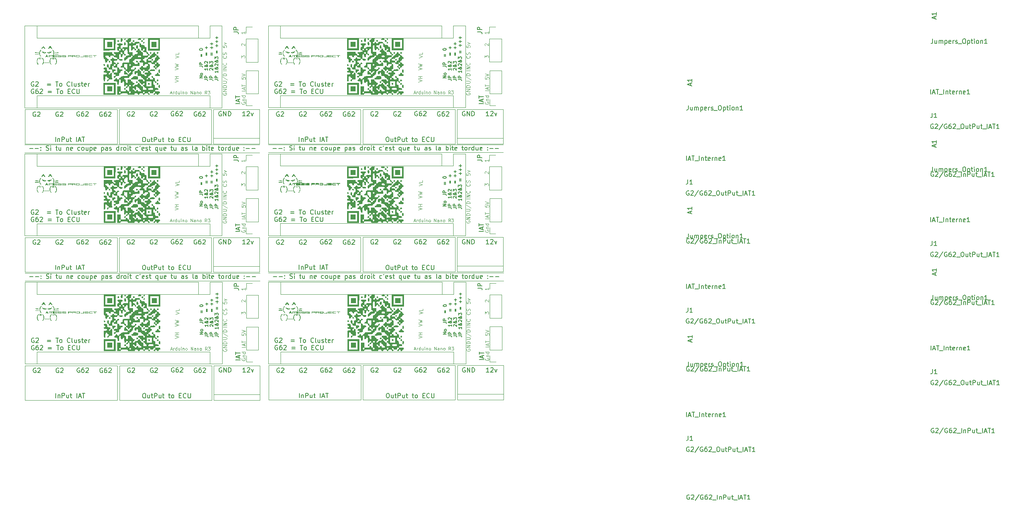
<source format=gbr>
%TF.GenerationSoftware,KiCad,Pcbnew,(6.0.0)*%
%TF.CreationDate,2022-10-01T22:44:24+02:00*%
%TF.ProjectId,012-Amesis-ColdSartE85,3031322d-416d-4657-9369-732d436f6c64,v0.01_Golf 1.6L 16v *%
%TF.SameCoordinates,Original*%
%TF.FileFunction,Legend,Top*%
%TF.FilePolarity,Positive*%
%FSLAX46Y46*%
G04 Gerber Fmt 4.6, Leading zero omitted, Abs format (unit mm)*
G04 Created by KiCad (PCBNEW (6.0.0)) date 2022-10-01 22:44:24*
%MOMM*%
%LPD*%
G01*
G04 APERTURE LIST*
%ADD10C,0.200000*%
%ADD11C,0.100000*%
%ADD12C,0.175000*%
%ADD13C,0.150000*%
%ADD14C,0.300000*%
%ADD15C,0.120000*%
G04 APERTURE END LIST*
D10*
X123020104Y-91656200D02*
X122924866Y-91608580D01*
X122782009Y-91608580D01*
X122639152Y-91656200D01*
X122543914Y-91751438D01*
X122496295Y-91846676D01*
X122448676Y-92037152D01*
X122448676Y-92180009D01*
X122496295Y-92370485D01*
X122543914Y-92465723D01*
X122639152Y-92560961D01*
X122782009Y-92608580D01*
X122877247Y-92608580D01*
X123020104Y-92560961D01*
X123067723Y-92513342D01*
X123067723Y-92180009D01*
X122877247Y-92180009D01*
X123924866Y-91608580D02*
X123734390Y-91608580D01*
X123639152Y-91656200D01*
X123591533Y-91703819D01*
X123496295Y-91846676D01*
X123448676Y-92037152D01*
X123448676Y-92418104D01*
X123496295Y-92513342D01*
X123543914Y-92560961D01*
X123639152Y-92608580D01*
X123829628Y-92608580D01*
X123924866Y-92560961D01*
X123972485Y-92513342D01*
X124020104Y-92418104D01*
X124020104Y-92180009D01*
X123972485Y-92084771D01*
X123924866Y-92037152D01*
X123829628Y-91989533D01*
X123639152Y-91989533D01*
X123543914Y-92037152D01*
X123496295Y-92084771D01*
X123448676Y-92180009D01*
X124401057Y-91703819D02*
X124448676Y-91656200D01*
X124543914Y-91608580D01*
X124782009Y-91608580D01*
X124877247Y-91656200D01*
X124924866Y-91703819D01*
X124972485Y-91799057D01*
X124972485Y-91894295D01*
X124924866Y-92037152D01*
X124353438Y-92608580D01*
X124972485Y-92608580D01*
X136261780Y-74072942D02*
X136976066Y-74072942D01*
X137118923Y-74120561D01*
X137214161Y-74215800D01*
X137261780Y-74358657D01*
X137261780Y-74453895D01*
X137261780Y-73596752D02*
X136261780Y-73596752D01*
X136261780Y-73215800D01*
X136309400Y-73120561D01*
X136357019Y-73072942D01*
X136452257Y-73025323D01*
X136595114Y-73025323D01*
X136690352Y-73072942D01*
X136737971Y-73120561D01*
X136785590Y-73215800D01*
X136785590Y-73596752D01*
X97620104Y-91757800D02*
X97524866Y-91710180D01*
X97382009Y-91710180D01*
X97239152Y-91757800D01*
X97143914Y-91853038D01*
X97096295Y-91948276D01*
X97048676Y-92138752D01*
X97048676Y-92281609D01*
X97096295Y-92472085D01*
X97143914Y-92567323D01*
X97239152Y-92662561D01*
X97382009Y-92710180D01*
X97477247Y-92710180D01*
X97620104Y-92662561D01*
X97667723Y-92614942D01*
X97667723Y-92281609D01*
X97477247Y-92281609D01*
X98048676Y-91805419D02*
X98096295Y-91757800D01*
X98191533Y-91710180D01*
X98429628Y-91710180D01*
X98524866Y-91757800D01*
X98572485Y-91805419D01*
X98620104Y-91900657D01*
X98620104Y-91995895D01*
X98572485Y-92138752D01*
X98001057Y-92710180D01*
X98620104Y-92710180D01*
D11*
X137984200Y-89571685D02*
X137946104Y-89647876D01*
X137946104Y-89762161D01*
X137984200Y-89876447D01*
X138060390Y-89952638D01*
X138136580Y-89990733D01*
X138288961Y-90028828D01*
X138403247Y-90028828D01*
X138555628Y-89990733D01*
X138631819Y-89952638D01*
X138708009Y-89876447D01*
X138746104Y-89762161D01*
X138746104Y-89685971D01*
X138708009Y-89571685D01*
X138669914Y-89533590D01*
X138403247Y-89533590D01*
X138403247Y-89685971D01*
X138212771Y-89190733D02*
X138746104Y-89190733D01*
X138288961Y-89190733D02*
X138250866Y-89152638D01*
X138212771Y-89076447D01*
X138212771Y-88962161D01*
X138250866Y-88885971D01*
X138327057Y-88847876D01*
X138746104Y-88847876D01*
X138746104Y-88124066D02*
X137946104Y-88124066D01*
X138708009Y-88124066D02*
X138746104Y-88200257D01*
X138746104Y-88352638D01*
X138708009Y-88428828D01*
X138669914Y-88466923D01*
X138593723Y-88505019D01*
X138365152Y-88505019D01*
X138288961Y-88466923D01*
X138250866Y-88428828D01*
X138212771Y-88352638D01*
X138212771Y-88200257D01*
X138250866Y-88124066D01*
X138695304Y-73995228D02*
X138695304Y-74452371D01*
X138695304Y-74223800D02*
X137895304Y-74223800D01*
X138009590Y-74299990D01*
X138085780Y-74376180D01*
X138123876Y-74452371D01*
D10*
X113368104Y-91707000D02*
X113272866Y-91659380D01*
X113130009Y-91659380D01*
X112987152Y-91707000D01*
X112891914Y-91802238D01*
X112844295Y-91897476D01*
X112796676Y-92087952D01*
X112796676Y-92230809D01*
X112844295Y-92421285D01*
X112891914Y-92516523D01*
X112987152Y-92611761D01*
X113130009Y-92659380D01*
X113225247Y-92659380D01*
X113368104Y-92611761D01*
X113415723Y-92564142D01*
X113415723Y-92230809D01*
X113225247Y-92230809D01*
X113796676Y-91754619D02*
X113844295Y-91707000D01*
X113939533Y-91659380D01*
X114177628Y-91659380D01*
X114272866Y-91707000D01*
X114320485Y-91754619D01*
X114368104Y-91849857D01*
X114368104Y-91945095D01*
X114320485Y-92087952D01*
X113749057Y-92659380D01*
X114368104Y-92659380D01*
X107272104Y-91757800D02*
X107176866Y-91710180D01*
X107034009Y-91710180D01*
X106891152Y-91757800D01*
X106795914Y-91853038D01*
X106748295Y-91948276D01*
X106700676Y-92138752D01*
X106700676Y-92281609D01*
X106748295Y-92472085D01*
X106795914Y-92567323D01*
X106891152Y-92662561D01*
X107034009Y-92710180D01*
X107129247Y-92710180D01*
X107272104Y-92662561D01*
X107319723Y-92614942D01*
X107319723Y-92281609D01*
X107129247Y-92281609D01*
X108176866Y-91710180D02*
X107986390Y-91710180D01*
X107891152Y-91757800D01*
X107843533Y-91805419D01*
X107748295Y-91948276D01*
X107700676Y-92138752D01*
X107700676Y-92519704D01*
X107748295Y-92614942D01*
X107795914Y-92662561D01*
X107891152Y-92710180D01*
X108081628Y-92710180D01*
X108176866Y-92662561D01*
X108224485Y-92614942D01*
X108272104Y-92519704D01*
X108272104Y-92281609D01*
X108224485Y-92186371D01*
X108176866Y-92138752D01*
X108081628Y-92091133D01*
X107891152Y-92091133D01*
X107795914Y-92138752D01*
X107748295Y-92186371D01*
X107700676Y-92281609D01*
X108653057Y-91805419D02*
X108700676Y-91757800D01*
X108795914Y-91710180D01*
X109034009Y-91710180D01*
X109129247Y-91757800D01*
X109176866Y-91805419D01*
X109224485Y-91900657D01*
X109224485Y-91995895D01*
X109176866Y-92138752D01*
X108605438Y-92710180D01*
X109224485Y-92710180D01*
D11*
X137971495Y-77093971D02*
X137933400Y-77055876D01*
X137895304Y-76979685D01*
X137895304Y-76789209D01*
X137933400Y-76713019D01*
X137971495Y-76674923D01*
X138047685Y-76636828D01*
X138123876Y-76636828D01*
X138238161Y-76674923D01*
X138695304Y-77132066D01*
X138695304Y-76636828D01*
D10*
X102242904Y-91707000D02*
X102147666Y-91659380D01*
X102004809Y-91659380D01*
X101861952Y-91707000D01*
X101766714Y-91802238D01*
X101719095Y-91897476D01*
X101671476Y-92087952D01*
X101671476Y-92230809D01*
X101719095Y-92421285D01*
X101766714Y-92516523D01*
X101861952Y-92611761D01*
X102004809Y-92659380D01*
X102100047Y-92659380D01*
X102242904Y-92611761D01*
X102290523Y-92564142D01*
X102290523Y-92230809D01*
X102100047Y-92230809D01*
X103147666Y-91659380D02*
X102957190Y-91659380D01*
X102861952Y-91707000D01*
X102814333Y-91754619D01*
X102719095Y-91897476D01*
X102671476Y-92087952D01*
X102671476Y-92468904D01*
X102719095Y-92564142D01*
X102766714Y-92611761D01*
X102861952Y-92659380D01*
X103052428Y-92659380D01*
X103147666Y-92611761D01*
X103195285Y-92564142D01*
X103242904Y-92468904D01*
X103242904Y-92230809D01*
X103195285Y-92135571D01*
X103147666Y-92087952D01*
X103052428Y-92040333D01*
X102861952Y-92040333D01*
X102766714Y-92087952D01*
X102719095Y-92135571D01*
X102671476Y-92230809D01*
X103623857Y-91754619D02*
X103671476Y-91707000D01*
X103766714Y-91659380D01*
X104004809Y-91659380D01*
X104100047Y-91707000D01*
X104147666Y-91754619D01*
X104195285Y-91849857D01*
X104195285Y-91945095D01*
X104147666Y-92087952D01*
X103576238Y-92659380D01*
X104195285Y-92659380D01*
D11*
X134631304Y-82612047D02*
X133831304Y-82612047D01*
X134631304Y-82231095D02*
X133831304Y-82231095D01*
X134631304Y-81773952D01*
X133831304Y-81773952D01*
X134555114Y-80935857D02*
X134593209Y-80973952D01*
X134631304Y-81088238D01*
X134631304Y-81164428D01*
X134593209Y-81278714D01*
X134517019Y-81354904D01*
X134440828Y-81393000D01*
X134288447Y-81431095D01*
X134174161Y-81431095D01*
X134021780Y-81393000D01*
X133945590Y-81354904D01*
X133869400Y-81278714D01*
X133831304Y-81164428D01*
X133831304Y-81088238D01*
X133869400Y-80973952D01*
X133907495Y-80935857D01*
X123366504Y-79792676D02*
X124166504Y-79526009D01*
X123366504Y-79259342D01*
X124166504Y-78611723D02*
X124166504Y-78992676D01*
X123366504Y-78992676D01*
D10*
X128049304Y-91707000D02*
X127954066Y-91659380D01*
X127811209Y-91659380D01*
X127668352Y-91707000D01*
X127573114Y-91802238D01*
X127525495Y-91897476D01*
X127477876Y-92087952D01*
X127477876Y-92230809D01*
X127525495Y-92421285D01*
X127573114Y-92516523D01*
X127668352Y-92611761D01*
X127811209Y-92659380D01*
X127906447Y-92659380D01*
X128049304Y-92611761D01*
X128096923Y-92564142D01*
X128096923Y-92230809D01*
X127906447Y-92230809D01*
X128954066Y-91659380D02*
X128763590Y-91659380D01*
X128668352Y-91707000D01*
X128620733Y-91754619D01*
X128525495Y-91897476D01*
X128477876Y-92087952D01*
X128477876Y-92468904D01*
X128525495Y-92564142D01*
X128573114Y-92611761D01*
X128668352Y-92659380D01*
X128858828Y-92659380D01*
X128954066Y-92611761D01*
X129001685Y-92564142D01*
X129049304Y-92468904D01*
X129049304Y-92230809D01*
X129001685Y-92135571D01*
X128954066Y-92087952D01*
X128858828Y-92040333D01*
X128668352Y-92040333D01*
X128573114Y-92087952D01*
X128525495Y-92135571D01*
X128477876Y-92230809D01*
X129430257Y-91754619D02*
X129477876Y-91707000D01*
X129573114Y-91659380D01*
X129811209Y-91659380D01*
X129906447Y-91707000D01*
X129954066Y-91754619D01*
X130001685Y-91849857D01*
X130001685Y-91945095D01*
X129954066Y-92087952D01*
X129382638Y-92659380D01*
X130001685Y-92659380D01*
X91254295Y-71552028D02*
X92016200Y-71552028D01*
X92492390Y-71552028D02*
X93254295Y-71552028D01*
X93730485Y-71837742D02*
X93778104Y-71885361D01*
X93730485Y-71932980D01*
X93682866Y-71885361D01*
X93730485Y-71837742D01*
X93730485Y-71932980D01*
X93730485Y-71313933D02*
X93778104Y-71361552D01*
X93730485Y-71409171D01*
X93682866Y-71361552D01*
X93730485Y-71313933D01*
X93730485Y-71409171D01*
X94920961Y-71885361D02*
X95063819Y-71932980D01*
X95301914Y-71932980D01*
X95397152Y-71885361D01*
X95444771Y-71837742D01*
X95492390Y-71742504D01*
X95492390Y-71647266D01*
X95444771Y-71552028D01*
X95397152Y-71504409D01*
X95301914Y-71456790D01*
X95111438Y-71409171D01*
X95016200Y-71361552D01*
X94968580Y-71313933D01*
X94920961Y-71218695D01*
X94920961Y-71123457D01*
X94968580Y-71028219D01*
X95016200Y-70980600D01*
X95111438Y-70932980D01*
X95349533Y-70932980D01*
X95492390Y-70980600D01*
X95920961Y-71932980D02*
X95920961Y-71266314D01*
X95920961Y-70932980D02*
X95873342Y-70980600D01*
X95920961Y-71028219D01*
X95968580Y-70980600D01*
X95920961Y-70932980D01*
X95920961Y-71028219D01*
X97016200Y-71266314D02*
X97397152Y-71266314D01*
X97159057Y-70932980D02*
X97159057Y-71790123D01*
X97206676Y-71885361D01*
X97301914Y-71932980D01*
X97397152Y-71932980D01*
X98159057Y-71266314D02*
X98159057Y-71932980D01*
X97730485Y-71266314D02*
X97730485Y-71790123D01*
X97778104Y-71885361D01*
X97873342Y-71932980D01*
X98016200Y-71932980D01*
X98111438Y-71885361D01*
X98159057Y-71837742D01*
X99397152Y-71266314D02*
X99397152Y-71932980D01*
X99397152Y-71361552D02*
X99444771Y-71313933D01*
X99540009Y-71266314D01*
X99682866Y-71266314D01*
X99778104Y-71313933D01*
X99825723Y-71409171D01*
X99825723Y-71932980D01*
X100682866Y-71885361D02*
X100587628Y-71932980D01*
X100397152Y-71932980D01*
X100301914Y-71885361D01*
X100254295Y-71790123D01*
X100254295Y-71409171D01*
X100301914Y-71313933D01*
X100397152Y-71266314D01*
X100587628Y-71266314D01*
X100682866Y-71313933D01*
X100730485Y-71409171D01*
X100730485Y-71504409D01*
X100254295Y-71599647D01*
X102349533Y-71885361D02*
X102254295Y-71932980D01*
X102063819Y-71932980D01*
X101968580Y-71885361D01*
X101920961Y-71837742D01*
X101873342Y-71742504D01*
X101873342Y-71456790D01*
X101920961Y-71361552D01*
X101968580Y-71313933D01*
X102063819Y-71266314D01*
X102254295Y-71266314D01*
X102349533Y-71313933D01*
X102920961Y-71932980D02*
X102825723Y-71885361D01*
X102778104Y-71837742D01*
X102730485Y-71742504D01*
X102730485Y-71456790D01*
X102778104Y-71361552D01*
X102825723Y-71313933D01*
X102920961Y-71266314D01*
X103063819Y-71266314D01*
X103159057Y-71313933D01*
X103206676Y-71361552D01*
X103254295Y-71456790D01*
X103254295Y-71742504D01*
X103206676Y-71837742D01*
X103159057Y-71885361D01*
X103063819Y-71932980D01*
X102920961Y-71932980D01*
X104111438Y-71266314D02*
X104111438Y-71932980D01*
X103682866Y-71266314D02*
X103682866Y-71790123D01*
X103730485Y-71885361D01*
X103825723Y-71932980D01*
X103968580Y-71932980D01*
X104063819Y-71885361D01*
X104111438Y-71837742D01*
X104587628Y-71266314D02*
X104587628Y-72266314D01*
X104587628Y-71313933D02*
X104682866Y-71266314D01*
X104873342Y-71266314D01*
X104968580Y-71313933D01*
X105016200Y-71361552D01*
X105063819Y-71456790D01*
X105063819Y-71742504D01*
X105016200Y-71837742D01*
X104968580Y-71885361D01*
X104873342Y-71932980D01*
X104682866Y-71932980D01*
X104587628Y-71885361D01*
X105873342Y-71885361D02*
X105778104Y-71932980D01*
X105587628Y-71932980D01*
X105492390Y-71885361D01*
X105444771Y-71790123D01*
X105444771Y-71409171D01*
X105492390Y-71313933D01*
X105587628Y-71266314D01*
X105778104Y-71266314D01*
X105873342Y-71313933D01*
X105920961Y-71409171D01*
X105920961Y-71504409D01*
X105444771Y-71599647D01*
X107111438Y-71266314D02*
X107111438Y-72266314D01*
X107111438Y-71313933D02*
X107206676Y-71266314D01*
X107397152Y-71266314D01*
X107492390Y-71313933D01*
X107540009Y-71361552D01*
X107587628Y-71456790D01*
X107587628Y-71742504D01*
X107540009Y-71837742D01*
X107492390Y-71885361D01*
X107397152Y-71932980D01*
X107206676Y-71932980D01*
X107111438Y-71885361D01*
X108444771Y-71932980D02*
X108444771Y-71409171D01*
X108397152Y-71313933D01*
X108301914Y-71266314D01*
X108111438Y-71266314D01*
X108016200Y-71313933D01*
X108444771Y-71885361D02*
X108349533Y-71932980D01*
X108111438Y-71932980D01*
X108016200Y-71885361D01*
X107968580Y-71790123D01*
X107968580Y-71694885D01*
X108016200Y-71599647D01*
X108111438Y-71552028D01*
X108349533Y-71552028D01*
X108444771Y-71504409D01*
X108873342Y-71885361D02*
X108968580Y-71932980D01*
X109159057Y-71932980D01*
X109254295Y-71885361D01*
X109301914Y-71790123D01*
X109301914Y-71742504D01*
X109254295Y-71647266D01*
X109159057Y-71599647D01*
X109016200Y-71599647D01*
X108920961Y-71552028D01*
X108873342Y-71456790D01*
X108873342Y-71409171D01*
X108920961Y-71313933D01*
X109016200Y-71266314D01*
X109159057Y-71266314D01*
X109254295Y-71313933D01*
X110920961Y-71932980D02*
X110920961Y-70932980D01*
X110920961Y-71885361D02*
X110825723Y-71932980D01*
X110635247Y-71932980D01*
X110540009Y-71885361D01*
X110492390Y-71837742D01*
X110444771Y-71742504D01*
X110444771Y-71456790D01*
X110492390Y-71361552D01*
X110540009Y-71313933D01*
X110635247Y-71266314D01*
X110825723Y-71266314D01*
X110920961Y-71313933D01*
X111397152Y-71932980D02*
X111397152Y-71266314D01*
X111397152Y-71456790D02*
X111444771Y-71361552D01*
X111492390Y-71313933D01*
X111587628Y-71266314D01*
X111682866Y-71266314D01*
X112159057Y-71932980D02*
X112063819Y-71885361D01*
X112016200Y-71837742D01*
X111968580Y-71742504D01*
X111968580Y-71456790D01*
X112016200Y-71361552D01*
X112063819Y-71313933D01*
X112159057Y-71266314D01*
X112301914Y-71266314D01*
X112397152Y-71313933D01*
X112444771Y-71361552D01*
X112492390Y-71456790D01*
X112492390Y-71742504D01*
X112444771Y-71837742D01*
X112397152Y-71885361D01*
X112301914Y-71932980D01*
X112159057Y-71932980D01*
X112920961Y-71932980D02*
X112920961Y-71266314D01*
X112920961Y-70932980D02*
X112873342Y-70980600D01*
X112920961Y-71028219D01*
X112968580Y-70980600D01*
X112920961Y-70932980D01*
X112920961Y-71028219D01*
X113254295Y-71266314D02*
X113635247Y-71266314D01*
X113397152Y-70932980D02*
X113397152Y-71790123D01*
X113444771Y-71885361D01*
X113540009Y-71932980D01*
X113635247Y-71932980D01*
X115159057Y-71885361D02*
X115063819Y-71932980D01*
X114873342Y-71932980D01*
X114778104Y-71885361D01*
X114730485Y-71837742D01*
X114682866Y-71742504D01*
X114682866Y-71456790D01*
X114730485Y-71361552D01*
X114778104Y-71313933D01*
X114873342Y-71266314D01*
X115063819Y-71266314D01*
X115159057Y-71313933D01*
X115635247Y-70932980D02*
X115540009Y-71123457D01*
X116444771Y-71885361D02*
X116349533Y-71932980D01*
X116159057Y-71932980D01*
X116063819Y-71885361D01*
X116016200Y-71790123D01*
X116016200Y-71409171D01*
X116063819Y-71313933D01*
X116159057Y-71266314D01*
X116349533Y-71266314D01*
X116444771Y-71313933D01*
X116492390Y-71409171D01*
X116492390Y-71504409D01*
X116016200Y-71599647D01*
X116873342Y-71885361D02*
X116968580Y-71932980D01*
X117159057Y-71932980D01*
X117254295Y-71885361D01*
X117301914Y-71790123D01*
X117301914Y-71742504D01*
X117254295Y-71647266D01*
X117159057Y-71599647D01*
X117016200Y-71599647D01*
X116920961Y-71552028D01*
X116873342Y-71456790D01*
X116873342Y-71409171D01*
X116920961Y-71313933D01*
X117016200Y-71266314D01*
X117159057Y-71266314D01*
X117254295Y-71313933D01*
X117587628Y-71266314D02*
X117968580Y-71266314D01*
X117730485Y-70932980D02*
X117730485Y-71790123D01*
X117778104Y-71885361D01*
X117873342Y-71932980D01*
X117968580Y-71932980D01*
X119492390Y-71266314D02*
X119492390Y-72266314D01*
X119492390Y-71885361D02*
X119397152Y-71932980D01*
X119206676Y-71932980D01*
X119111438Y-71885361D01*
X119063819Y-71837742D01*
X119016200Y-71742504D01*
X119016200Y-71456790D01*
X119063819Y-71361552D01*
X119111438Y-71313933D01*
X119206676Y-71266314D01*
X119397152Y-71266314D01*
X119492390Y-71313933D01*
X120397152Y-71266314D02*
X120397152Y-71932980D01*
X119968580Y-71266314D02*
X119968580Y-71790123D01*
X120016200Y-71885361D01*
X120111438Y-71932980D01*
X120254295Y-71932980D01*
X120349533Y-71885361D01*
X120397152Y-71837742D01*
X121254295Y-71885361D02*
X121159057Y-71932980D01*
X120968580Y-71932980D01*
X120873342Y-71885361D01*
X120825723Y-71790123D01*
X120825723Y-71409171D01*
X120873342Y-71313933D01*
X120968580Y-71266314D01*
X121159057Y-71266314D01*
X121254295Y-71313933D01*
X121301914Y-71409171D01*
X121301914Y-71504409D01*
X120825723Y-71599647D01*
X122349533Y-71266314D02*
X122730485Y-71266314D01*
X122492390Y-70932980D02*
X122492390Y-71790123D01*
X122540009Y-71885361D01*
X122635247Y-71932980D01*
X122730485Y-71932980D01*
X123492390Y-71266314D02*
X123492390Y-71932980D01*
X123063819Y-71266314D02*
X123063819Y-71790123D01*
X123111438Y-71885361D01*
X123206676Y-71932980D01*
X123349533Y-71932980D01*
X123444771Y-71885361D01*
X123492390Y-71837742D01*
X125159057Y-71932980D02*
X125159057Y-71409171D01*
X125111438Y-71313933D01*
X125016199Y-71266314D01*
X124825723Y-71266314D01*
X124730485Y-71313933D01*
X125159057Y-71885361D02*
X125063819Y-71932980D01*
X124825723Y-71932980D01*
X124730485Y-71885361D01*
X124682866Y-71790123D01*
X124682866Y-71694885D01*
X124730485Y-71599647D01*
X124825723Y-71552028D01*
X125063819Y-71552028D01*
X125159057Y-71504409D01*
X125587628Y-71885361D02*
X125682866Y-71932980D01*
X125873342Y-71932980D01*
X125968580Y-71885361D01*
X126016199Y-71790123D01*
X126016199Y-71742504D01*
X125968580Y-71647266D01*
X125873342Y-71599647D01*
X125730485Y-71599647D01*
X125635247Y-71552028D01*
X125587628Y-71456790D01*
X125587628Y-71409171D01*
X125635247Y-71313933D01*
X125730485Y-71266314D01*
X125873342Y-71266314D01*
X125968580Y-71313933D01*
X127349533Y-71932980D02*
X127254295Y-71885361D01*
X127206676Y-71790123D01*
X127206676Y-70932980D01*
X128159057Y-71932980D02*
X128159057Y-71409171D01*
X128111438Y-71313933D01*
X128016199Y-71266314D01*
X127825723Y-71266314D01*
X127730485Y-71313933D01*
X128159057Y-71885361D02*
X128063819Y-71932980D01*
X127825723Y-71932980D01*
X127730485Y-71885361D01*
X127682866Y-71790123D01*
X127682866Y-71694885D01*
X127730485Y-71599647D01*
X127825723Y-71552028D01*
X128063819Y-71552028D01*
X128159057Y-71504409D01*
X129397152Y-71932980D02*
X129397152Y-70932980D01*
X129397152Y-71313933D02*
X129492390Y-71266314D01*
X129682866Y-71266314D01*
X129778104Y-71313933D01*
X129825723Y-71361552D01*
X129873342Y-71456790D01*
X129873342Y-71742504D01*
X129825723Y-71837742D01*
X129778104Y-71885361D01*
X129682866Y-71932980D01*
X129492390Y-71932980D01*
X129397152Y-71885361D01*
X130301914Y-71932980D02*
X130301914Y-71266314D01*
X130301914Y-70932980D02*
X130254295Y-70980600D01*
X130301914Y-71028219D01*
X130349533Y-70980600D01*
X130301914Y-70932980D01*
X130301914Y-71028219D01*
X130635247Y-71266314D02*
X131016199Y-71266314D01*
X130778104Y-70932980D02*
X130778104Y-71790123D01*
X130825723Y-71885361D01*
X130920961Y-71932980D01*
X131016199Y-71932980D01*
X131730485Y-71885361D02*
X131635247Y-71932980D01*
X131444771Y-71932980D01*
X131349533Y-71885361D01*
X131301914Y-71790123D01*
X131301914Y-71409171D01*
X131349533Y-71313933D01*
X131444771Y-71266314D01*
X131635247Y-71266314D01*
X131730485Y-71313933D01*
X131778104Y-71409171D01*
X131778104Y-71504409D01*
X131301914Y-71599647D01*
X132825723Y-71266314D02*
X133206676Y-71266314D01*
X132968580Y-70932980D02*
X132968580Y-71790123D01*
X133016199Y-71885361D01*
X133111438Y-71932980D01*
X133206676Y-71932980D01*
X133682866Y-71932980D02*
X133587628Y-71885361D01*
X133540009Y-71837742D01*
X133492390Y-71742504D01*
X133492390Y-71456790D01*
X133540009Y-71361552D01*
X133587628Y-71313933D01*
X133682866Y-71266314D01*
X133825723Y-71266314D01*
X133920961Y-71313933D01*
X133968580Y-71361552D01*
X134016199Y-71456790D01*
X134016199Y-71742504D01*
X133968580Y-71837742D01*
X133920961Y-71885361D01*
X133825723Y-71932980D01*
X133682866Y-71932980D01*
X134444771Y-71932980D02*
X134444771Y-71266314D01*
X134444771Y-71456790D02*
X134492390Y-71361552D01*
X134540009Y-71313933D01*
X134635247Y-71266314D01*
X134730485Y-71266314D01*
X135492390Y-71932980D02*
X135492390Y-70932980D01*
X135492390Y-71885361D02*
X135397152Y-71932980D01*
X135206676Y-71932980D01*
X135111438Y-71885361D01*
X135063819Y-71837742D01*
X135016200Y-71742504D01*
X135016200Y-71456790D01*
X135063819Y-71361552D01*
X135111438Y-71313933D01*
X135206676Y-71266314D01*
X135397152Y-71266314D01*
X135492390Y-71313933D01*
X136397152Y-71266314D02*
X136397152Y-71932980D01*
X135968580Y-71266314D02*
X135968580Y-71790123D01*
X136016199Y-71885361D01*
X136111438Y-71932980D01*
X136254295Y-71932980D01*
X136349533Y-71885361D01*
X136397152Y-71837742D01*
X137254295Y-71885361D02*
X137159057Y-71932980D01*
X136968580Y-71932980D01*
X136873342Y-71885361D01*
X136825723Y-71790123D01*
X136825723Y-71409171D01*
X136873342Y-71313933D01*
X136968580Y-71266314D01*
X137159057Y-71266314D01*
X137254295Y-71313933D01*
X137301914Y-71409171D01*
X137301914Y-71504409D01*
X136825723Y-71599647D01*
X138492390Y-71837742D02*
X138540009Y-71885361D01*
X138492390Y-71932980D01*
X138444771Y-71885361D01*
X138492390Y-71837742D01*
X138492390Y-71932980D01*
X138492390Y-71313933D02*
X138540009Y-71361552D01*
X138492390Y-71409171D01*
X138444771Y-71361552D01*
X138492390Y-71313933D01*
X138492390Y-71409171D01*
X138968580Y-71552028D02*
X139730485Y-71552028D01*
X140206676Y-71552028D02*
X140968580Y-71552028D01*
X116387571Y-97298180D02*
X116578047Y-97298180D01*
X116673285Y-97345800D01*
X116768523Y-97441038D01*
X116816142Y-97631514D01*
X116816142Y-97964847D01*
X116768523Y-98155323D01*
X116673285Y-98250561D01*
X116578047Y-98298180D01*
X116387571Y-98298180D01*
X116292333Y-98250561D01*
X116197095Y-98155323D01*
X116149476Y-97964847D01*
X116149476Y-97631514D01*
X116197095Y-97441038D01*
X116292333Y-97345800D01*
X116387571Y-97298180D01*
X117673285Y-97631514D02*
X117673285Y-98298180D01*
X117244714Y-97631514D02*
X117244714Y-98155323D01*
X117292333Y-98250561D01*
X117387571Y-98298180D01*
X117530428Y-98298180D01*
X117625666Y-98250561D01*
X117673285Y-98202942D01*
X118006619Y-97631514D02*
X118387571Y-97631514D01*
X118149476Y-97298180D02*
X118149476Y-98155323D01*
X118197095Y-98250561D01*
X118292333Y-98298180D01*
X118387571Y-98298180D01*
X118720904Y-98298180D02*
X118720904Y-97298180D01*
X119101857Y-97298180D01*
X119197095Y-97345800D01*
X119244714Y-97393419D01*
X119292333Y-97488657D01*
X119292333Y-97631514D01*
X119244714Y-97726752D01*
X119197095Y-97774371D01*
X119101857Y-97821990D01*
X118720904Y-97821990D01*
X120149476Y-97631514D02*
X120149476Y-98298180D01*
X119720904Y-97631514D02*
X119720904Y-98155323D01*
X119768523Y-98250561D01*
X119863761Y-98298180D01*
X120006619Y-98298180D01*
X120101857Y-98250561D01*
X120149476Y-98202942D01*
X120482809Y-97631514D02*
X120863761Y-97631514D01*
X120625666Y-97298180D02*
X120625666Y-98155323D01*
X120673285Y-98250561D01*
X120768523Y-98298180D01*
X120863761Y-98298180D01*
X121816142Y-97631514D02*
X122197095Y-97631514D01*
X121959000Y-97298180D02*
X121959000Y-98155323D01*
X122006619Y-98250561D01*
X122101857Y-98298180D01*
X122197095Y-98298180D01*
X122673285Y-98298180D02*
X122578047Y-98250561D01*
X122530428Y-98202942D01*
X122482809Y-98107704D01*
X122482809Y-97821990D01*
X122530428Y-97726752D01*
X122578047Y-97679133D01*
X122673285Y-97631514D01*
X122816142Y-97631514D01*
X122911380Y-97679133D01*
X122959000Y-97726752D01*
X123006619Y-97821990D01*
X123006619Y-98107704D01*
X122959000Y-98202942D01*
X122911380Y-98250561D01*
X122816142Y-98298180D01*
X122673285Y-98298180D01*
X124197095Y-97774371D02*
X124530428Y-97774371D01*
X124673285Y-98298180D02*
X124197095Y-98298180D01*
X124197095Y-97298180D01*
X124673285Y-97298180D01*
X125673285Y-98202942D02*
X125625666Y-98250561D01*
X125482809Y-98298180D01*
X125387571Y-98298180D01*
X125244714Y-98250561D01*
X125149476Y-98155323D01*
X125101857Y-98060085D01*
X125054238Y-97869609D01*
X125054238Y-97726752D01*
X125101857Y-97536276D01*
X125149476Y-97441038D01*
X125244714Y-97345800D01*
X125387571Y-97298180D01*
X125482809Y-97298180D01*
X125625666Y-97345800D01*
X125673285Y-97393419D01*
X126101857Y-97298180D02*
X126101857Y-98107704D01*
X126149476Y-98202942D01*
X126197095Y-98250561D01*
X126292333Y-98298180D01*
X126482809Y-98298180D01*
X126578047Y-98250561D01*
X126625666Y-98202942D01*
X126673285Y-98107704D01*
X126673285Y-97298180D01*
D12*
X129388612Y-84228746D02*
X128688612Y-84228746D01*
X129388612Y-83828746D01*
X128688612Y-83828746D01*
X129388612Y-83395412D02*
X129355279Y-83462079D01*
X129321946Y-83495412D01*
X129255279Y-83528746D01*
X129055279Y-83528746D01*
X128988612Y-83495412D01*
X128955279Y-83462079D01*
X128921946Y-83395412D01*
X128921946Y-83295412D01*
X128955279Y-83228746D01*
X128988612Y-83195412D01*
X129055279Y-83162079D01*
X129255279Y-83162079D01*
X129321946Y-83195412D01*
X129355279Y-83228746D01*
X129388612Y-83295412D01*
X129388612Y-83395412D01*
X128688612Y-81595412D02*
X129188612Y-81595412D01*
X129288612Y-81628746D01*
X129355279Y-81695412D01*
X129388612Y-81795412D01*
X129388612Y-81862079D01*
X129388612Y-81262079D02*
X128688612Y-81262079D01*
X128688612Y-80995412D01*
X128721946Y-80928746D01*
X128755279Y-80895412D01*
X128821946Y-80862079D01*
X128921946Y-80862079D01*
X128988612Y-80895412D01*
X129021946Y-80928746D01*
X129055279Y-80995412D01*
X129055279Y-81262079D01*
X129021946Y-79495412D02*
X129021946Y-78962079D01*
X129221946Y-78962079D02*
X129221946Y-79495412D01*
X128688612Y-77962079D02*
X128688612Y-77895412D01*
X128721946Y-77828746D01*
X128755279Y-77795412D01*
X128821946Y-77762079D01*
X128955279Y-77728746D01*
X129121946Y-77728746D01*
X129255279Y-77762079D01*
X129321946Y-77795412D01*
X129355279Y-77828746D01*
X129388612Y-77895412D01*
X129388612Y-77962079D01*
X129355279Y-78028746D01*
X129321946Y-78062079D01*
X129255279Y-78095412D01*
X129121946Y-78128746D01*
X128955279Y-78128746D01*
X128821946Y-78095412D01*
X128755279Y-78062079D01*
X128721946Y-78028746D01*
X128688612Y-77962079D01*
X129815612Y-84562079D02*
X130315612Y-84562079D01*
X130415612Y-84595412D01*
X130482279Y-84662079D01*
X130515612Y-84762079D01*
X130515612Y-84828746D01*
X130515612Y-84228746D02*
X129815612Y-84228746D01*
X129815612Y-83962079D01*
X129848946Y-83895412D01*
X129882279Y-83862079D01*
X129948946Y-83828746D01*
X130048946Y-83828746D01*
X130115612Y-83862079D01*
X130148946Y-83895412D01*
X130182279Y-83962079D01*
X130182279Y-84228746D01*
X130515612Y-82095412D02*
X130515612Y-82495412D01*
X130515612Y-82295412D02*
X129815612Y-82295412D01*
X129915612Y-82362079D01*
X129982279Y-82428746D01*
X130015612Y-82495412D01*
X130515612Y-81228746D02*
X130515612Y-81262079D01*
X130482279Y-81328746D01*
X130382279Y-81428746D01*
X130182279Y-81595412D01*
X130082279Y-81662079D01*
X129982279Y-81695412D01*
X129915612Y-81695412D01*
X129848946Y-81662079D01*
X129815612Y-81595412D01*
X129815612Y-81562079D01*
X129848946Y-81495412D01*
X129915612Y-81462079D01*
X129948946Y-81462079D01*
X130015612Y-81495412D01*
X130048946Y-81528746D01*
X130182279Y-81728746D01*
X130215612Y-81762079D01*
X130282279Y-81795412D01*
X130382279Y-81795412D01*
X130448946Y-81762079D01*
X130482279Y-81728746D01*
X130515612Y-81662079D01*
X130515612Y-81562079D01*
X130482279Y-81495412D01*
X130448946Y-81462079D01*
X130315612Y-81362079D01*
X130215612Y-81328746D01*
X130148946Y-81328746D01*
X129882279Y-80962079D02*
X129848946Y-80928746D01*
X129815612Y-80862079D01*
X129815612Y-80695412D01*
X129848946Y-80628746D01*
X129882279Y-80595412D01*
X129948946Y-80562079D01*
X130015612Y-80562079D01*
X130115612Y-80595412D01*
X130515612Y-80995412D01*
X130515612Y-80562079D01*
X130148946Y-79195412D02*
X130148946Y-78662079D01*
X130348946Y-78662079D02*
X130348946Y-79195412D01*
X130248946Y-77795412D02*
X130248946Y-77262079D01*
X130515612Y-77528746D02*
X129982279Y-77528746D01*
X130942612Y-84562079D02*
X131442612Y-84562079D01*
X131542612Y-84595412D01*
X131609279Y-84662079D01*
X131642612Y-84762079D01*
X131642612Y-84828746D01*
X131642612Y-84228746D02*
X130942612Y-84228746D01*
X130942612Y-83962079D01*
X130975946Y-83895412D01*
X131009279Y-83862079D01*
X131075946Y-83828746D01*
X131175946Y-83828746D01*
X131242612Y-83862079D01*
X131275946Y-83895412D01*
X131309279Y-83962079D01*
X131309279Y-84228746D01*
X131009279Y-82495412D02*
X130975946Y-82462079D01*
X130942612Y-82395412D01*
X130942612Y-82228746D01*
X130975946Y-82162079D01*
X131009279Y-82128746D01*
X131075946Y-82095412D01*
X131142612Y-82095412D01*
X131242612Y-82128746D01*
X131642612Y-82528746D01*
X131642612Y-82095412D01*
X131642612Y-81228746D02*
X131642612Y-81262079D01*
X131609279Y-81328746D01*
X131509279Y-81428746D01*
X131309279Y-81595412D01*
X131209279Y-81662079D01*
X131109279Y-81695412D01*
X131042612Y-81695412D01*
X130975946Y-81662079D01*
X130942612Y-81595412D01*
X130942612Y-81562079D01*
X130975946Y-81495412D01*
X131042612Y-81462079D01*
X131075946Y-81462079D01*
X131142612Y-81495412D01*
X131175946Y-81528746D01*
X131309279Y-81728746D01*
X131342612Y-81762079D01*
X131409279Y-81795412D01*
X131509279Y-81795412D01*
X131575946Y-81762079D01*
X131609279Y-81728746D01*
X131642612Y-81662079D01*
X131642612Y-81562079D01*
X131609279Y-81495412D01*
X131575946Y-81462079D01*
X131442612Y-81362079D01*
X131342612Y-81328746D01*
X131275946Y-81328746D01*
X130942612Y-80995412D02*
X130942612Y-80562079D01*
X131209279Y-80795412D01*
X131209279Y-80695412D01*
X131242612Y-80628746D01*
X131275946Y-80595412D01*
X131342612Y-80562079D01*
X131509279Y-80562079D01*
X131575946Y-80595412D01*
X131609279Y-80628746D01*
X131642612Y-80695412D01*
X131642612Y-80895412D01*
X131609279Y-80962079D01*
X131575946Y-80995412D01*
X131275946Y-79195412D02*
X131275946Y-78662079D01*
X131475946Y-78662079D02*
X131475946Y-79195412D01*
X131375946Y-77795412D02*
X131375946Y-77262079D01*
X131642612Y-77528746D02*
X131109279Y-77528746D01*
X131375946Y-76928746D02*
X131375946Y-76395412D01*
X131642612Y-76662079D02*
X131109279Y-76662079D01*
X132069612Y-84562079D02*
X132569612Y-84562079D01*
X132669612Y-84595412D01*
X132736279Y-84662079D01*
X132769612Y-84762079D01*
X132769612Y-84828746D01*
X132769612Y-84228746D02*
X132069612Y-84228746D01*
X132069612Y-83962079D01*
X132102946Y-83895412D01*
X132136279Y-83862079D01*
X132202946Y-83828746D01*
X132302946Y-83828746D01*
X132369612Y-83862079D01*
X132402946Y-83895412D01*
X132436279Y-83962079D01*
X132436279Y-84228746D01*
X132769612Y-82628746D02*
X132769612Y-83028746D01*
X132769612Y-82828746D02*
X132069612Y-82828746D01*
X132169612Y-82895412D01*
X132236279Y-82962079D01*
X132269612Y-83028746D01*
X132769612Y-81762079D02*
X132769612Y-81795412D01*
X132736279Y-81862079D01*
X132636279Y-81962079D01*
X132436279Y-82128746D01*
X132336279Y-82195412D01*
X132236279Y-82228746D01*
X132169612Y-82228746D01*
X132102946Y-82195412D01*
X132069612Y-82128746D01*
X132069612Y-82095412D01*
X132102946Y-82028746D01*
X132169612Y-81995412D01*
X132202946Y-81995412D01*
X132269612Y-82028746D01*
X132302946Y-82062079D01*
X132436279Y-82262079D01*
X132469612Y-82295412D01*
X132536279Y-82328746D01*
X132636279Y-82328746D01*
X132702946Y-82295412D01*
X132736279Y-82262079D01*
X132769612Y-82195412D01*
X132769612Y-82095412D01*
X132736279Y-82028746D01*
X132702946Y-81995412D01*
X132569612Y-81895412D01*
X132469612Y-81862079D01*
X132402946Y-81862079D01*
X132136279Y-81495412D02*
X132102946Y-81462079D01*
X132069612Y-81395412D01*
X132069612Y-81228746D01*
X132102946Y-81162079D01*
X132136279Y-81128746D01*
X132202946Y-81095412D01*
X132269612Y-81095412D01*
X132369612Y-81128746D01*
X132769612Y-81528746D01*
X132769612Y-81095412D01*
X132769612Y-80228746D02*
X132769612Y-80262079D01*
X132736279Y-80328746D01*
X132636279Y-80428746D01*
X132436279Y-80595412D01*
X132336279Y-80662079D01*
X132236279Y-80695412D01*
X132169612Y-80695412D01*
X132102946Y-80662079D01*
X132069612Y-80595412D01*
X132069612Y-80562079D01*
X132102946Y-80495412D01*
X132169612Y-80462079D01*
X132202946Y-80462079D01*
X132269612Y-80495412D01*
X132302946Y-80528746D01*
X132436279Y-80728746D01*
X132469612Y-80762079D01*
X132536279Y-80795412D01*
X132636279Y-80795412D01*
X132702946Y-80762079D01*
X132736279Y-80728746D01*
X132769612Y-80662079D01*
X132769612Y-80562079D01*
X132736279Y-80495412D01*
X132702946Y-80462079D01*
X132569612Y-80362079D01*
X132469612Y-80328746D01*
X132402946Y-80328746D01*
X132069612Y-79995412D02*
X132069612Y-79562079D01*
X132336279Y-79795412D01*
X132336279Y-79695412D01*
X132369612Y-79628746D01*
X132402946Y-79595412D01*
X132469612Y-79562079D01*
X132636279Y-79562079D01*
X132702946Y-79595412D01*
X132736279Y-79628746D01*
X132769612Y-79695412D01*
X132769612Y-79895412D01*
X132736279Y-79962079D01*
X132702946Y-79995412D01*
X132402946Y-78728746D02*
X132402946Y-78195412D01*
X132602946Y-78195412D02*
X132602946Y-78728746D01*
X132502946Y-77328746D02*
X132502946Y-76795412D01*
X132769612Y-77062079D02*
X132236279Y-77062079D01*
X132502946Y-76462079D02*
X132502946Y-75928746D01*
X132769612Y-76195412D02*
X132236279Y-76195412D01*
X132502946Y-75595412D02*
X132502946Y-75062079D01*
X132769612Y-75328746D02*
X132236279Y-75328746D01*
D11*
X137996904Y-84078980D02*
X137996904Y-84459933D01*
X138377857Y-84498028D01*
X138339761Y-84459933D01*
X138301666Y-84383742D01*
X138301666Y-84193266D01*
X138339761Y-84117076D01*
X138377857Y-84078980D01*
X138454047Y-84040885D01*
X138644523Y-84040885D01*
X138720714Y-84078980D01*
X138758809Y-84117076D01*
X138796904Y-84193266D01*
X138796904Y-84383742D01*
X138758809Y-84459933D01*
X138720714Y-84498028D01*
X137996904Y-83812314D02*
X138796904Y-83545647D01*
X137996904Y-83278980D01*
D10*
X138777971Y-92608580D02*
X138206542Y-92608580D01*
X138492257Y-92608580D02*
X138492257Y-91608580D01*
X138397019Y-91751438D01*
X138301780Y-91846676D01*
X138206542Y-91894295D01*
X139158923Y-91703819D02*
X139206542Y-91656200D01*
X139301780Y-91608580D01*
X139539876Y-91608580D01*
X139635114Y-91656200D01*
X139682733Y-91703819D01*
X139730352Y-91799057D01*
X139730352Y-91894295D01*
X139682733Y-92037152D01*
X139111304Y-92608580D01*
X139730352Y-92608580D01*
X140063685Y-91941914D02*
X140301780Y-92608580D01*
X140539876Y-91941914D01*
D11*
X138796904Y-87063419D02*
X137996904Y-87063419D01*
X138568333Y-86720561D02*
X138568333Y-86339609D01*
X138796904Y-86796752D02*
X137996904Y-86530085D01*
X138796904Y-86263419D01*
X137996904Y-86111038D02*
X137996904Y-85653895D01*
X138796904Y-85882466D02*
X137996904Y-85882466D01*
X141940200Y-72445800D02*
X90175000Y-72445800D01*
X141940200Y-70718600D02*
X90175000Y-70718600D01*
D10*
X133507495Y-91656200D02*
X133412257Y-91608580D01*
X133269400Y-91608580D01*
X133126542Y-91656200D01*
X133031304Y-91751438D01*
X132983685Y-91846676D01*
X132936066Y-92037152D01*
X132936066Y-92180009D01*
X132983685Y-92370485D01*
X133031304Y-92465723D01*
X133126542Y-92560961D01*
X133269400Y-92608580D01*
X133364638Y-92608580D01*
X133507495Y-92560961D01*
X133555114Y-92513342D01*
X133555114Y-92180009D01*
X133364638Y-92180009D01*
X133983685Y-92608580D02*
X133983685Y-91608580D01*
X134555114Y-92608580D01*
X134555114Y-91608580D01*
X135031304Y-92608580D02*
X135031304Y-91608580D01*
X135269400Y-91608580D01*
X135412257Y-91656200D01*
X135507495Y-91751438D01*
X135555114Y-91846676D01*
X135602733Y-92037152D01*
X135602733Y-92180009D01*
X135555114Y-92370485D01*
X135507495Y-92465723D01*
X135412257Y-92560961D01*
X135269400Y-92608580D01*
X135031304Y-92608580D01*
D11*
X133831304Y-85380619D02*
X134478923Y-85380619D01*
X134555114Y-85342523D01*
X134593209Y-85304428D01*
X134631304Y-85228238D01*
X134631304Y-85075857D01*
X134593209Y-84999666D01*
X134555114Y-84961571D01*
X134478923Y-84923476D01*
X133831304Y-84923476D01*
X133793209Y-83971095D02*
X134821780Y-84656809D01*
X134631304Y-83704428D02*
X133831304Y-83704428D01*
X133831304Y-83513952D01*
X133869400Y-83399666D01*
X133945590Y-83323476D01*
X134021780Y-83285380D01*
X134174161Y-83247285D01*
X134288447Y-83247285D01*
X134440828Y-83285380D01*
X134517019Y-83323476D01*
X134593209Y-83399666D01*
X134631304Y-83513952D01*
X134631304Y-83704428D01*
X133869400Y-87533323D02*
X133831304Y-87609514D01*
X133831304Y-87723800D01*
X133869400Y-87838085D01*
X133945590Y-87914276D01*
X134021780Y-87952371D01*
X134174161Y-87990466D01*
X134288447Y-87990466D01*
X134440828Y-87952371D01*
X134517019Y-87914276D01*
X134593209Y-87838085D01*
X134631304Y-87723800D01*
X134631304Y-87647609D01*
X134593209Y-87533323D01*
X134555114Y-87495228D01*
X134288447Y-87495228D01*
X134288447Y-87647609D01*
X134631304Y-87152371D02*
X133831304Y-87152371D01*
X134631304Y-86695228D01*
X133831304Y-86695228D01*
X134631304Y-86314276D02*
X133831304Y-86314276D01*
X133831304Y-86123800D01*
X133869400Y-86009514D01*
X133945590Y-85933323D01*
X134021780Y-85895228D01*
X134174161Y-85857133D01*
X134288447Y-85857133D01*
X134440828Y-85895228D01*
X134517019Y-85933323D01*
X134593209Y-86009514D01*
X134631304Y-86123800D01*
X134631304Y-86314276D01*
X123264904Y-85120314D02*
X124064904Y-84853647D01*
X123264904Y-84586980D01*
X124064904Y-84320314D02*
X123264904Y-84320314D01*
X123645857Y-84320314D02*
X123645857Y-83863171D01*
X124064904Y-83863171D02*
X123264904Y-83863171D01*
D10*
X96994695Y-98247380D02*
X96994695Y-97247380D01*
X97470885Y-97580714D02*
X97470885Y-98247380D01*
X97470885Y-97675952D02*
X97518504Y-97628333D01*
X97613742Y-97580714D01*
X97756600Y-97580714D01*
X97851838Y-97628333D01*
X97899457Y-97723571D01*
X97899457Y-98247380D01*
X98375647Y-98247380D02*
X98375647Y-97247380D01*
X98756600Y-97247380D01*
X98851838Y-97295000D01*
X98899457Y-97342619D01*
X98947076Y-97437857D01*
X98947076Y-97580714D01*
X98899457Y-97675952D01*
X98851838Y-97723571D01*
X98756600Y-97771190D01*
X98375647Y-97771190D01*
X99804219Y-97580714D02*
X99804219Y-98247380D01*
X99375647Y-97580714D02*
X99375647Y-98104523D01*
X99423266Y-98199761D01*
X99518504Y-98247380D01*
X99661361Y-98247380D01*
X99756600Y-98199761D01*
X99804219Y-98152142D01*
X100137552Y-97580714D02*
X100518504Y-97580714D01*
X100280409Y-97247380D02*
X100280409Y-98104523D01*
X100328028Y-98199761D01*
X100423266Y-98247380D01*
X100518504Y-98247380D01*
X101613742Y-98247380D02*
X101613742Y-97247380D01*
X102042314Y-97961666D02*
X102518504Y-97961666D01*
X101947076Y-98247380D02*
X102280409Y-97247380D01*
X102613742Y-98247380D01*
X102804219Y-97247380D02*
X103375647Y-97247380D01*
X103089933Y-98247380D02*
X103089933Y-97247380D01*
X118397304Y-91707000D02*
X118302066Y-91659380D01*
X118159209Y-91659380D01*
X118016352Y-91707000D01*
X117921114Y-91802238D01*
X117873495Y-91897476D01*
X117825876Y-92087952D01*
X117825876Y-92230809D01*
X117873495Y-92421285D01*
X117921114Y-92516523D01*
X118016352Y-92611761D01*
X118159209Y-92659380D01*
X118254447Y-92659380D01*
X118397304Y-92611761D01*
X118444923Y-92564142D01*
X118444923Y-92230809D01*
X118254447Y-92230809D01*
X118825876Y-91754619D02*
X118873495Y-91707000D01*
X118968733Y-91659380D01*
X119206828Y-91659380D01*
X119302066Y-91707000D01*
X119349685Y-91754619D01*
X119397304Y-91849857D01*
X119397304Y-91945095D01*
X119349685Y-92087952D01*
X118778257Y-92659380D01*
X119397304Y-92659380D01*
D11*
X133831304Y-77081285D02*
X133831304Y-77462238D01*
X134212257Y-77500333D01*
X134174161Y-77462238D01*
X134136066Y-77386047D01*
X134136066Y-77195571D01*
X134174161Y-77119380D01*
X134212257Y-77081285D01*
X134288447Y-77043190D01*
X134478923Y-77043190D01*
X134555114Y-77081285D01*
X134593209Y-77119380D01*
X134631304Y-77195571D01*
X134631304Y-77386047D01*
X134593209Y-77462238D01*
X134555114Y-77500333D01*
X134097971Y-76776523D02*
X134631304Y-76586047D01*
X134097971Y-76395571D01*
X134555114Y-79386333D02*
X134593209Y-79424428D01*
X134631304Y-79538714D01*
X134631304Y-79614904D01*
X134593209Y-79729190D01*
X134517019Y-79805380D01*
X134440828Y-79843476D01*
X134288447Y-79881571D01*
X134174161Y-79881571D01*
X134021780Y-79843476D01*
X133945590Y-79805380D01*
X133869400Y-79729190D01*
X133831304Y-79614904D01*
X133831304Y-79538714D01*
X133869400Y-79424428D01*
X133907495Y-79386333D01*
X134593209Y-79081571D02*
X134631304Y-78967285D01*
X134631304Y-78776809D01*
X134593209Y-78700619D01*
X134555114Y-78662523D01*
X134478923Y-78624428D01*
X134402733Y-78624428D01*
X134326542Y-78662523D01*
X134288447Y-78700619D01*
X134250352Y-78776809D01*
X134212257Y-78929190D01*
X134174161Y-79005380D01*
X134136066Y-79043476D01*
X134059876Y-79081571D01*
X133983685Y-79081571D01*
X133907495Y-79043476D01*
X133869400Y-79005380D01*
X133831304Y-78929190D01*
X133831304Y-78738714D01*
X133869400Y-78624428D01*
D10*
X92184504Y-85110800D02*
X92089266Y-85063180D01*
X91946409Y-85063180D01*
X91803552Y-85110800D01*
X91708314Y-85206038D01*
X91660695Y-85301276D01*
X91613076Y-85491752D01*
X91613076Y-85634609D01*
X91660695Y-85825085D01*
X91708314Y-85920323D01*
X91803552Y-86015561D01*
X91946409Y-86063180D01*
X92041647Y-86063180D01*
X92184504Y-86015561D01*
X92232123Y-85967942D01*
X92232123Y-85634609D01*
X92041647Y-85634609D01*
X92613076Y-85158419D02*
X92660695Y-85110800D01*
X92755933Y-85063180D01*
X92994028Y-85063180D01*
X93089266Y-85110800D01*
X93136885Y-85158419D01*
X93184504Y-85253657D01*
X93184504Y-85348895D01*
X93136885Y-85491752D01*
X92565457Y-86063180D01*
X93184504Y-86063180D01*
X95136885Y-85539371D02*
X95898790Y-85539371D01*
X95898790Y-85825085D02*
X95136885Y-85825085D01*
X96994028Y-85063180D02*
X97565457Y-85063180D01*
X97279742Y-86063180D02*
X97279742Y-85063180D01*
X98041647Y-86063180D02*
X97946409Y-86015561D01*
X97898790Y-85967942D01*
X97851171Y-85872704D01*
X97851171Y-85586990D01*
X97898790Y-85491752D01*
X97946409Y-85444133D01*
X98041647Y-85396514D01*
X98184504Y-85396514D01*
X98279742Y-85444133D01*
X98327361Y-85491752D01*
X98374980Y-85586990D01*
X98374980Y-85872704D01*
X98327361Y-85967942D01*
X98279742Y-86015561D01*
X98184504Y-86063180D01*
X98041647Y-86063180D01*
X100136885Y-85967942D02*
X100089266Y-86015561D01*
X99946409Y-86063180D01*
X99851171Y-86063180D01*
X99708314Y-86015561D01*
X99613076Y-85920323D01*
X99565457Y-85825085D01*
X99517838Y-85634609D01*
X99517838Y-85491752D01*
X99565457Y-85301276D01*
X99613076Y-85206038D01*
X99708314Y-85110800D01*
X99851171Y-85063180D01*
X99946409Y-85063180D01*
X100089266Y-85110800D01*
X100136885Y-85158419D01*
X100708314Y-86063180D02*
X100613076Y-86015561D01*
X100565457Y-85920323D01*
X100565457Y-85063180D01*
X101517838Y-85396514D02*
X101517838Y-86063180D01*
X101089266Y-85396514D02*
X101089266Y-85920323D01*
X101136885Y-86015561D01*
X101232123Y-86063180D01*
X101374980Y-86063180D01*
X101470219Y-86015561D01*
X101517838Y-85967942D01*
X101946409Y-86015561D02*
X102041647Y-86063180D01*
X102232123Y-86063180D01*
X102327361Y-86015561D01*
X102374980Y-85920323D01*
X102374980Y-85872704D01*
X102327361Y-85777466D01*
X102232123Y-85729847D01*
X102089266Y-85729847D01*
X101994028Y-85682228D01*
X101946409Y-85586990D01*
X101946409Y-85539371D01*
X101994028Y-85444133D01*
X102089266Y-85396514D01*
X102232123Y-85396514D01*
X102327361Y-85444133D01*
X102660695Y-85396514D02*
X103041647Y-85396514D01*
X102803552Y-85063180D02*
X102803552Y-85920323D01*
X102851171Y-86015561D01*
X102946409Y-86063180D01*
X103041647Y-86063180D01*
X103755933Y-86015561D02*
X103660695Y-86063180D01*
X103470219Y-86063180D01*
X103374980Y-86015561D01*
X103327361Y-85920323D01*
X103327361Y-85539371D01*
X103374980Y-85444133D01*
X103470219Y-85396514D01*
X103660695Y-85396514D01*
X103755933Y-85444133D01*
X103803552Y-85539371D01*
X103803552Y-85634609D01*
X103327361Y-85729847D01*
X104232123Y-86063180D02*
X104232123Y-85396514D01*
X104232123Y-85586990D02*
X104279742Y-85491752D01*
X104327361Y-85444133D01*
X104422600Y-85396514D01*
X104517838Y-85396514D01*
X92184504Y-86720800D02*
X92089266Y-86673180D01*
X91946409Y-86673180D01*
X91803552Y-86720800D01*
X91708314Y-86816038D01*
X91660695Y-86911276D01*
X91613076Y-87101752D01*
X91613076Y-87244609D01*
X91660695Y-87435085D01*
X91708314Y-87530323D01*
X91803552Y-87625561D01*
X91946409Y-87673180D01*
X92041647Y-87673180D01*
X92184504Y-87625561D01*
X92232123Y-87577942D01*
X92232123Y-87244609D01*
X92041647Y-87244609D01*
X93089266Y-86673180D02*
X92898790Y-86673180D01*
X92803552Y-86720800D01*
X92755933Y-86768419D01*
X92660695Y-86911276D01*
X92613076Y-87101752D01*
X92613076Y-87482704D01*
X92660695Y-87577942D01*
X92708314Y-87625561D01*
X92803552Y-87673180D01*
X92994028Y-87673180D01*
X93089266Y-87625561D01*
X93136885Y-87577942D01*
X93184504Y-87482704D01*
X93184504Y-87244609D01*
X93136885Y-87149371D01*
X93089266Y-87101752D01*
X92994028Y-87054133D01*
X92803552Y-87054133D01*
X92708314Y-87101752D01*
X92660695Y-87149371D01*
X92613076Y-87244609D01*
X93565457Y-86768419D02*
X93613076Y-86720800D01*
X93708314Y-86673180D01*
X93946409Y-86673180D01*
X94041647Y-86720800D01*
X94089266Y-86768419D01*
X94136885Y-86863657D01*
X94136885Y-86958895D01*
X94089266Y-87101752D01*
X93517838Y-87673180D01*
X94136885Y-87673180D01*
X95327361Y-87149371D02*
X96089266Y-87149371D01*
X96089266Y-87435085D02*
X95327361Y-87435085D01*
X97184504Y-86673180D02*
X97755933Y-86673180D01*
X97470219Y-87673180D02*
X97470219Y-86673180D01*
X98232123Y-87673180D02*
X98136885Y-87625561D01*
X98089266Y-87577942D01*
X98041647Y-87482704D01*
X98041647Y-87196990D01*
X98089266Y-87101752D01*
X98136885Y-87054133D01*
X98232123Y-87006514D01*
X98374980Y-87006514D01*
X98470219Y-87054133D01*
X98517838Y-87101752D01*
X98565457Y-87196990D01*
X98565457Y-87482704D01*
X98517838Y-87577942D01*
X98470219Y-87625561D01*
X98374980Y-87673180D01*
X98232123Y-87673180D01*
X99755933Y-87149371D02*
X100089266Y-87149371D01*
X100232123Y-87673180D02*
X99755933Y-87673180D01*
X99755933Y-86673180D01*
X100232123Y-86673180D01*
X101232123Y-87577942D02*
X101184504Y-87625561D01*
X101041647Y-87673180D01*
X100946409Y-87673180D01*
X100803552Y-87625561D01*
X100708314Y-87530323D01*
X100660695Y-87435085D01*
X100613076Y-87244609D01*
X100613076Y-87101752D01*
X100660695Y-86911276D01*
X100708314Y-86816038D01*
X100803552Y-86720800D01*
X100946409Y-86673180D01*
X101041647Y-86673180D01*
X101184504Y-86720800D01*
X101232123Y-86768419D01*
X101660695Y-86673180D02*
X101660695Y-87482704D01*
X101708314Y-87577942D01*
X101755933Y-87625561D01*
X101851171Y-87673180D01*
X102041647Y-87673180D01*
X102136885Y-87625561D01*
X102184504Y-87577942D01*
X102232123Y-87482704D01*
X102232123Y-86673180D01*
X92590904Y-91757800D02*
X92495666Y-91710180D01*
X92352809Y-91710180D01*
X92209952Y-91757800D01*
X92114714Y-91853038D01*
X92067095Y-91948276D01*
X92019476Y-92138752D01*
X92019476Y-92281609D01*
X92067095Y-92472085D01*
X92114714Y-92567323D01*
X92209952Y-92662561D01*
X92352809Y-92710180D01*
X92448047Y-92710180D01*
X92590904Y-92662561D01*
X92638523Y-92614942D01*
X92638523Y-92281609D01*
X92448047Y-92281609D01*
X93019476Y-91805419D02*
X93067095Y-91757800D01*
X93162333Y-91710180D01*
X93400428Y-91710180D01*
X93495666Y-91757800D01*
X93543285Y-91805419D01*
X93590904Y-91900657D01*
X93590904Y-91995895D01*
X93543285Y-92138752D01*
X92971857Y-92710180D01*
X93590904Y-92710180D01*
D11*
X137895304Y-79773666D02*
X137895304Y-79278428D01*
X138200066Y-79545095D01*
X138200066Y-79430809D01*
X138238161Y-79354619D01*
X138276257Y-79316523D01*
X138352447Y-79278428D01*
X138542923Y-79278428D01*
X138619114Y-79316523D01*
X138657209Y-79354619D01*
X138695304Y-79430809D01*
X138695304Y-79659380D01*
X138657209Y-79735571D01*
X138619114Y-79773666D01*
X122275733Y-87548466D02*
X122609066Y-87548466D01*
X122209066Y-87748466D02*
X122442400Y-87048466D01*
X122675733Y-87748466D01*
X122909066Y-87748466D02*
X122909066Y-87281800D01*
X122909066Y-87415133D02*
X122942400Y-87348466D01*
X122975733Y-87315133D01*
X123042400Y-87281800D01*
X123109066Y-87281800D01*
X123642400Y-87748466D02*
X123642400Y-87048466D01*
X123642400Y-87715133D02*
X123575733Y-87748466D01*
X123442400Y-87748466D01*
X123375733Y-87715133D01*
X123342400Y-87681800D01*
X123309066Y-87615133D01*
X123309066Y-87415133D01*
X123342400Y-87348466D01*
X123375733Y-87315133D01*
X123442400Y-87281800D01*
X123575733Y-87281800D01*
X123642400Y-87315133D01*
X124275733Y-87281800D02*
X124275733Y-87748466D01*
X123975733Y-87281800D02*
X123975733Y-87648466D01*
X124009066Y-87715133D01*
X124075733Y-87748466D01*
X124175733Y-87748466D01*
X124242400Y-87715133D01*
X124275733Y-87681800D01*
X124609066Y-87748466D02*
X124609066Y-87281800D01*
X124609066Y-87048466D02*
X124575733Y-87081800D01*
X124609066Y-87115133D01*
X124642400Y-87081800D01*
X124609066Y-87048466D01*
X124609066Y-87115133D01*
X124942400Y-87281800D02*
X124942400Y-87748466D01*
X124942400Y-87348466D02*
X124975733Y-87315133D01*
X125042400Y-87281800D01*
X125142400Y-87281800D01*
X125209066Y-87315133D01*
X125242400Y-87381800D01*
X125242400Y-87748466D01*
X125675733Y-87748466D02*
X125609066Y-87715133D01*
X125575733Y-87681800D01*
X125542400Y-87615133D01*
X125542400Y-87415133D01*
X125575733Y-87348466D01*
X125609066Y-87315133D01*
X125675733Y-87281800D01*
X125775733Y-87281800D01*
X125842400Y-87315133D01*
X125875733Y-87348466D01*
X125909066Y-87415133D01*
X125909066Y-87615133D01*
X125875733Y-87681800D01*
X125842400Y-87715133D01*
X125775733Y-87748466D01*
X125675733Y-87748466D01*
X126742400Y-87748466D02*
X126742400Y-87048466D01*
X127142400Y-87748466D01*
X127142400Y-87048466D01*
X127775733Y-87748466D02*
X127775733Y-87381800D01*
X127742400Y-87315133D01*
X127675733Y-87281800D01*
X127542400Y-87281800D01*
X127475733Y-87315133D01*
X127775733Y-87715133D02*
X127709066Y-87748466D01*
X127542400Y-87748466D01*
X127475733Y-87715133D01*
X127442400Y-87648466D01*
X127442400Y-87581800D01*
X127475733Y-87515133D01*
X127542400Y-87481800D01*
X127709066Y-87481800D01*
X127775733Y-87448466D01*
X128109066Y-87281800D02*
X128109066Y-87748466D01*
X128109066Y-87348466D02*
X128142400Y-87315133D01*
X128209066Y-87281800D01*
X128309066Y-87281800D01*
X128375733Y-87315133D01*
X128409066Y-87381800D01*
X128409066Y-87748466D01*
X128842400Y-87748466D02*
X128775733Y-87715133D01*
X128742400Y-87681800D01*
X128709066Y-87615133D01*
X128709066Y-87415133D01*
X128742400Y-87348466D01*
X128775733Y-87315133D01*
X128842400Y-87281800D01*
X128942400Y-87281800D01*
X129009066Y-87315133D01*
X129042400Y-87348466D01*
X129075733Y-87415133D01*
X129075733Y-87615133D01*
X129042400Y-87681800D01*
X129009066Y-87715133D01*
X128942400Y-87748466D01*
X128842400Y-87748466D01*
X130309066Y-87748466D02*
X130075733Y-87415133D01*
X129909066Y-87748466D02*
X129909066Y-87048466D01*
X130175733Y-87048466D01*
X130242400Y-87081800D01*
X130275733Y-87115133D01*
X130309066Y-87181800D01*
X130309066Y-87281800D01*
X130275733Y-87348466D01*
X130242400Y-87381800D01*
X130175733Y-87415133D01*
X129909066Y-87415133D01*
X130542400Y-87048466D02*
X130975733Y-87048466D01*
X130742400Y-87315133D01*
X130842400Y-87315133D01*
X130909066Y-87348466D01*
X130942400Y-87381800D01*
X130975733Y-87448466D01*
X130975733Y-87615133D01*
X130942400Y-87681800D01*
X130909066Y-87715133D01*
X130842400Y-87748466D01*
X130642400Y-87748466D01*
X130575733Y-87715133D01*
X130542400Y-87681800D01*
D10*
X137617380Y-89866923D02*
X136617380Y-89866923D01*
X137331666Y-89438352D02*
X137331666Y-88962161D01*
X137617380Y-89533590D02*
X136617380Y-89200257D01*
X137617380Y-88866923D01*
X136617380Y-88676447D02*
X136617380Y-88105019D01*
X137617380Y-88390733D02*
X136617380Y-88390733D01*
D11*
X123264904Y-82466009D02*
X124064904Y-82199342D01*
X123264904Y-81932676D01*
X123264904Y-81742200D02*
X124064904Y-81551723D01*
X123493476Y-81399342D01*
X124064904Y-81246961D01*
X123264904Y-81056485D01*
X141889400Y-44150200D02*
X90124200Y-44150200D01*
X141889400Y-42423000D02*
X90124200Y-42423000D01*
D10*
X92133704Y-56815200D02*
X92038466Y-56767580D01*
X91895609Y-56767580D01*
X91752752Y-56815200D01*
X91657514Y-56910438D01*
X91609895Y-57005676D01*
X91562276Y-57196152D01*
X91562276Y-57339009D01*
X91609895Y-57529485D01*
X91657514Y-57624723D01*
X91752752Y-57719961D01*
X91895609Y-57767580D01*
X91990847Y-57767580D01*
X92133704Y-57719961D01*
X92181323Y-57672342D01*
X92181323Y-57339009D01*
X91990847Y-57339009D01*
X92562276Y-56862819D02*
X92609895Y-56815200D01*
X92705133Y-56767580D01*
X92943228Y-56767580D01*
X93038466Y-56815200D01*
X93086085Y-56862819D01*
X93133704Y-56958057D01*
X93133704Y-57053295D01*
X93086085Y-57196152D01*
X92514657Y-57767580D01*
X93133704Y-57767580D01*
X95086085Y-57243771D02*
X95847990Y-57243771D01*
X95847990Y-57529485D02*
X95086085Y-57529485D01*
X96943228Y-56767580D02*
X97514657Y-56767580D01*
X97228942Y-57767580D02*
X97228942Y-56767580D01*
X97990847Y-57767580D02*
X97895609Y-57719961D01*
X97847990Y-57672342D01*
X97800371Y-57577104D01*
X97800371Y-57291390D01*
X97847990Y-57196152D01*
X97895609Y-57148533D01*
X97990847Y-57100914D01*
X98133704Y-57100914D01*
X98228942Y-57148533D01*
X98276561Y-57196152D01*
X98324180Y-57291390D01*
X98324180Y-57577104D01*
X98276561Y-57672342D01*
X98228942Y-57719961D01*
X98133704Y-57767580D01*
X97990847Y-57767580D01*
X100086085Y-57672342D02*
X100038466Y-57719961D01*
X99895609Y-57767580D01*
X99800371Y-57767580D01*
X99657514Y-57719961D01*
X99562276Y-57624723D01*
X99514657Y-57529485D01*
X99467038Y-57339009D01*
X99467038Y-57196152D01*
X99514657Y-57005676D01*
X99562276Y-56910438D01*
X99657514Y-56815200D01*
X99800371Y-56767580D01*
X99895609Y-56767580D01*
X100038466Y-56815200D01*
X100086085Y-56862819D01*
X100657514Y-57767580D02*
X100562276Y-57719961D01*
X100514657Y-57624723D01*
X100514657Y-56767580D01*
X101467038Y-57100914D02*
X101467038Y-57767580D01*
X101038466Y-57100914D02*
X101038466Y-57624723D01*
X101086085Y-57719961D01*
X101181323Y-57767580D01*
X101324180Y-57767580D01*
X101419419Y-57719961D01*
X101467038Y-57672342D01*
X101895609Y-57719961D02*
X101990847Y-57767580D01*
X102181323Y-57767580D01*
X102276561Y-57719961D01*
X102324180Y-57624723D01*
X102324180Y-57577104D01*
X102276561Y-57481866D01*
X102181323Y-57434247D01*
X102038466Y-57434247D01*
X101943228Y-57386628D01*
X101895609Y-57291390D01*
X101895609Y-57243771D01*
X101943228Y-57148533D01*
X102038466Y-57100914D01*
X102181323Y-57100914D01*
X102276561Y-57148533D01*
X102609895Y-57100914D02*
X102990847Y-57100914D01*
X102752752Y-56767580D02*
X102752752Y-57624723D01*
X102800371Y-57719961D01*
X102895609Y-57767580D01*
X102990847Y-57767580D01*
X103705133Y-57719961D02*
X103609895Y-57767580D01*
X103419419Y-57767580D01*
X103324180Y-57719961D01*
X103276561Y-57624723D01*
X103276561Y-57243771D01*
X103324180Y-57148533D01*
X103419419Y-57100914D01*
X103609895Y-57100914D01*
X103705133Y-57148533D01*
X103752752Y-57243771D01*
X103752752Y-57339009D01*
X103276561Y-57434247D01*
X104181323Y-57767580D02*
X104181323Y-57100914D01*
X104181323Y-57291390D02*
X104228942Y-57196152D01*
X104276561Y-57148533D01*
X104371800Y-57100914D01*
X104467038Y-57100914D01*
X92133704Y-58425200D02*
X92038466Y-58377580D01*
X91895609Y-58377580D01*
X91752752Y-58425200D01*
X91657514Y-58520438D01*
X91609895Y-58615676D01*
X91562276Y-58806152D01*
X91562276Y-58949009D01*
X91609895Y-59139485D01*
X91657514Y-59234723D01*
X91752752Y-59329961D01*
X91895609Y-59377580D01*
X91990847Y-59377580D01*
X92133704Y-59329961D01*
X92181323Y-59282342D01*
X92181323Y-58949009D01*
X91990847Y-58949009D01*
X93038466Y-58377580D02*
X92847990Y-58377580D01*
X92752752Y-58425200D01*
X92705133Y-58472819D01*
X92609895Y-58615676D01*
X92562276Y-58806152D01*
X92562276Y-59187104D01*
X92609895Y-59282342D01*
X92657514Y-59329961D01*
X92752752Y-59377580D01*
X92943228Y-59377580D01*
X93038466Y-59329961D01*
X93086085Y-59282342D01*
X93133704Y-59187104D01*
X93133704Y-58949009D01*
X93086085Y-58853771D01*
X93038466Y-58806152D01*
X92943228Y-58758533D01*
X92752752Y-58758533D01*
X92657514Y-58806152D01*
X92609895Y-58853771D01*
X92562276Y-58949009D01*
X93514657Y-58472819D02*
X93562276Y-58425200D01*
X93657514Y-58377580D01*
X93895609Y-58377580D01*
X93990847Y-58425200D01*
X94038466Y-58472819D01*
X94086085Y-58568057D01*
X94086085Y-58663295D01*
X94038466Y-58806152D01*
X93467038Y-59377580D01*
X94086085Y-59377580D01*
X95276561Y-58853771D02*
X96038466Y-58853771D01*
X96038466Y-59139485D02*
X95276561Y-59139485D01*
X97133704Y-58377580D02*
X97705133Y-58377580D01*
X97419419Y-59377580D02*
X97419419Y-58377580D01*
X98181323Y-59377580D02*
X98086085Y-59329961D01*
X98038466Y-59282342D01*
X97990847Y-59187104D01*
X97990847Y-58901390D01*
X98038466Y-58806152D01*
X98086085Y-58758533D01*
X98181323Y-58710914D01*
X98324180Y-58710914D01*
X98419419Y-58758533D01*
X98467038Y-58806152D01*
X98514657Y-58901390D01*
X98514657Y-59187104D01*
X98467038Y-59282342D01*
X98419419Y-59329961D01*
X98324180Y-59377580D01*
X98181323Y-59377580D01*
X99705133Y-58853771D02*
X100038466Y-58853771D01*
X100181323Y-59377580D02*
X99705133Y-59377580D01*
X99705133Y-58377580D01*
X100181323Y-58377580D01*
X101181323Y-59282342D02*
X101133704Y-59329961D01*
X100990847Y-59377580D01*
X100895609Y-59377580D01*
X100752752Y-59329961D01*
X100657514Y-59234723D01*
X100609895Y-59139485D01*
X100562276Y-58949009D01*
X100562276Y-58806152D01*
X100609895Y-58615676D01*
X100657514Y-58520438D01*
X100752752Y-58425200D01*
X100895609Y-58377580D01*
X100990847Y-58377580D01*
X101133704Y-58425200D01*
X101181323Y-58472819D01*
X101609895Y-58377580D02*
X101609895Y-59187104D01*
X101657514Y-59282342D01*
X101705133Y-59329961D01*
X101800371Y-59377580D01*
X101990847Y-59377580D01*
X102086085Y-59329961D01*
X102133704Y-59282342D01*
X102181323Y-59187104D01*
X102181323Y-58377580D01*
D11*
X123209104Y-28574914D02*
X124009104Y-28308247D01*
X123209104Y-28041580D01*
X124009104Y-27774914D02*
X123209104Y-27774914D01*
X123590057Y-27774914D02*
X123590057Y-27317771D01*
X124009104Y-27317771D02*
X123209104Y-27317771D01*
D10*
X92540104Y-63462200D02*
X92444866Y-63414580D01*
X92302009Y-63414580D01*
X92159152Y-63462200D01*
X92063914Y-63557438D01*
X92016295Y-63652676D01*
X91968676Y-63843152D01*
X91968676Y-63986009D01*
X92016295Y-64176485D01*
X92063914Y-64271723D01*
X92159152Y-64366961D01*
X92302009Y-64414580D01*
X92397247Y-64414580D01*
X92540104Y-64366961D01*
X92587723Y-64319342D01*
X92587723Y-63986009D01*
X92397247Y-63986009D01*
X92968676Y-63509819D02*
X93016295Y-63462200D01*
X93111533Y-63414580D01*
X93349628Y-63414580D01*
X93444866Y-63462200D01*
X93492485Y-63509819D01*
X93540104Y-63605057D01*
X93540104Y-63700295D01*
X93492485Y-63843152D01*
X92921057Y-64414580D01*
X93540104Y-64414580D01*
D11*
X133813600Y-30987923D02*
X133775504Y-31064114D01*
X133775504Y-31178400D01*
X133813600Y-31292685D01*
X133889790Y-31368876D01*
X133965980Y-31406971D01*
X134118361Y-31445066D01*
X134232647Y-31445066D01*
X134385028Y-31406971D01*
X134461219Y-31368876D01*
X134537409Y-31292685D01*
X134575504Y-31178400D01*
X134575504Y-31102209D01*
X134537409Y-30987923D01*
X134499314Y-30949828D01*
X134232647Y-30949828D01*
X134232647Y-31102209D01*
X134575504Y-30606971D02*
X133775504Y-30606971D01*
X134575504Y-30149828D01*
X133775504Y-30149828D01*
X134575504Y-29768876D02*
X133775504Y-29768876D01*
X133775504Y-29578400D01*
X133813600Y-29464114D01*
X133889790Y-29387923D01*
X133965980Y-29349828D01*
X134118361Y-29311733D01*
X134232647Y-29311733D01*
X134385028Y-29349828D01*
X134461219Y-29387923D01*
X134537409Y-29464114D01*
X134575504Y-29578400D01*
X134575504Y-29768876D01*
X122224933Y-59252866D02*
X122558266Y-59252866D01*
X122158266Y-59452866D02*
X122391600Y-58752866D01*
X122624933Y-59452866D01*
X122858266Y-59452866D02*
X122858266Y-58986200D01*
X122858266Y-59119533D02*
X122891600Y-59052866D01*
X122924933Y-59019533D01*
X122991600Y-58986200D01*
X123058266Y-58986200D01*
X123591600Y-59452866D02*
X123591600Y-58752866D01*
X123591600Y-59419533D02*
X123524933Y-59452866D01*
X123391600Y-59452866D01*
X123324933Y-59419533D01*
X123291600Y-59386200D01*
X123258266Y-59319533D01*
X123258266Y-59119533D01*
X123291600Y-59052866D01*
X123324933Y-59019533D01*
X123391600Y-58986200D01*
X123524933Y-58986200D01*
X123591600Y-59019533D01*
X124224933Y-58986200D02*
X124224933Y-59452866D01*
X123924933Y-58986200D02*
X123924933Y-59352866D01*
X123958266Y-59419533D01*
X124024933Y-59452866D01*
X124124933Y-59452866D01*
X124191600Y-59419533D01*
X124224933Y-59386200D01*
X124558266Y-59452866D02*
X124558266Y-58986200D01*
X124558266Y-58752866D02*
X124524933Y-58786200D01*
X124558266Y-58819533D01*
X124591600Y-58786200D01*
X124558266Y-58752866D01*
X124558266Y-58819533D01*
X124891600Y-58986200D02*
X124891600Y-59452866D01*
X124891600Y-59052866D02*
X124924933Y-59019533D01*
X124991600Y-58986200D01*
X125091600Y-58986200D01*
X125158266Y-59019533D01*
X125191600Y-59086200D01*
X125191600Y-59452866D01*
X125624933Y-59452866D02*
X125558266Y-59419533D01*
X125524933Y-59386200D01*
X125491600Y-59319533D01*
X125491600Y-59119533D01*
X125524933Y-59052866D01*
X125558266Y-59019533D01*
X125624933Y-58986200D01*
X125724933Y-58986200D01*
X125791600Y-59019533D01*
X125824933Y-59052866D01*
X125858266Y-59119533D01*
X125858266Y-59319533D01*
X125824933Y-59386200D01*
X125791600Y-59419533D01*
X125724933Y-59452866D01*
X125624933Y-59452866D01*
X126691600Y-59452866D02*
X126691600Y-58752866D01*
X127091600Y-59452866D01*
X127091600Y-58752866D01*
X127724933Y-59452866D02*
X127724933Y-59086200D01*
X127691600Y-59019533D01*
X127624933Y-58986200D01*
X127491600Y-58986200D01*
X127424933Y-59019533D01*
X127724933Y-59419533D02*
X127658266Y-59452866D01*
X127491600Y-59452866D01*
X127424933Y-59419533D01*
X127391600Y-59352866D01*
X127391600Y-59286200D01*
X127424933Y-59219533D01*
X127491600Y-59186200D01*
X127658266Y-59186200D01*
X127724933Y-59152866D01*
X128058266Y-58986200D02*
X128058266Y-59452866D01*
X128058266Y-59052866D02*
X128091600Y-59019533D01*
X128158266Y-58986200D01*
X128258266Y-58986200D01*
X128324933Y-59019533D01*
X128358266Y-59086200D01*
X128358266Y-59452866D01*
X128791600Y-59452866D02*
X128724933Y-59419533D01*
X128691600Y-59386200D01*
X128658266Y-59319533D01*
X128658266Y-59119533D01*
X128691600Y-59052866D01*
X128724933Y-59019533D01*
X128791600Y-58986200D01*
X128891600Y-58986200D01*
X128958266Y-59019533D01*
X128991600Y-59052866D01*
X129024933Y-59119533D01*
X129024933Y-59319533D01*
X128991600Y-59386200D01*
X128958266Y-59419533D01*
X128891600Y-59452866D01*
X128791600Y-59452866D01*
X130258266Y-59452866D02*
X130024933Y-59119533D01*
X129858266Y-59452866D02*
X129858266Y-58752866D01*
X130124933Y-58752866D01*
X130191600Y-58786200D01*
X130224933Y-58819533D01*
X130258266Y-58886200D01*
X130258266Y-58986200D01*
X130224933Y-59052866D01*
X130191600Y-59086200D01*
X130124933Y-59119533D01*
X129858266Y-59119533D01*
X130491600Y-58752866D02*
X130924933Y-58752866D01*
X130691600Y-59019533D01*
X130791600Y-59019533D01*
X130858266Y-59052866D01*
X130891600Y-59086200D01*
X130924933Y-59152866D01*
X130924933Y-59319533D01*
X130891600Y-59386200D01*
X130858266Y-59419533D01*
X130791600Y-59452866D01*
X130591600Y-59452866D01*
X130524933Y-59419533D01*
X130491600Y-59386200D01*
D12*
X129332812Y-27683346D02*
X128632812Y-27683346D01*
X129332812Y-27283346D01*
X128632812Y-27283346D01*
X129332812Y-26850012D02*
X129299479Y-26916679D01*
X129266146Y-26950012D01*
X129199479Y-26983346D01*
X128999479Y-26983346D01*
X128932812Y-26950012D01*
X128899479Y-26916679D01*
X128866146Y-26850012D01*
X128866146Y-26750012D01*
X128899479Y-26683346D01*
X128932812Y-26650012D01*
X128999479Y-26616679D01*
X129199479Y-26616679D01*
X129266146Y-26650012D01*
X129299479Y-26683346D01*
X129332812Y-26750012D01*
X129332812Y-26850012D01*
X128632812Y-25050012D02*
X129132812Y-25050012D01*
X129232812Y-25083346D01*
X129299479Y-25150012D01*
X129332812Y-25250012D01*
X129332812Y-25316679D01*
X129332812Y-24716679D02*
X128632812Y-24716679D01*
X128632812Y-24450012D01*
X128666146Y-24383346D01*
X128699479Y-24350012D01*
X128766146Y-24316679D01*
X128866146Y-24316679D01*
X128932812Y-24350012D01*
X128966146Y-24383346D01*
X128999479Y-24450012D01*
X128999479Y-24716679D01*
X128966146Y-22950012D02*
X128966146Y-22416679D01*
X129166146Y-22416679D02*
X129166146Y-22950012D01*
X128632812Y-21416679D02*
X128632812Y-21350012D01*
X128666146Y-21283346D01*
X128699479Y-21250012D01*
X128766146Y-21216679D01*
X128899479Y-21183346D01*
X129066146Y-21183346D01*
X129199479Y-21216679D01*
X129266146Y-21250012D01*
X129299479Y-21283346D01*
X129332812Y-21350012D01*
X129332812Y-21416679D01*
X129299479Y-21483346D01*
X129266146Y-21516679D01*
X129199479Y-21550012D01*
X129066146Y-21583346D01*
X128899479Y-21583346D01*
X128766146Y-21550012D01*
X128699479Y-21516679D01*
X128666146Y-21483346D01*
X128632812Y-21416679D01*
X129759812Y-28016679D02*
X130259812Y-28016679D01*
X130359812Y-28050012D01*
X130426479Y-28116679D01*
X130459812Y-28216679D01*
X130459812Y-28283346D01*
X130459812Y-27683346D02*
X129759812Y-27683346D01*
X129759812Y-27416679D01*
X129793146Y-27350012D01*
X129826479Y-27316679D01*
X129893146Y-27283346D01*
X129993146Y-27283346D01*
X130059812Y-27316679D01*
X130093146Y-27350012D01*
X130126479Y-27416679D01*
X130126479Y-27683346D01*
X130459812Y-25550012D02*
X130459812Y-25950012D01*
X130459812Y-25750012D02*
X129759812Y-25750012D01*
X129859812Y-25816679D01*
X129926479Y-25883346D01*
X129959812Y-25950012D01*
X130459812Y-24683346D02*
X130459812Y-24716679D01*
X130426479Y-24783346D01*
X130326479Y-24883346D01*
X130126479Y-25050012D01*
X130026479Y-25116679D01*
X129926479Y-25150012D01*
X129859812Y-25150012D01*
X129793146Y-25116679D01*
X129759812Y-25050012D01*
X129759812Y-25016679D01*
X129793146Y-24950012D01*
X129859812Y-24916679D01*
X129893146Y-24916679D01*
X129959812Y-24950012D01*
X129993146Y-24983346D01*
X130126479Y-25183346D01*
X130159812Y-25216679D01*
X130226479Y-25250012D01*
X130326479Y-25250012D01*
X130393146Y-25216679D01*
X130426479Y-25183346D01*
X130459812Y-25116679D01*
X130459812Y-25016679D01*
X130426479Y-24950012D01*
X130393146Y-24916679D01*
X130259812Y-24816679D01*
X130159812Y-24783346D01*
X130093146Y-24783346D01*
X129826479Y-24416679D02*
X129793146Y-24383346D01*
X129759812Y-24316679D01*
X129759812Y-24150012D01*
X129793146Y-24083346D01*
X129826479Y-24050012D01*
X129893146Y-24016679D01*
X129959812Y-24016679D01*
X130059812Y-24050012D01*
X130459812Y-24450012D01*
X130459812Y-24016679D01*
X130093146Y-22650012D02*
X130093146Y-22116679D01*
X130293146Y-22116679D02*
X130293146Y-22650012D01*
X130193146Y-21250012D02*
X130193146Y-20716679D01*
X130459812Y-20983346D02*
X129926479Y-20983346D01*
X130886812Y-28016679D02*
X131386812Y-28016679D01*
X131486812Y-28050012D01*
X131553479Y-28116679D01*
X131586812Y-28216679D01*
X131586812Y-28283346D01*
X131586812Y-27683346D02*
X130886812Y-27683346D01*
X130886812Y-27416679D01*
X130920146Y-27350012D01*
X130953479Y-27316679D01*
X131020146Y-27283346D01*
X131120146Y-27283346D01*
X131186812Y-27316679D01*
X131220146Y-27350012D01*
X131253479Y-27416679D01*
X131253479Y-27683346D01*
X130953479Y-25950012D02*
X130920146Y-25916679D01*
X130886812Y-25850012D01*
X130886812Y-25683346D01*
X130920146Y-25616679D01*
X130953479Y-25583346D01*
X131020146Y-25550012D01*
X131086812Y-25550012D01*
X131186812Y-25583346D01*
X131586812Y-25983346D01*
X131586812Y-25550012D01*
X131586812Y-24683346D02*
X131586812Y-24716679D01*
X131553479Y-24783346D01*
X131453479Y-24883346D01*
X131253479Y-25050012D01*
X131153479Y-25116679D01*
X131053479Y-25150012D01*
X130986812Y-25150012D01*
X130920146Y-25116679D01*
X130886812Y-25050012D01*
X130886812Y-25016679D01*
X130920146Y-24950012D01*
X130986812Y-24916679D01*
X131020146Y-24916679D01*
X131086812Y-24950012D01*
X131120146Y-24983346D01*
X131253479Y-25183346D01*
X131286812Y-25216679D01*
X131353479Y-25250012D01*
X131453479Y-25250012D01*
X131520146Y-25216679D01*
X131553479Y-25183346D01*
X131586812Y-25116679D01*
X131586812Y-25016679D01*
X131553479Y-24950012D01*
X131520146Y-24916679D01*
X131386812Y-24816679D01*
X131286812Y-24783346D01*
X131220146Y-24783346D01*
X130886812Y-24450012D02*
X130886812Y-24016679D01*
X131153479Y-24250012D01*
X131153479Y-24150012D01*
X131186812Y-24083346D01*
X131220146Y-24050012D01*
X131286812Y-24016679D01*
X131453479Y-24016679D01*
X131520146Y-24050012D01*
X131553479Y-24083346D01*
X131586812Y-24150012D01*
X131586812Y-24350012D01*
X131553479Y-24416679D01*
X131520146Y-24450012D01*
X131220146Y-22650012D02*
X131220146Y-22116679D01*
X131420146Y-22116679D02*
X131420146Y-22650012D01*
X131320146Y-21250012D02*
X131320146Y-20716679D01*
X131586812Y-20983346D02*
X131053479Y-20983346D01*
X131320146Y-20383346D02*
X131320146Y-19850012D01*
X131586812Y-20116679D02*
X131053479Y-20116679D01*
X132013812Y-28016679D02*
X132513812Y-28016679D01*
X132613812Y-28050012D01*
X132680479Y-28116679D01*
X132713812Y-28216679D01*
X132713812Y-28283346D01*
X132713812Y-27683346D02*
X132013812Y-27683346D01*
X132013812Y-27416679D01*
X132047146Y-27350012D01*
X132080479Y-27316679D01*
X132147146Y-27283346D01*
X132247146Y-27283346D01*
X132313812Y-27316679D01*
X132347146Y-27350012D01*
X132380479Y-27416679D01*
X132380479Y-27683346D01*
X132713812Y-26083346D02*
X132713812Y-26483346D01*
X132713812Y-26283346D02*
X132013812Y-26283346D01*
X132113812Y-26350012D01*
X132180479Y-26416679D01*
X132213812Y-26483346D01*
X132713812Y-25216679D02*
X132713812Y-25250012D01*
X132680479Y-25316679D01*
X132580479Y-25416679D01*
X132380479Y-25583346D01*
X132280479Y-25650012D01*
X132180479Y-25683346D01*
X132113812Y-25683346D01*
X132047146Y-25650012D01*
X132013812Y-25583346D01*
X132013812Y-25550012D01*
X132047146Y-25483346D01*
X132113812Y-25450012D01*
X132147146Y-25450012D01*
X132213812Y-25483346D01*
X132247146Y-25516679D01*
X132380479Y-25716679D01*
X132413812Y-25750012D01*
X132480479Y-25783346D01*
X132580479Y-25783346D01*
X132647146Y-25750012D01*
X132680479Y-25716679D01*
X132713812Y-25650012D01*
X132713812Y-25550012D01*
X132680479Y-25483346D01*
X132647146Y-25450012D01*
X132513812Y-25350012D01*
X132413812Y-25316679D01*
X132347146Y-25316679D01*
X132080479Y-24950012D02*
X132047146Y-24916679D01*
X132013812Y-24850012D01*
X132013812Y-24683346D01*
X132047146Y-24616679D01*
X132080479Y-24583346D01*
X132147146Y-24550012D01*
X132213812Y-24550012D01*
X132313812Y-24583346D01*
X132713812Y-24983346D01*
X132713812Y-24550012D01*
X132713812Y-23683346D02*
X132713812Y-23716679D01*
X132680479Y-23783346D01*
X132580479Y-23883346D01*
X132380479Y-24050012D01*
X132280479Y-24116679D01*
X132180479Y-24150012D01*
X132113812Y-24150012D01*
X132047146Y-24116679D01*
X132013812Y-24050012D01*
X132013812Y-24016679D01*
X132047146Y-23950012D01*
X132113812Y-23916679D01*
X132147146Y-23916679D01*
X132213812Y-23950012D01*
X132247146Y-23983346D01*
X132380479Y-24183346D01*
X132413812Y-24216679D01*
X132480479Y-24250012D01*
X132580479Y-24250012D01*
X132647146Y-24216679D01*
X132680479Y-24183346D01*
X132713812Y-24116679D01*
X132713812Y-24016679D01*
X132680479Y-23950012D01*
X132647146Y-23916679D01*
X132513812Y-23816679D01*
X132413812Y-23783346D01*
X132347146Y-23783346D01*
X132013812Y-23450012D02*
X132013812Y-23016679D01*
X132280479Y-23250012D01*
X132280479Y-23150012D01*
X132313812Y-23083346D01*
X132347146Y-23050012D01*
X132413812Y-23016679D01*
X132580479Y-23016679D01*
X132647146Y-23050012D01*
X132680479Y-23083346D01*
X132713812Y-23150012D01*
X132713812Y-23350012D01*
X132680479Y-23416679D01*
X132647146Y-23450012D01*
X132347146Y-22183346D02*
X132347146Y-21650012D01*
X132547146Y-21650012D02*
X132547146Y-22183346D01*
X132447146Y-20783346D02*
X132447146Y-20250012D01*
X132713812Y-20516679D02*
X132180479Y-20516679D01*
X132447146Y-19916679D02*
X132447146Y-19383346D01*
X132713812Y-19650012D02*
X132180479Y-19650012D01*
X132447146Y-19050012D02*
X132447146Y-18516679D01*
X132713812Y-18783346D02*
X132180479Y-18783346D01*
D10*
X107216304Y-35212400D02*
X107121066Y-35164780D01*
X106978209Y-35164780D01*
X106835352Y-35212400D01*
X106740114Y-35307638D01*
X106692495Y-35402876D01*
X106644876Y-35593352D01*
X106644876Y-35736209D01*
X106692495Y-35926685D01*
X106740114Y-36021923D01*
X106835352Y-36117161D01*
X106978209Y-36164780D01*
X107073447Y-36164780D01*
X107216304Y-36117161D01*
X107263923Y-36069542D01*
X107263923Y-35736209D01*
X107073447Y-35736209D01*
X108121066Y-35164780D02*
X107930590Y-35164780D01*
X107835352Y-35212400D01*
X107787733Y-35260019D01*
X107692495Y-35402876D01*
X107644876Y-35593352D01*
X107644876Y-35974304D01*
X107692495Y-36069542D01*
X107740114Y-36117161D01*
X107835352Y-36164780D01*
X108025828Y-36164780D01*
X108121066Y-36117161D01*
X108168685Y-36069542D01*
X108216304Y-35974304D01*
X108216304Y-35736209D01*
X108168685Y-35640971D01*
X108121066Y-35593352D01*
X108025828Y-35545733D01*
X107835352Y-35545733D01*
X107740114Y-35593352D01*
X107692495Y-35640971D01*
X107644876Y-35736209D01*
X108597257Y-35260019D02*
X108644876Y-35212400D01*
X108740114Y-35164780D01*
X108978209Y-35164780D01*
X109073447Y-35212400D01*
X109121066Y-35260019D01*
X109168685Y-35355257D01*
X109168685Y-35450495D01*
X109121066Y-35593352D01*
X108549638Y-36164780D01*
X109168685Y-36164780D01*
D11*
X123214104Y-56824714D02*
X124014104Y-56558047D01*
X123214104Y-56291380D01*
X124014104Y-56024714D02*
X123214104Y-56024714D01*
X123595057Y-56024714D02*
X123595057Y-55567571D01*
X124014104Y-55567571D02*
X123214104Y-55567571D01*
X123214104Y-54170409D02*
X124014104Y-53903742D01*
X123214104Y-53637076D01*
X123214104Y-53446600D02*
X124014104Y-53256123D01*
X123442676Y-53103742D01*
X124014104Y-52951361D01*
X123214104Y-52760885D01*
X122219933Y-31003066D02*
X122553266Y-31003066D01*
X122153266Y-31203066D02*
X122386600Y-30503066D01*
X122619933Y-31203066D01*
X122853266Y-31203066D02*
X122853266Y-30736400D01*
X122853266Y-30869733D02*
X122886600Y-30803066D01*
X122919933Y-30769733D01*
X122986600Y-30736400D01*
X123053266Y-30736400D01*
X123586600Y-31203066D02*
X123586600Y-30503066D01*
X123586600Y-31169733D02*
X123519933Y-31203066D01*
X123386600Y-31203066D01*
X123319933Y-31169733D01*
X123286600Y-31136400D01*
X123253266Y-31069733D01*
X123253266Y-30869733D01*
X123286600Y-30803066D01*
X123319933Y-30769733D01*
X123386600Y-30736400D01*
X123519933Y-30736400D01*
X123586600Y-30769733D01*
X124219933Y-30736400D02*
X124219933Y-31203066D01*
X123919933Y-30736400D02*
X123919933Y-31103066D01*
X123953266Y-31169733D01*
X124019933Y-31203066D01*
X124119933Y-31203066D01*
X124186600Y-31169733D01*
X124219933Y-31136400D01*
X124553266Y-31203066D02*
X124553266Y-30736400D01*
X124553266Y-30503066D02*
X124519933Y-30536400D01*
X124553266Y-30569733D01*
X124586600Y-30536400D01*
X124553266Y-30503066D01*
X124553266Y-30569733D01*
X124886600Y-30736400D02*
X124886600Y-31203066D01*
X124886600Y-30803066D02*
X124919933Y-30769733D01*
X124986600Y-30736400D01*
X125086600Y-30736400D01*
X125153266Y-30769733D01*
X125186600Y-30836400D01*
X125186600Y-31203066D01*
X125619933Y-31203066D02*
X125553266Y-31169733D01*
X125519933Y-31136400D01*
X125486600Y-31069733D01*
X125486600Y-30869733D01*
X125519933Y-30803066D01*
X125553266Y-30769733D01*
X125619933Y-30736400D01*
X125719933Y-30736400D01*
X125786600Y-30769733D01*
X125819933Y-30803066D01*
X125853266Y-30869733D01*
X125853266Y-31069733D01*
X125819933Y-31136400D01*
X125786600Y-31169733D01*
X125719933Y-31203066D01*
X125619933Y-31203066D01*
X126686600Y-31203066D02*
X126686600Y-30503066D01*
X127086600Y-31203066D01*
X127086600Y-30503066D01*
X127719933Y-31203066D02*
X127719933Y-30836400D01*
X127686600Y-30769733D01*
X127619933Y-30736400D01*
X127486600Y-30736400D01*
X127419933Y-30769733D01*
X127719933Y-31169733D02*
X127653266Y-31203066D01*
X127486600Y-31203066D01*
X127419933Y-31169733D01*
X127386600Y-31103066D01*
X127386600Y-31036400D01*
X127419933Y-30969733D01*
X127486600Y-30936400D01*
X127653266Y-30936400D01*
X127719933Y-30903066D01*
X128053266Y-30736400D02*
X128053266Y-31203066D01*
X128053266Y-30803066D02*
X128086600Y-30769733D01*
X128153266Y-30736400D01*
X128253266Y-30736400D01*
X128319933Y-30769733D01*
X128353266Y-30836400D01*
X128353266Y-31203066D01*
X128786600Y-31203066D02*
X128719933Y-31169733D01*
X128686600Y-31136400D01*
X128653266Y-31069733D01*
X128653266Y-30869733D01*
X128686600Y-30803066D01*
X128719933Y-30769733D01*
X128786600Y-30736400D01*
X128886600Y-30736400D01*
X128953266Y-30769733D01*
X128986600Y-30803066D01*
X129019933Y-30869733D01*
X129019933Y-31069733D01*
X128986600Y-31136400D01*
X128953266Y-31169733D01*
X128886600Y-31203066D01*
X128786600Y-31203066D01*
X130253266Y-31203066D02*
X130019933Y-30869733D01*
X129853266Y-31203066D02*
X129853266Y-30503066D01*
X130119933Y-30503066D01*
X130186600Y-30536400D01*
X130219933Y-30569733D01*
X130253266Y-30636400D01*
X130253266Y-30736400D01*
X130219933Y-30803066D01*
X130186600Y-30836400D01*
X130119933Y-30869733D01*
X129853266Y-30869733D01*
X130486600Y-30503066D02*
X130919933Y-30503066D01*
X130686600Y-30769733D01*
X130786600Y-30769733D01*
X130853266Y-30803066D01*
X130886600Y-30836400D01*
X130919933Y-30903066D01*
X130919933Y-31069733D01*
X130886600Y-31136400D01*
X130853266Y-31169733D01*
X130786600Y-31203066D01*
X130586600Y-31203066D01*
X130519933Y-31169733D01*
X130486600Y-31136400D01*
D10*
X133456695Y-63360600D02*
X133361457Y-63312980D01*
X133218600Y-63312980D01*
X133075742Y-63360600D01*
X132980504Y-63455838D01*
X132932885Y-63551076D01*
X132885266Y-63741552D01*
X132885266Y-63884409D01*
X132932885Y-64074885D01*
X132980504Y-64170123D01*
X133075742Y-64265361D01*
X133218600Y-64312980D01*
X133313838Y-64312980D01*
X133456695Y-64265361D01*
X133504314Y-64217742D01*
X133504314Y-63884409D01*
X133313838Y-63884409D01*
X133932885Y-64312980D02*
X133932885Y-63312980D01*
X134504314Y-64312980D01*
X134504314Y-63312980D01*
X134980504Y-64312980D02*
X134980504Y-63312980D01*
X135218600Y-63312980D01*
X135361457Y-63360600D01*
X135456695Y-63455838D01*
X135504314Y-63551076D01*
X135551933Y-63741552D01*
X135551933Y-63884409D01*
X135504314Y-64074885D01*
X135456695Y-64170123D01*
X135361457Y-64265361D01*
X135218600Y-64312980D01*
X134980504Y-64312980D01*
X113312304Y-35161600D02*
X113217066Y-35113980D01*
X113074209Y-35113980D01*
X112931352Y-35161600D01*
X112836114Y-35256838D01*
X112788495Y-35352076D01*
X112740876Y-35542552D01*
X112740876Y-35685409D01*
X112788495Y-35875885D01*
X112836114Y-35971123D01*
X112931352Y-36066361D01*
X113074209Y-36113980D01*
X113169447Y-36113980D01*
X113312304Y-36066361D01*
X113359923Y-36018742D01*
X113359923Y-35685409D01*
X113169447Y-35685409D01*
X113740876Y-35209219D02*
X113788495Y-35161600D01*
X113883733Y-35113980D01*
X114121828Y-35113980D01*
X114217066Y-35161600D01*
X114264685Y-35209219D01*
X114312304Y-35304457D01*
X114312304Y-35399695D01*
X114264685Y-35542552D01*
X113693257Y-36113980D01*
X114312304Y-36113980D01*
D11*
X138741104Y-30518019D02*
X137941104Y-30518019D01*
X138512533Y-30175161D02*
X138512533Y-29794209D01*
X138741104Y-30251352D02*
X137941104Y-29984685D01*
X138741104Y-29718019D01*
X137941104Y-29565638D02*
X137941104Y-29108495D01*
X138741104Y-29337066D02*
X137941104Y-29337066D01*
X137928400Y-33026285D02*
X137890304Y-33102476D01*
X137890304Y-33216761D01*
X137928400Y-33331047D01*
X138004590Y-33407238D01*
X138080780Y-33445333D01*
X138233161Y-33483428D01*
X138347447Y-33483428D01*
X138499828Y-33445333D01*
X138576019Y-33407238D01*
X138652209Y-33331047D01*
X138690304Y-33216761D01*
X138690304Y-33140571D01*
X138652209Y-33026285D01*
X138614114Y-32988190D01*
X138347447Y-32988190D01*
X138347447Y-33140571D01*
X138156971Y-32645333D02*
X138690304Y-32645333D01*
X138233161Y-32645333D02*
X138195066Y-32607238D01*
X138156971Y-32531047D01*
X138156971Y-32416761D01*
X138195066Y-32340571D01*
X138271257Y-32302476D01*
X138690304Y-32302476D01*
X138690304Y-31578666D02*
X137890304Y-31578666D01*
X138652209Y-31578666D02*
X138690304Y-31654857D01*
X138690304Y-31807238D01*
X138652209Y-31883428D01*
X138614114Y-31921523D01*
X138537923Y-31959619D01*
X138309352Y-31959619D01*
X138233161Y-31921523D01*
X138195066Y-31883428D01*
X138156971Y-31807238D01*
X138156971Y-31654857D01*
X138195066Y-31578666D01*
X134504314Y-51090733D02*
X134542409Y-51128828D01*
X134580504Y-51243114D01*
X134580504Y-51319304D01*
X134542409Y-51433590D01*
X134466219Y-51509780D01*
X134390028Y-51547876D01*
X134237647Y-51585971D01*
X134123361Y-51585971D01*
X133970980Y-51547876D01*
X133894790Y-51509780D01*
X133818600Y-51433590D01*
X133780504Y-51319304D01*
X133780504Y-51243114D01*
X133818600Y-51128828D01*
X133856695Y-51090733D01*
X134542409Y-50785971D02*
X134580504Y-50671685D01*
X134580504Y-50481209D01*
X134542409Y-50405019D01*
X134504314Y-50366923D01*
X134428123Y-50328828D01*
X134351933Y-50328828D01*
X134275742Y-50366923D01*
X134237647Y-50405019D01*
X134199552Y-50481209D01*
X134161457Y-50633590D01*
X134123361Y-50709780D01*
X134085266Y-50747876D01*
X134009076Y-50785971D01*
X133932885Y-50785971D01*
X133856695Y-50747876D01*
X133818600Y-50709780D01*
X133780504Y-50633590D01*
X133780504Y-50443114D01*
X133818600Y-50328828D01*
X133780504Y-57085019D02*
X134428123Y-57085019D01*
X134504314Y-57046923D01*
X134542409Y-57008828D01*
X134580504Y-56932638D01*
X134580504Y-56780257D01*
X134542409Y-56704066D01*
X134504314Y-56665971D01*
X134428123Y-56627876D01*
X133780504Y-56627876D01*
X133742409Y-55675495D02*
X134770980Y-56361209D01*
X134580504Y-55408828D02*
X133780504Y-55408828D01*
X133780504Y-55218352D01*
X133818600Y-55104066D01*
X133894790Y-55027876D01*
X133970980Y-54989780D01*
X134123361Y-54951685D01*
X134237647Y-54951685D01*
X134390028Y-54989780D01*
X134466219Y-55027876D01*
X134542409Y-55104066D01*
X134580504Y-55218352D01*
X134580504Y-55408828D01*
X123310704Y-23247276D02*
X124110704Y-22980609D01*
X123310704Y-22713942D01*
X124110704Y-22066323D02*
X124110704Y-22447276D01*
X123310704Y-22447276D01*
X137941104Y-27533580D02*
X137941104Y-27914533D01*
X138322057Y-27952628D01*
X138283961Y-27914533D01*
X138245866Y-27838342D01*
X138245866Y-27647866D01*
X138283961Y-27571676D01*
X138322057Y-27533580D01*
X138398247Y-27495485D01*
X138588723Y-27495485D01*
X138664914Y-27533580D01*
X138703009Y-27571676D01*
X138741104Y-27647866D01*
X138741104Y-27838342D01*
X138703009Y-27914533D01*
X138664914Y-27952628D01*
X137941104Y-27266914D02*
X138741104Y-27000247D01*
X137941104Y-26733580D01*
D10*
X96943895Y-69951780D02*
X96943895Y-68951780D01*
X97420085Y-69285114D02*
X97420085Y-69951780D01*
X97420085Y-69380352D02*
X97467704Y-69332733D01*
X97562942Y-69285114D01*
X97705800Y-69285114D01*
X97801038Y-69332733D01*
X97848657Y-69427971D01*
X97848657Y-69951780D01*
X98324847Y-69951780D02*
X98324847Y-68951780D01*
X98705800Y-68951780D01*
X98801038Y-68999400D01*
X98848657Y-69047019D01*
X98896276Y-69142257D01*
X98896276Y-69285114D01*
X98848657Y-69380352D01*
X98801038Y-69427971D01*
X98705800Y-69475590D01*
X98324847Y-69475590D01*
X99753419Y-69285114D02*
X99753419Y-69951780D01*
X99324847Y-69285114D02*
X99324847Y-69808923D01*
X99372466Y-69904161D01*
X99467704Y-69951780D01*
X99610561Y-69951780D01*
X99705800Y-69904161D01*
X99753419Y-69856542D01*
X100086752Y-69285114D02*
X100467704Y-69285114D01*
X100229609Y-68951780D02*
X100229609Y-69808923D01*
X100277228Y-69904161D01*
X100372466Y-69951780D01*
X100467704Y-69951780D01*
X101562942Y-69951780D02*
X101562942Y-68951780D01*
X101991514Y-69666066D02*
X102467704Y-69666066D01*
X101896276Y-69951780D02*
X102229609Y-68951780D01*
X102562942Y-69951780D01*
X102753419Y-68951780D02*
X103324847Y-68951780D01*
X103039133Y-69951780D02*
X103039133Y-68951780D01*
D11*
X133780504Y-48785685D02*
X133780504Y-49166638D01*
X134161457Y-49204733D01*
X134123361Y-49166638D01*
X134085266Y-49090447D01*
X134085266Y-48899971D01*
X134123361Y-48823780D01*
X134161457Y-48785685D01*
X134237647Y-48747590D01*
X134428123Y-48747590D01*
X134504314Y-48785685D01*
X134542409Y-48823780D01*
X134580504Y-48899971D01*
X134580504Y-49090447D01*
X134542409Y-49166638D01*
X134504314Y-49204733D01*
X134047171Y-48480923D02*
X134580504Y-48290447D01*
X134047171Y-48099971D01*
X137844504Y-51478066D02*
X137844504Y-50982828D01*
X138149266Y-51249495D01*
X138149266Y-51135209D01*
X138187361Y-51059019D01*
X138225457Y-51020923D01*
X138301647Y-50982828D01*
X138492123Y-50982828D01*
X138568314Y-51020923D01*
X138606409Y-51059019D01*
X138644504Y-51135209D01*
X138644504Y-51363780D01*
X138606409Y-51439971D01*
X138568314Y-51478066D01*
D10*
X118346504Y-63411400D02*
X118251266Y-63363780D01*
X118108409Y-63363780D01*
X117965552Y-63411400D01*
X117870314Y-63506638D01*
X117822695Y-63601876D01*
X117775076Y-63792352D01*
X117775076Y-63935209D01*
X117822695Y-64125685D01*
X117870314Y-64220923D01*
X117965552Y-64316161D01*
X118108409Y-64363780D01*
X118203647Y-64363780D01*
X118346504Y-64316161D01*
X118394123Y-64268542D01*
X118394123Y-63935209D01*
X118203647Y-63935209D01*
X118775076Y-63459019D02*
X118822695Y-63411400D01*
X118917933Y-63363780D01*
X119156028Y-63363780D01*
X119251266Y-63411400D01*
X119298885Y-63459019D01*
X119346504Y-63554257D01*
X119346504Y-63649495D01*
X119298885Y-63792352D01*
X118727457Y-64363780D01*
X119346504Y-64363780D01*
X137566580Y-61571323D02*
X136566580Y-61571323D01*
X137280866Y-61142752D02*
X137280866Y-60666561D01*
X137566580Y-61237990D02*
X136566580Y-60904657D01*
X137566580Y-60571323D01*
X136566580Y-60380847D02*
X136566580Y-59809419D01*
X137566580Y-60095133D02*
X136566580Y-60095133D01*
D11*
X133775504Y-20535885D02*
X133775504Y-20916838D01*
X134156457Y-20954933D01*
X134118361Y-20916838D01*
X134080266Y-20840647D01*
X134080266Y-20650171D01*
X134118361Y-20573980D01*
X134156457Y-20535885D01*
X134232647Y-20497790D01*
X134423123Y-20497790D01*
X134499314Y-20535885D01*
X134537409Y-20573980D01*
X134575504Y-20650171D01*
X134575504Y-20840647D01*
X134537409Y-20916838D01*
X134499314Y-20954933D01*
X134042171Y-20231123D02*
X134575504Y-20040647D01*
X134042171Y-19850171D01*
X133818600Y-59237723D02*
X133780504Y-59313914D01*
X133780504Y-59428200D01*
X133818600Y-59542485D01*
X133894790Y-59618676D01*
X133970980Y-59656771D01*
X134123361Y-59694866D01*
X134237647Y-59694866D01*
X134390028Y-59656771D01*
X134466219Y-59618676D01*
X134542409Y-59542485D01*
X134580504Y-59428200D01*
X134580504Y-59352009D01*
X134542409Y-59237723D01*
X134504314Y-59199628D01*
X134237647Y-59199628D01*
X134237647Y-59352009D01*
X134580504Y-58856771D02*
X133780504Y-58856771D01*
X134580504Y-58399628D01*
X133780504Y-58399628D01*
X134580504Y-58018676D02*
X133780504Y-58018676D01*
X133780504Y-57828200D01*
X133818600Y-57713914D01*
X133894790Y-57637723D01*
X133970980Y-57599628D01*
X134123361Y-57561533D01*
X134237647Y-57561533D01*
X134390028Y-57599628D01*
X134466219Y-57637723D01*
X134542409Y-57713914D01*
X134580504Y-57828200D01*
X134580504Y-58018676D01*
X134580504Y-54316447D02*
X133780504Y-54316447D01*
X134580504Y-53935495D02*
X133780504Y-53935495D01*
X134580504Y-53478352D01*
X133780504Y-53478352D01*
X134504314Y-52640257D02*
X134542409Y-52678352D01*
X134580504Y-52792638D01*
X134580504Y-52868828D01*
X134542409Y-52983114D01*
X134466219Y-53059304D01*
X134390028Y-53097400D01*
X134237647Y-53135495D01*
X134123361Y-53135495D01*
X133970980Y-53097400D01*
X133894790Y-53059304D01*
X133818600Y-52983114D01*
X133780504Y-52868828D01*
X133780504Y-52792638D01*
X133818600Y-52678352D01*
X133856695Y-52640257D01*
X123315704Y-51497076D02*
X124115704Y-51230409D01*
X123315704Y-50963742D01*
X124115704Y-50316123D02*
X124115704Y-50697076D01*
X123315704Y-50697076D01*
X138639504Y-17449828D02*
X138639504Y-17906971D01*
X138639504Y-17678400D02*
X137839504Y-17678400D01*
X137953790Y-17754590D01*
X138029980Y-17830780D01*
X138068076Y-17906971D01*
D10*
X92535104Y-35212400D02*
X92439866Y-35164780D01*
X92297009Y-35164780D01*
X92154152Y-35212400D01*
X92058914Y-35307638D01*
X92011295Y-35402876D01*
X91963676Y-35593352D01*
X91963676Y-35736209D01*
X92011295Y-35926685D01*
X92058914Y-36021923D01*
X92154152Y-36117161D01*
X92297009Y-36164780D01*
X92392247Y-36164780D01*
X92535104Y-36117161D01*
X92582723Y-36069542D01*
X92582723Y-35736209D01*
X92392247Y-35736209D01*
X92963676Y-35260019D02*
X93011295Y-35212400D01*
X93106533Y-35164780D01*
X93344628Y-35164780D01*
X93439866Y-35212400D01*
X93487485Y-35260019D01*
X93535104Y-35355257D01*
X93535104Y-35450495D01*
X93487485Y-35593352D01*
X92916057Y-36164780D01*
X93535104Y-36164780D01*
X137561580Y-33321523D02*
X136561580Y-33321523D01*
X137275866Y-32892952D02*
X137275866Y-32416761D01*
X137561580Y-32988190D02*
X136561580Y-32654857D01*
X137561580Y-32321523D01*
X136561580Y-32131047D02*
X136561580Y-31559619D01*
X137561580Y-31845333D02*
X136561580Y-31845333D01*
X122969304Y-63360600D02*
X122874066Y-63312980D01*
X122731209Y-63312980D01*
X122588352Y-63360600D01*
X122493114Y-63455838D01*
X122445495Y-63551076D01*
X122397876Y-63741552D01*
X122397876Y-63884409D01*
X122445495Y-64074885D01*
X122493114Y-64170123D01*
X122588352Y-64265361D01*
X122731209Y-64312980D01*
X122826447Y-64312980D01*
X122969304Y-64265361D01*
X123016923Y-64217742D01*
X123016923Y-63884409D01*
X122826447Y-63884409D01*
X123874066Y-63312980D02*
X123683590Y-63312980D01*
X123588352Y-63360600D01*
X123540733Y-63408219D01*
X123445495Y-63551076D01*
X123397876Y-63741552D01*
X123397876Y-64122504D01*
X123445495Y-64217742D01*
X123493114Y-64265361D01*
X123588352Y-64312980D01*
X123778828Y-64312980D01*
X123874066Y-64265361D01*
X123921685Y-64217742D01*
X123969304Y-64122504D01*
X123969304Y-63884409D01*
X123921685Y-63789171D01*
X123874066Y-63741552D01*
X123778828Y-63693933D01*
X123588352Y-63693933D01*
X123493114Y-63741552D01*
X123445495Y-63789171D01*
X123397876Y-63884409D01*
X124350257Y-63408219D02*
X124397876Y-63360600D01*
X124493114Y-63312980D01*
X124731209Y-63312980D01*
X124826447Y-63360600D01*
X124874066Y-63408219D01*
X124921685Y-63503457D01*
X124921685Y-63598695D01*
X124874066Y-63741552D01*
X124302638Y-64312980D01*
X124921685Y-64312980D01*
D11*
X123209104Y-25920609D02*
X124009104Y-25653942D01*
X123209104Y-25387276D01*
X123209104Y-25196800D02*
X124009104Y-25006323D01*
X123437676Y-24853942D01*
X124009104Y-24701561D01*
X123209104Y-24511085D01*
D10*
X97569304Y-63462200D02*
X97474066Y-63414580D01*
X97331209Y-63414580D01*
X97188352Y-63462200D01*
X97093114Y-63557438D01*
X97045495Y-63652676D01*
X96997876Y-63843152D01*
X96997876Y-63986009D01*
X97045495Y-64176485D01*
X97093114Y-64271723D01*
X97188352Y-64366961D01*
X97331209Y-64414580D01*
X97426447Y-64414580D01*
X97569304Y-64366961D01*
X97616923Y-64319342D01*
X97616923Y-63986009D01*
X97426447Y-63986009D01*
X97997876Y-63509819D02*
X98045495Y-63462200D01*
X98140733Y-63414580D01*
X98378828Y-63414580D01*
X98474066Y-63462200D01*
X98521685Y-63509819D01*
X98569304Y-63605057D01*
X98569304Y-63700295D01*
X98521685Y-63843152D01*
X97950257Y-64414580D01*
X98569304Y-64414580D01*
D11*
X137933400Y-61276085D02*
X137895304Y-61352276D01*
X137895304Y-61466561D01*
X137933400Y-61580847D01*
X138009590Y-61657038D01*
X138085780Y-61695133D01*
X138238161Y-61733228D01*
X138352447Y-61733228D01*
X138504828Y-61695133D01*
X138581019Y-61657038D01*
X138657209Y-61580847D01*
X138695304Y-61466561D01*
X138695304Y-61390371D01*
X138657209Y-61276085D01*
X138619114Y-61237990D01*
X138352447Y-61237990D01*
X138352447Y-61390371D01*
X138161971Y-60895133D02*
X138695304Y-60895133D01*
X138238161Y-60895133D02*
X138200066Y-60857038D01*
X138161971Y-60780847D01*
X138161971Y-60666561D01*
X138200066Y-60590371D01*
X138276257Y-60552276D01*
X138695304Y-60552276D01*
X138695304Y-59828466D02*
X137895304Y-59828466D01*
X138657209Y-59828466D02*
X138695304Y-59904657D01*
X138695304Y-60057038D01*
X138657209Y-60133228D01*
X138619114Y-60171323D01*
X138542923Y-60209419D01*
X138314352Y-60209419D01*
X138238161Y-60171323D01*
X138200066Y-60133228D01*
X138161971Y-60057038D01*
X138161971Y-59904657D01*
X138200066Y-59828466D01*
D10*
X102192104Y-63411400D02*
X102096866Y-63363780D01*
X101954009Y-63363780D01*
X101811152Y-63411400D01*
X101715914Y-63506638D01*
X101668295Y-63601876D01*
X101620676Y-63792352D01*
X101620676Y-63935209D01*
X101668295Y-64125685D01*
X101715914Y-64220923D01*
X101811152Y-64316161D01*
X101954009Y-64363780D01*
X102049247Y-64363780D01*
X102192104Y-64316161D01*
X102239723Y-64268542D01*
X102239723Y-63935209D01*
X102049247Y-63935209D01*
X103096866Y-63363780D02*
X102906390Y-63363780D01*
X102811152Y-63411400D01*
X102763533Y-63459019D01*
X102668295Y-63601876D01*
X102620676Y-63792352D01*
X102620676Y-64173304D01*
X102668295Y-64268542D01*
X102715914Y-64316161D01*
X102811152Y-64363780D01*
X103001628Y-64363780D01*
X103096866Y-64316161D01*
X103144485Y-64268542D01*
X103192104Y-64173304D01*
X103192104Y-63935209D01*
X103144485Y-63839971D01*
X103096866Y-63792352D01*
X103001628Y-63744733D01*
X102811152Y-63744733D01*
X102715914Y-63792352D01*
X102668295Y-63839971D01*
X102620676Y-63935209D01*
X103573057Y-63459019D02*
X103620676Y-63411400D01*
X103715914Y-63363780D01*
X103954009Y-63363780D01*
X104049247Y-63411400D01*
X104096866Y-63459019D01*
X104144485Y-63554257D01*
X104144485Y-63649495D01*
X104096866Y-63792352D01*
X103525438Y-64363780D01*
X104144485Y-64363780D01*
X107221304Y-63462200D02*
X107126066Y-63414580D01*
X106983209Y-63414580D01*
X106840352Y-63462200D01*
X106745114Y-63557438D01*
X106697495Y-63652676D01*
X106649876Y-63843152D01*
X106649876Y-63986009D01*
X106697495Y-64176485D01*
X106745114Y-64271723D01*
X106840352Y-64366961D01*
X106983209Y-64414580D01*
X107078447Y-64414580D01*
X107221304Y-64366961D01*
X107268923Y-64319342D01*
X107268923Y-63986009D01*
X107078447Y-63986009D01*
X108126066Y-63414580D02*
X107935590Y-63414580D01*
X107840352Y-63462200D01*
X107792733Y-63509819D01*
X107697495Y-63652676D01*
X107649876Y-63843152D01*
X107649876Y-64224104D01*
X107697495Y-64319342D01*
X107745114Y-64366961D01*
X107840352Y-64414580D01*
X108030828Y-64414580D01*
X108126066Y-64366961D01*
X108173685Y-64319342D01*
X108221304Y-64224104D01*
X108221304Y-63986009D01*
X108173685Y-63890771D01*
X108126066Y-63843152D01*
X108030828Y-63795533D01*
X107840352Y-63795533D01*
X107745114Y-63843152D01*
X107697495Y-63890771D01*
X107649876Y-63986009D01*
X108602257Y-63509819D02*
X108649876Y-63462200D01*
X108745114Y-63414580D01*
X108983209Y-63414580D01*
X109078447Y-63462200D01*
X109126066Y-63509819D01*
X109173685Y-63605057D01*
X109173685Y-63700295D01*
X109126066Y-63843152D01*
X108554638Y-64414580D01*
X109173685Y-64414580D01*
X113317304Y-63411400D02*
X113222066Y-63363780D01*
X113079209Y-63363780D01*
X112936352Y-63411400D01*
X112841114Y-63506638D01*
X112793495Y-63601876D01*
X112745876Y-63792352D01*
X112745876Y-63935209D01*
X112793495Y-64125685D01*
X112841114Y-64220923D01*
X112936352Y-64316161D01*
X113079209Y-64363780D01*
X113174447Y-64363780D01*
X113317304Y-64316161D01*
X113364923Y-64268542D01*
X113364923Y-63935209D01*
X113174447Y-63935209D01*
X113745876Y-63459019D02*
X113793495Y-63411400D01*
X113888733Y-63363780D01*
X114126828Y-63363780D01*
X114222066Y-63411400D01*
X114269685Y-63459019D01*
X114317304Y-63554257D01*
X114317304Y-63649495D01*
X114269685Y-63792352D01*
X113698257Y-64363780D01*
X114317304Y-64363780D01*
D11*
X134575504Y-26066647D02*
X133775504Y-26066647D01*
X134575504Y-25685695D02*
X133775504Y-25685695D01*
X134575504Y-25228552D01*
X133775504Y-25228552D01*
X134499314Y-24390457D02*
X134537409Y-24428552D01*
X134575504Y-24542838D01*
X134575504Y-24619028D01*
X134537409Y-24733314D01*
X134461219Y-24809504D01*
X134385028Y-24847600D01*
X134232647Y-24885695D01*
X134118361Y-24885695D01*
X133965980Y-24847600D01*
X133889790Y-24809504D01*
X133813600Y-24733314D01*
X133775504Y-24619028D01*
X133775504Y-24542838D01*
X133813600Y-24428552D01*
X133851695Y-24390457D01*
X138644504Y-45699628D02*
X138644504Y-46156771D01*
X138644504Y-45928200D02*
X137844504Y-45928200D01*
X137958790Y-46004390D01*
X138034980Y-46080580D01*
X138073076Y-46156771D01*
D10*
X96938895Y-41701980D02*
X96938895Y-40701980D01*
X97415085Y-41035314D02*
X97415085Y-41701980D01*
X97415085Y-41130552D02*
X97462704Y-41082933D01*
X97557942Y-41035314D01*
X97700800Y-41035314D01*
X97796038Y-41082933D01*
X97843657Y-41178171D01*
X97843657Y-41701980D01*
X98319847Y-41701980D02*
X98319847Y-40701980D01*
X98700800Y-40701980D01*
X98796038Y-40749600D01*
X98843657Y-40797219D01*
X98891276Y-40892457D01*
X98891276Y-41035314D01*
X98843657Y-41130552D01*
X98796038Y-41178171D01*
X98700800Y-41225790D01*
X98319847Y-41225790D01*
X99748419Y-41035314D02*
X99748419Y-41701980D01*
X99319847Y-41035314D02*
X99319847Y-41559123D01*
X99367466Y-41654361D01*
X99462704Y-41701980D01*
X99605561Y-41701980D01*
X99700800Y-41654361D01*
X99748419Y-41606742D01*
X100081752Y-41035314D02*
X100462704Y-41035314D01*
X100224609Y-40701980D02*
X100224609Y-41559123D01*
X100272228Y-41654361D01*
X100367466Y-41701980D01*
X100462704Y-41701980D01*
X101557942Y-41701980D02*
X101557942Y-40701980D01*
X101986514Y-41416266D02*
X102462704Y-41416266D01*
X101891276Y-41701980D02*
X102224609Y-40701980D01*
X102557942Y-41701980D01*
X102748419Y-40701980D02*
X103319847Y-40701980D01*
X103034133Y-41701980D02*
X103034133Y-40701980D01*
X136210980Y-45777342D02*
X136925266Y-45777342D01*
X137068123Y-45824961D01*
X137163361Y-45920200D01*
X137210980Y-46063057D01*
X137210980Y-46158295D01*
X137210980Y-45301152D02*
X136210980Y-45301152D01*
X136210980Y-44920200D01*
X136258600Y-44824961D01*
X136306219Y-44777342D01*
X136401457Y-44729723D01*
X136544314Y-44729723D01*
X136639552Y-44777342D01*
X136687171Y-44824961D01*
X136734790Y-44920200D01*
X136734790Y-45301152D01*
D11*
X137920695Y-48798371D02*
X137882600Y-48760276D01*
X137844504Y-48684085D01*
X137844504Y-48493609D01*
X137882600Y-48417419D01*
X137920695Y-48379323D01*
X137996885Y-48341228D01*
X138073076Y-48341228D01*
X138187361Y-48379323D01*
X138644504Y-48836466D01*
X138644504Y-48341228D01*
D10*
X97564304Y-35212400D02*
X97469066Y-35164780D01*
X97326209Y-35164780D01*
X97183352Y-35212400D01*
X97088114Y-35307638D01*
X97040495Y-35402876D01*
X96992876Y-35593352D01*
X96992876Y-35736209D01*
X97040495Y-35926685D01*
X97088114Y-36021923D01*
X97183352Y-36117161D01*
X97326209Y-36164780D01*
X97421447Y-36164780D01*
X97564304Y-36117161D01*
X97611923Y-36069542D01*
X97611923Y-35736209D01*
X97421447Y-35736209D01*
X97992876Y-35260019D02*
X98040495Y-35212400D01*
X98135733Y-35164780D01*
X98373828Y-35164780D01*
X98469066Y-35212400D01*
X98516685Y-35260019D01*
X98564304Y-35355257D01*
X98564304Y-35450495D01*
X98516685Y-35593352D01*
X97945257Y-36164780D01*
X98564304Y-36164780D01*
X127993504Y-35161600D02*
X127898266Y-35113980D01*
X127755409Y-35113980D01*
X127612552Y-35161600D01*
X127517314Y-35256838D01*
X127469695Y-35352076D01*
X127422076Y-35542552D01*
X127422076Y-35685409D01*
X127469695Y-35875885D01*
X127517314Y-35971123D01*
X127612552Y-36066361D01*
X127755409Y-36113980D01*
X127850647Y-36113980D01*
X127993504Y-36066361D01*
X128041123Y-36018742D01*
X128041123Y-35685409D01*
X127850647Y-35685409D01*
X128898266Y-35113980D02*
X128707790Y-35113980D01*
X128612552Y-35161600D01*
X128564933Y-35209219D01*
X128469695Y-35352076D01*
X128422076Y-35542552D01*
X128422076Y-35923504D01*
X128469695Y-36018742D01*
X128517314Y-36066361D01*
X128612552Y-36113980D01*
X128803028Y-36113980D01*
X128898266Y-36066361D01*
X128945885Y-36018742D01*
X128993504Y-35923504D01*
X128993504Y-35685409D01*
X128945885Y-35590171D01*
X128898266Y-35542552D01*
X128803028Y-35494933D01*
X128612552Y-35494933D01*
X128517314Y-35542552D01*
X128469695Y-35590171D01*
X128422076Y-35685409D01*
X129374457Y-35209219D02*
X129422076Y-35161600D01*
X129517314Y-35113980D01*
X129755409Y-35113980D01*
X129850647Y-35161600D01*
X129898266Y-35209219D01*
X129945885Y-35304457D01*
X129945885Y-35399695D01*
X129898266Y-35542552D01*
X129326838Y-36113980D01*
X129945885Y-36113980D01*
X102187104Y-35161600D02*
X102091866Y-35113980D01*
X101949009Y-35113980D01*
X101806152Y-35161600D01*
X101710914Y-35256838D01*
X101663295Y-35352076D01*
X101615676Y-35542552D01*
X101615676Y-35685409D01*
X101663295Y-35875885D01*
X101710914Y-35971123D01*
X101806152Y-36066361D01*
X101949009Y-36113980D01*
X102044247Y-36113980D01*
X102187104Y-36066361D01*
X102234723Y-36018742D01*
X102234723Y-35685409D01*
X102044247Y-35685409D01*
X103091866Y-35113980D02*
X102901390Y-35113980D01*
X102806152Y-35161600D01*
X102758533Y-35209219D01*
X102663295Y-35352076D01*
X102615676Y-35542552D01*
X102615676Y-35923504D01*
X102663295Y-36018742D01*
X102710914Y-36066361D01*
X102806152Y-36113980D01*
X102996628Y-36113980D01*
X103091866Y-36066361D01*
X103139485Y-36018742D01*
X103187104Y-35923504D01*
X103187104Y-35685409D01*
X103139485Y-35590171D01*
X103091866Y-35542552D01*
X102996628Y-35494933D01*
X102806152Y-35494933D01*
X102710914Y-35542552D01*
X102663295Y-35590171D01*
X102615676Y-35685409D01*
X103568057Y-35209219D02*
X103615676Y-35161600D01*
X103710914Y-35113980D01*
X103949009Y-35113980D01*
X104044247Y-35161600D01*
X104091866Y-35209219D01*
X104139485Y-35304457D01*
X104139485Y-35399695D01*
X104091866Y-35542552D01*
X103520438Y-36113980D01*
X104139485Y-36113980D01*
X136205980Y-17527542D02*
X136920266Y-17527542D01*
X137063123Y-17575161D01*
X137158361Y-17670400D01*
X137205980Y-17813257D01*
X137205980Y-17908495D01*
X137205980Y-17051352D02*
X136205980Y-17051352D01*
X136205980Y-16670400D01*
X136253600Y-16575161D01*
X136301219Y-16527542D01*
X136396457Y-16479923D01*
X136539314Y-16479923D01*
X136634552Y-16527542D01*
X136682171Y-16575161D01*
X136729790Y-16670400D01*
X136729790Y-17051352D01*
X138727171Y-64312980D02*
X138155742Y-64312980D01*
X138441457Y-64312980D02*
X138441457Y-63312980D01*
X138346219Y-63455838D01*
X138250980Y-63551076D01*
X138155742Y-63598695D01*
X139108123Y-63408219D02*
X139155742Y-63360600D01*
X139250980Y-63312980D01*
X139489076Y-63312980D01*
X139584314Y-63360600D01*
X139631933Y-63408219D01*
X139679552Y-63503457D01*
X139679552Y-63598695D01*
X139631933Y-63741552D01*
X139060504Y-64312980D01*
X139679552Y-64312980D01*
X140012885Y-63646314D02*
X140250980Y-64312980D01*
X140489076Y-63646314D01*
X127998504Y-63411400D02*
X127903266Y-63363780D01*
X127760409Y-63363780D01*
X127617552Y-63411400D01*
X127522314Y-63506638D01*
X127474695Y-63601876D01*
X127427076Y-63792352D01*
X127427076Y-63935209D01*
X127474695Y-64125685D01*
X127522314Y-64220923D01*
X127617552Y-64316161D01*
X127760409Y-64363780D01*
X127855647Y-64363780D01*
X127998504Y-64316161D01*
X128046123Y-64268542D01*
X128046123Y-63935209D01*
X127855647Y-63935209D01*
X128903266Y-63363780D02*
X128712790Y-63363780D01*
X128617552Y-63411400D01*
X128569933Y-63459019D01*
X128474695Y-63601876D01*
X128427076Y-63792352D01*
X128427076Y-64173304D01*
X128474695Y-64268542D01*
X128522314Y-64316161D01*
X128617552Y-64363780D01*
X128808028Y-64363780D01*
X128903266Y-64316161D01*
X128950885Y-64268542D01*
X128998504Y-64173304D01*
X128998504Y-63935209D01*
X128950885Y-63839971D01*
X128903266Y-63792352D01*
X128808028Y-63744733D01*
X128617552Y-63744733D01*
X128522314Y-63792352D01*
X128474695Y-63839971D01*
X128427076Y-63935209D01*
X129379457Y-63459019D02*
X129427076Y-63411400D01*
X129522314Y-63363780D01*
X129760409Y-63363780D01*
X129855647Y-63411400D01*
X129903266Y-63459019D01*
X129950885Y-63554257D01*
X129950885Y-63649495D01*
X129903266Y-63792352D01*
X129331838Y-64363780D01*
X129950885Y-64363780D01*
X138722171Y-36063180D02*
X138150742Y-36063180D01*
X138436457Y-36063180D02*
X138436457Y-35063180D01*
X138341219Y-35206038D01*
X138245980Y-35301276D01*
X138150742Y-35348895D01*
X139103123Y-35158419D02*
X139150742Y-35110800D01*
X139245980Y-35063180D01*
X139484076Y-35063180D01*
X139579314Y-35110800D01*
X139626933Y-35158419D01*
X139674552Y-35253657D01*
X139674552Y-35348895D01*
X139626933Y-35491752D01*
X139055504Y-36063180D01*
X139674552Y-36063180D01*
X140007885Y-35396514D02*
X140245980Y-36063180D01*
X140484076Y-35396514D01*
X122964304Y-35110800D02*
X122869066Y-35063180D01*
X122726209Y-35063180D01*
X122583352Y-35110800D01*
X122488114Y-35206038D01*
X122440495Y-35301276D01*
X122392876Y-35491752D01*
X122392876Y-35634609D01*
X122440495Y-35825085D01*
X122488114Y-35920323D01*
X122583352Y-36015561D01*
X122726209Y-36063180D01*
X122821447Y-36063180D01*
X122964304Y-36015561D01*
X123011923Y-35967942D01*
X123011923Y-35634609D01*
X122821447Y-35634609D01*
X123869066Y-35063180D02*
X123678590Y-35063180D01*
X123583352Y-35110800D01*
X123535733Y-35158419D01*
X123440495Y-35301276D01*
X123392876Y-35491752D01*
X123392876Y-35872704D01*
X123440495Y-35967942D01*
X123488114Y-36015561D01*
X123583352Y-36063180D01*
X123773828Y-36063180D01*
X123869066Y-36015561D01*
X123916685Y-35967942D01*
X123964304Y-35872704D01*
X123964304Y-35634609D01*
X123916685Y-35539371D01*
X123869066Y-35491752D01*
X123773828Y-35444133D01*
X123583352Y-35444133D01*
X123488114Y-35491752D01*
X123440495Y-35539371D01*
X123392876Y-35634609D01*
X124345257Y-35158419D02*
X124392876Y-35110800D01*
X124488114Y-35063180D01*
X124726209Y-35063180D01*
X124821447Y-35110800D01*
X124869066Y-35158419D01*
X124916685Y-35253657D01*
X124916685Y-35348895D01*
X124869066Y-35491752D01*
X124297638Y-36063180D01*
X124916685Y-36063180D01*
D11*
X133775504Y-28835219D02*
X134423123Y-28835219D01*
X134499314Y-28797123D01*
X134537409Y-28759028D01*
X134575504Y-28682838D01*
X134575504Y-28530457D01*
X134537409Y-28454266D01*
X134499314Y-28416171D01*
X134423123Y-28378076D01*
X133775504Y-28378076D01*
X133737409Y-27425695D02*
X134765980Y-28111409D01*
X134575504Y-27159028D02*
X133775504Y-27159028D01*
X133775504Y-26968552D01*
X133813600Y-26854266D01*
X133889790Y-26778076D01*
X133965980Y-26739980D01*
X134118361Y-26701885D01*
X134232647Y-26701885D01*
X134385028Y-26739980D01*
X134461219Y-26778076D01*
X134537409Y-26854266D01*
X134575504Y-26968552D01*
X134575504Y-27159028D01*
D10*
X116336771Y-69002580D02*
X116527247Y-69002580D01*
X116622485Y-69050200D01*
X116717723Y-69145438D01*
X116765342Y-69335914D01*
X116765342Y-69669247D01*
X116717723Y-69859723D01*
X116622485Y-69954961D01*
X116527247Y-70002580D01*
X116336771Y-70002580D01*
X116241533Y-69954961D01*
X116146295Y-69859723D01*
X116098676Y-69669247D01*
X116098676Y-69335914D01*
X116146295Y-69145438D01*
X116241533Y-69050200D01*
X116336771Y-69002580D01*
X117622485Y-69335914D02*
X117622485Y-70002580D01*
X117193914Y-69335914D02*
X117193914Y-69859723D01*
X117241533Y-69954961D01*
X117336771Y-70002580D01*
X117479628Y-70002580D01*
X117574866Y-69954961D01*
X117622485Y-69907342D01*
X117955819Y-69335914D02*
X118336771Y-69335914D01*
X118098676Y-69002580D02*
X118098676Y-69859723D01*
X118146295Y-69954961D01*
X118241533Y-70002580D01*
X118336771Y-70002580D01*
X118670104Y-70002580D02*
X118670104Y-69002580D01*
X119051057Y-69002580D01*
X119146295Y-69050200D01*
X119193914Y-69097819D01*
X119241533Y-69193057D01*
X119241533Y-69335914D01*
X119193914Y-69431152D01*
X119146295Y-69478771D01*
X119051057Y-69526390D01*
X118670104Y-69526390D01*
X120098676Y-69335914D02*
X120098676Y-70002580D01*
X119670104Y-69335914D02*
X119670104Y-69859723D01*
X119717723Y-69954961D01*
X119812961Y-70002580D01*
X119955819Y-70002580D01*
X120051057Y-69954961D01*
X120098676Y-69907342D01*
X120432009Y-69335914D02*
X120812961Y-69335914D01*
X120574866Y-69002580D02*
X120574866Y-69859723D01*
X120622485Y-69954961D01*
X120717723Y-70002580D01*
X120812961Y-70002580D01*
X121765342Y-69335914D02*
X122146295Y-69335914D01*
X121908200Y-69002580D02*
X121908200Y-69859723D01*
X121955819Y-69954961D01*
X122051057Y-70002580D01*
X122146295Y-70002580D01*
X122622485Y-70002580D02*
X122527247Y-69954961D01*
X122479628Y-69907342D01*
X122432009Y-69812104D01*
X122432009Y-69526390D01*
X122479628Y-69431152D01*
X122527247Y-69383533D01*
X122622485Y-69335914D01*
X122765342Y-69335914D01*
X122860580Y-69383533D01*
X122908200Y-69431152D01*
X122955819Y-69526390D01*
X122955819Y-69812104D01*
X122908200Y-69907342D01*
X122860580Y-69954961D01*
X122765342Y-70002580D01*
X122622485Y-70002580D01*
X124146295Y-69478771D02*
X124479628Y-69478771D01*
X124622485Y-70002580D02*
X124146295Y-70002580D01*
X124146295Y-69002580D01*
X124622485Y-69002580D01*
X125622485Y-69907342D02*
X125574866Y-69954961D01*
X125432009Y-70002580D01*
X125336771Y-70002580D01*
X125193914Y-69954961D01*
X125098676Y-69859723D01*
X125051057Y-69764485D01*
X125003438Y-69574009D01*
X125003438Y-69431152D01*
X125051057Y-69240676D01*
X125098676Y-69145438D01*
X125193914Y-69050200D01*
X125336771Y-69002580D01*
X125432009Y-69002580D01*
X125574866Y-69050200D01*
X125622485Y-69097819D01*
X126051057Y-69002580D02*
X126051057Y-69812104D01*
X126098676Y-69907342D01*
X126146295Y-69954961D01*
X126241533Y-70002580D01*
X126432009Y-70002580D01*
X126527247Y-69954961D01*
X126574866Y-69907342D01*
X126622485Y-69812104D01*
X126622485Y-69002580D01*
D11*
X137839504Y-23228266D02*
X137839504Y-22733028D01*
X138144266Y-22999695D01*
X138144266Y-22885409D01*
X138182361Y-22809219D01*
X138220457Y-22771123D01*
X138296647Y-22733028D01*
X138487123Y-22733028D01*
X138563314Y-22771123D01*
X138601409Y-22809219D01*
X138639504Y-22885409D01*
X138639504Y-23113980D01*
X138601409Y-23190171D01*
X138563314Y-23228266D01*
X134499314Y-22840933D02*
X134537409Y-22879028D01*
X134575504Y-22993314D01*
X134575504Y-23069504D01*
X134537409Y-23183790D01*
X134461219Y-23259980D01*
X134385028Y-23298076D01*
X134232647Y-23336171D01*
X134118361Y-23336171D01*
X133965980Y-23298076D01*
X133889790Y-23259980D01*
X133813600Y-23183790D01*
X133775504Y-23069504D01*
X133775504Y-22993314D01*
X133813600Y-22879028D01*
X133851695Y-22840933D01*
X134537409Y-22536171D02*
X134575504Y-22421885D01*
X134575504Y-22231409D01*
X134537409Y-22155219D01*
X134499314Y-22117123D01*
X134423123Y-22079028D01*
X134346933Y-22079028D01*
X134270742Y-22117123D01*
X134232647Y-22155219D01*
X134194552Y-22231409D01*
X134156457Y-22383790D01*
X134118361Y-22459980D01*
X134080266Y-22498076D01*
X134004076Y-22536171D01*
X133927885Y-22536171D01*
X133851695Y-22498076D01*
X133813600Y-22459980D01*
X133775504Y-22383790D01*
X133775504Y-22193314D01*
X133813600Y-22079028D01*
D10*
X118341504Y-35161600D02*
X118246266Y-35113980D01*
X118103409Y-35113980D01*
X117960552Y-35161600D01*
X117865314Y-35256838D01*
X117817695Y-35352076D01*
X117770076Y-35542552D01*
X117770076Y-35685409D01*
X117817695Y-35875885D01*
X117865314Y-35971123D01*
X117960552Y-36066361D01*
X118103409Y-36113980D01*
X118198647Y-36113980D01*
X118341504Y-36066361D01*
X118389123Y-36018742D01*
X118389123Y-35685409D01*
X118198647Y-35685409D01*
X118770076Y-35209219D02*
X118817695Y-35161600D01*
X118912933Y-35113980D01*
X119151028Y-35113980D01*
X119246266Y-35161600D01*
X119293885Y-35209219D01*
X119341504Y-35304457D01*
X119341504Y-35399695D01*
X119293885Y-35542552D01*
X118722457Y-36113980D01*
X119341504Y-36113980D01*
D11*
X137946104Y-55783380D02*
X137946104Y-56164333D01*
X138327057Y-56202428D01*
X138288961Y-56164333D01*
X138250866Y-56088142D01*
X138250866Y-55897666D01*
X138288961Y-55821476D01*
X138327057Y-55783380D01*
X138403247Y-55745285D01*
X138593723Y-55745285D01*
X138669914Y-55783380D01*
X138708009Y-55821476D01*
X138746104Y-55897666D01*
X138746104Y-56088142D01*
X138708009Y-56164333D01*
X138669914Y-56202428D01*
X137946104Y-55516714D02*
X138746104Y-55250047D01*
X137946104Y-54983380D01*
X137915695Y-20548571D02*
X137877600Y-20510476D01*
X137839504Y-20434285D01*
X137839504Y-20243809D01*
X137877600Y-20167619D01*
X137915695Y-20129523D01*
X137991885Y-20091428D01*
X138068076Y-20091428D01*
X138182361Y-20129523D01*
X138639504Y-20586666D01*
X138639504Y-20091428D01*
D10*
X91203495Y-43256428D02*
X91965400Y-43256428D01*
X92441590Y-43256428D02*
X93203495Y-43256428D01*
X93679685Y-43542142D02*
X93727304Y-43589761D01*
X93679685Y-43637380D01*
X93632066Y-43589761D01*
X93679685Y-43542142D01*
X93679685Y-43637380D01*
X93679685Y-43018333D02*
X93727304Y-43065952D01*
X93679685Y-43113571D01*
X93632066Y-43065952D01*
X93679685Y-43018333D01*
X93679685Y-43113571D01*
X94870161Y-43589761D02*
X95013019Y-43637380D01*
X95251114Y-43637380D01*
X95346352Y-43589761D01*
X95393971Y-43542142D01*
X95441590Y-43446904D01*
X95441590Y-43351666D01*
X95393971Y-43256428D01*
X95346352Y-43208809D01*
X95251114Y-43161190D01*
X95060638Y-43113571D01*
X94965400Y-43065952D01*
X94917780Y-43018333D01*
X94870161Y-42923095D01*
X94870161Y-42827857D01*
X94917780Y-42732619D01*
X94965400Y-42685000D01*
X95060638Y-42637380D01*
X95298733Y-42637380D01*
X95441590Y-42685000D01*
X95870161Y-43637380D02*
X95870161Y-42970714D01*
X95870161Y-42637380D02*
X95822542Y-42685000D01*
X95870161Y-42732619D01*
X95917780Y-42685000D01*
X95870161Y-42637380D01*
X95870161Y-42732619D01*
X96965400Y-42970714D02*
X97346352Y-42970714D01*
X97108257Y-42637380D02*
X97108257Y-43494523D01*
X97155876Y-43589761D01*
X97251114Y-43637380D01*
X97346352Y-43637380D01*
X98108257Y-42970714D02*
X98108257Y-43637380D01*
X97679685Y-42970714D02*
X97679685Y-43494523D01*
X97727304Y-43589761D01*
X97822542Y-43637380D01*
X97965400Y-43637380D01*
X98060638Y-43589761D01*
X98108257Y-43542142D01*
X99346352Y-42970714D02*
X99346352Y-43637380D01*
X99346352Y-43065952D02*
X99393971Y-43018333D01*
X99489209Y-42970714D01*
X99632066Y-42970714D01*
X99727304Y-43018333D01*
X99774923Y-43113571D01*
X99774923Y-43637380D01*
X100632066Y-43589761D02*
X100536828Y-43637380D01*
X100346352Y-43637380D01*
X100251114Y-43589761D01*
X100203495Y-43494523D01*
X100203495Y-43113571D01*
X100251114Y-43018333D01*
X100346352Y-42970714D01*
X100536828Y-42970714D01*
X100632066Y-43018333D01*
X100679685Y-43113571D01*
X100679685Y-43208809D01*
X100203495Y-43304047D01*
X102298733Y-43589761D02*
X102203495Y-43637380D01*
X102013019Y-43637380D01*
X101917780Y-43589761D01*
X101870161Y-43542142D01*
X101822542Y-43446904D01*
X101822542Y-43161190D01*
X101870161Y-43065952D01*
X101917780Y-43018333D01*
X102013019Y-42970714D01*
X102203495Y-42970714D01*
X102298733Y-43018333D01*
X102870161Y-43637380D02*
X102774923Y-43589761D01*
X102727304Y-43542142D01*
X102679685Y-43446904D01*
X102679685Y-43161190D01*
X102727304Y-43065952D01*
X102774923Y-43018333D01*
X102870161Y-42970714D01*
X103013019Y-42970714D01*
X103108257Y-43018333D01*
X103155876Y-43065952D01*
X103203495Y-43161190D01*
X103203495Y-43446904D01*
X103155876Y-43542142D01*
X103108257Y-43589761D01*
X103013019Y-43637380D01*
X102870161Y-43637380D01*
X104060638Y-42970714D02*
X104060638Y-43637380D01*
X103632066Y-42970714D02*
X103632066Y-43494523D01*
X103679685Y-43589761D01*
X103774923Y-43637380D01*
X103917780Y-43637380D01*
X104013019Y-43589761D01*
X104060638Y-43542142D01*
X104536828Y-42970714D02*
X104536828Y-43970714D01*
X104536828Y-43018333D02*
X104632066Y-42970714D01*
X104822542Y-42970714D01*
X104917780Y-43018333D01*
X104965400Y-43065952D01*
X105013019Y-43161190D01*
X105013019Y-43446904D01*
X104965400Y-43542142D01*
X104917780Y-43589761D01*
X104822542Y-43637380D01*
X104632066Y-43637380D01*
X104536828Y-43589761D01*
X105822542Y-43589761D02*
X105727304Y-43637380D01*
X105536828Y-43637380D01*
X105441590Y-43589761D01*
X105393971Y-43494523D01*
X105393971Y-43113571D01*
X105441590Y-43018333D01*
X105536828Y-42970714D01*
X105727304Y-42970714D01*
X105822542Y-43018333D01*
X105870161Y-43113571D01*
X105870161Y-43208809D01*
X105393971Y-43304047D01*
X107060638Y-42970714D02*
X107060638Y-43970714D01*
X107060638Y-43018333D02*
X107155876Y-42970714D01*
X107346352Y-42970714D01*
X107441590Y-43018333D01*
X107489209Y-43065952D01*
X107536828Y-43161190D01*
X107536828Y-43446904D01*
X107489209Y-43542142D01*
X107441590Y-43589761D01*
X107346352Y-43637380D01*
X107155876Y-43637380D01*
X107060638Y-43589761D01*
X108393971Y-43637380D02*
X108393971Y-43113571D01*
X108346352Y-43018333D01*
X108251114Y-42970714D01*
X108060638Y-42970714D01*
X107965400Y-43018333D01*
X108393971Y-43589761D02*
X108298733Y-43637380D01*
X108060638Y-43637380D01*
X107965400Y-43589761D01*
X107917780Y-43494523D01*
X107917780Y-43399285D01*
X107965400Y-43304047D01*
X108060638Y-43256428D01*
X108298733Y-43256428D01*
X108393971Y-43208809D01*
X108822542Y-43589761D02*
X108917780Y-43637380D01*
X109108257Y-43637380D01*
X109203495Y-43589761D01*
X109251114Y-43494523D01*
X109251114Y-43446904D01*
X109203495Y-43351666D01*
X109108257Y-43304047D01*
X108965400Y-43304047D01*
X108870161Y-43256428D01*
X108822542Y-43161190D01*
X108822542Y-43113571D01*
X108870161Y-43018333D01*
X108965400Y-42970714D01*
X109108257Y-42970714D01*
X109203495Y-43018333D01*
X110870161Y-43637380D02*
X110870161Y-42637380D01*
X110870161Y-43589761D02*
X110774923Y-43637380D01*
X110584447Y-43637380D01*
X110489209Y-43589761D01*
X110441590Y-43542142D01*
X110393971Y-43446904D01*
X110393971Y-43161190D01*
X110441590Y-43065952D01*
X110489209Y-43018333D01*
X110584447Y-42970714D01*
X110774923Y-42970714D01*
X110870161Y-43018333D01*
X111346352Y-43637380D02*
X111346352Y-42970714D01*
X111346352Y-43161190D02*
X111393971Y-43065952D01*
X111441590Y-43018333D01*
X111536828Y-42970714D01*
X111632066Y-42970714D01*
X112108257Y-43637380D02*
X112013019Y-43589761D01*
X111965400Y-43542142D01*
X111917780Y-43446904D01*
X111917780Y-43161190D01*
X111965400Y-43065952D01*
X112013019Y-43018333D01*
X112108257Y-42970714D01*
X112251114Y-42970714D01*
X112346352Y-43018333D01*
X112393971Y-43065952D01*
X112441590Y-43161190D01*
X112441590Y-43446904D01*
X112393971Y-43542142D01*
X112346352Y-43589761D01*
X112251114Y-43637380D01*
X112108257Y-43637380D01*
X112870161Y-43637380D02*
X112870161Y-42970714D01*
X112870161Y-42637380D02*
X112822542Y-42685000D01*
X112870161Y-42732619D01*
X112917780Y-42685000D01*
X112870161Y-42637380D01*
X112870161Y-42732619D01*
X113203495Y-42970714D02*
X113584447Y-42970714D01*
X113346352Y-42637380D02*
X113346352Y-43494523D01*
X113393971Y-43589761D01*
X113489209Y-43637380D01*
X113584447Y-43637380D01*
X115108257Y-43589761D02*
X115013019Y-43637380D01*
X114822542Y-43637380D01*
X114727304Y-43589761D01*
X114679685Y-43542142D01*
X114632066Y-43446904D01*
X114632066Y-43161190D01*
X114679685Y-43065952D01*
X114727304Y-43018333D01*
X114822542Y-42970714D01*
X115013019Y-42970714D01*
X115108257Y-43018333D01*
X115584447Y-42637380D02*
X115489209Y-42827857D01*
X116393971Y-43589761D02*
X116298733Y-43637380D01*
X116108257Y-43637380D01*
X116013019Y-43589761D01*
X115965400Y-43494523D01*
X115965400Y-43113571D01*
X116013019Y-43018333D01*
X116108257Y-42970714D01*
X116298733Y-42970714D01*
X116393971Y-43018333D01*
X116441590Y-43113571D01*
X116441590Y-43208809D01*
X115965400Y-43304047D01*
X116822542Y-43589761D02*
X116917780Y-43637380D01*
X117108257Y-43637380D01*
X117203495Y-43589761D01*
X117251114Y-43494523D01*
X117251114Y-43446904D01*
X117203495Y-43351666D01*
X117108257Y-43304047D01*
X116965400Y-43304047D01*
X116870161Y-43256428D01*
X116822542Y-43161190D01*
X116822542Y-43113571D01*
X116870161Y-43018333D01*
X116965400Y-42970714D01*
X117108257Y-42970714D01*
X117203495Y-43018333D01*
X117536828Y-42970714D02*
X117917780Y-42970714D01*
X117679685Y-42637380D02*
X117679685Y-43494523D01*
X117727304Y-43589761D01*
X117822542Y-43637380D01*
X117917780Y-43637380D01*
X119441590Y-42970714D02*
X119441590Y-43970714D01*
X119441590Y-43589761D02*
X119346352Y-43637380D01*
X119155876Y-43637380D01*
X119060638Y-43589761D01*
X119013019Y-43542142D01*
X118965400Y-43446904D01*
X118965400Y-43161190D01*
X119013019Y-43065952D01*
X119060638Y-43018333D01*
X119155876Y-42970714D01*
X119346352Y-42970714D01*
X119441590Y-43018333D01*
X120346352Y-42970714D02*
X120346352Y-43637380D01*
X119917780Y-42970714D02*
X119917780Y-43494523D01*
X119965400Y-43589761D01*
X120060638Y-43637380D01*
X120203495Y-43637380D01*
X120298733Y-43589761D01*
X120346352Y-43542142D01*
X121203495Y-43589761D02*
X121108257Y-43637380D01*
X120917780Y-43637380D01*
X120822542Y-43589761D01*
X120774923Y-43494523D01*
X120774923Y-43113571D01*
X120822542Y-43018333D01*
X120917780Y-42970714D01*
X121108257Y-42970714D01*
X121203495Y-43018333D01*
X121251114Y-43113571D01*
X121251114Y-43208809D01*
X120774923Y-43304047D01*
X122298733Y-42970714D02*
X122679685Y-42970714D01*
X122441590Y-42637380D02*
X122441590Y-43494523D01*
X122489209Y-43589761D01*
X122584447Y-43637380D01*
X122679685Y-43637380D01*
X123441590Y-42970714D02*
X123441590Y-43637380D01*
X123013019Y-42970714D02*
X123013019Y-43494523D01*
X123060638Y-43589761D01*
X123155876Y-43637380D01*
X123298733Y-43637380D01*
X123393971Y-43589761D01*
X123441590Y-43542142D01*
X125108257Y-43637380D02*
X125108257Y-43113571D01*
X125060638Y-43018333D01*
X124965399Y-42970714D01*
X124774923Y-42970714D01*
X124679685Y-43018333D01*
X125108257Y-43589761D02*
X125013019Y-43637380D01*
X124774923Y-43637380D01*
X124679685Y-43589761D01*
X124632066Y-43494523D01*
X124632066Y-43399285D01*
X124679685Y-43304047D01*
X124774923Y-43256428D01*
X125013019Y-43256428D01*
X125108257Y-43208809D01*
X125536828Y-43589761D02*
X125632066Y-43637380D01*
X125822542Y-43637380D01*
X125917780Y-43589761D01*
X125965399Y-43494523D01*
X125965399Y-43446904D01*
X125917780Y-43351666D01*
X125822542Y-43304047D01*
X125679685Y-43304047D01*
X125584447Y-43256428D01*
X125536828Y-43161190D01*
X125536828Y-43113571D01*
X125584447Y-43018333D01*
X125679685Y-42970714D01*
X125822542Y-42970714D01*
X125917780Y-43018333D01*
X127298733Y-43637380D02*
X127203495Y-43589761D01*
X127155876Y-43494523D01*
X127155876Y-42637380D01*
X128108257Y-43637380D02*
X128108257Y-43113571D01*
X128060638Y-43018333D01*
X127965399Y-42970714D01*
X127774923Y-42970714D01*
X127679685Y-43018333D01*
X128108257Y-43589761D02*
X128013019Y-43637380D01*
X127774923Y-43637380D01*
X127679685Y-43589761D01*
X127632066Y-43494523D01*
X127632066Y-43399285D01*
X127679685Y-43304047D01*
X127774923Y-43256428D01*
X128013019Y-43256428D01*
X128108257Y-43208809D01*
X129346352Y-43637380D02*
X129346352Y-42637380D01*
X129346352Y-43018333D02*
X129441590Y-42970714D01*
X129632066Y-42970714D01*
X129727304Y-43018333D01*
X129774923Y-43065952D01*
X129822542Y-43161190D01*
X129822542Y-43446904D01*
X129774923Y-43542142D01*
X129727304Y-43589761D01*
X129632066Y-43637380D01*
X129441590Y-43637380D01*
X129346352Y-43589761D01*
X130251114Y-43637380D02*
X130251114Y-42970714D01*
X130251114Y-42637380D02*
X130203495Y-42685000D01*
X130251114Y-42732619D01*
X130298733Y-42685000D01*
X130251114Y-42637380D01*
X130251114Y-42732619D01*
X130584447Y-42970714D02*
X130965399Y-42970714D01*
X130727304Y-42637380D02*
X130727304Y-43494523D01*
X130774923Y-43589761D01*
X130870161Y-43637380D01*
X130965399Y-43637380D01*
X131679685Y-43589761D02*
X131584447Y-43637380D01*
X131393971Y-43637380D01*
X131298733Y-43589761D01*
X131251114Y-43494523D01*
X131251114Y-43113571D01*
X131298733Y-43018333D01*
X131393971Y-42970714D01*
X131584447Y-42970714D01*
X131679685Y-43018333D01*
X131727304Y-43113571D01*
X131727304Y-43208809D01*
X131251114Y-43304047D01*
X132774923Y-42970714D02*
X133155876Y-42970714D01*
X132917780Y-42637380D02*
X132917780Y-43494523D01*
X132965399Y-43589761D01*
X133060638Y-43637380D01*
X133155876Y-43637380D01*
X133632066Y-43637380D02*
X133536828Y-43589761D01*
X133489209Y-43542142D01*
X133441590Y-43446904D01*
X133441590Y-43161190D01*
X133489209Y-43065952D01*
X133536828Y-43018333D01*
X133632066Y-42970714D01*
X133774923Y-42970714D01*
X133870161Y-43018333D01*
X133917780Y-43065952D01*
X133965399Y-43161190D01*
X133965399Y-43446904D01*
X133917780Y-43542142D01*
X133870161Y-43589761D01*
X133774923Y-43637380D01*
X133632066Y-43637380D01*
X134393971Y-43637380D02*
X134393971Y-42970714D01*
X134393971Y-43161190D02*
X134441590Y-43065952D01*
X134489209Y-43018333D01*
X134584447Y-42970714D01*
X134679685Y-42970714D01*
X135441590Y-43637380D02*
X135441590Y-42637380D01*
X135441590Y-43589761D02*
X135346352Y-43637380D01*
X135155876Y-43637380D01*
X135060638Y-43589761D01*
X135013019Y-43542142D01*
X134965400Y-43446904D01*
X134965400Y-43161190D01*
X135013019Y-43065952D01*
X135060638Y-43018333D01*
X135155876Y-42970714D01*
X135346352Y-42970714D01*
X135441590Y-43018333D01*
X136346352Y-42970714D02*
X136346352Y-43637380D01*
X135917780Y-42970714D02*
X135917780Y-43494523D01*
X135965399Y-43589761D01*
X136060638Y-43637380D01*
X136203495Y-43637380D01*
X136298733Y-43589761D01*
X136346352Y-43542142D01*
X137203495Y-43589761D02*
X137108257Y-43637380D01*
X136917780Y-43637380D01*
X136822542Y-43589761D01*
X136774923Y-43494523D01*
X136774923Y-43113571D01*
X136822542Y-43018333D01*
X136917780Y-42970714D01*
X137108257Y-42970714D01*
X137203495Y-43018333D01*
X137251114Y-43113571D01*
X137251114Y-43208809D01*
X136774923Y-43304047D01*
X138441590Y-43542142D02*
X138489209Y-43589761D01*
X138441590Y-43637380D01*
X138393971Y-43589761D01*
X138441590Y-43542142D01*
X138441590Y-43637380D01*
X138441590Y-43018333D02*
X138489209Y-43065952D01*
X138441590Y-43113571D01*
X138393971Y-43065952D01*
X138441590Y-43018333D01*
X138441590Y-43113571D01*
X138917780Y-43256428D02*
X139679685Y-43256428D01*
X140155876Y-43256428D02*
X140917780Y-43256428D01*
D11*
X138746104Y-58767819D02*
X137946104Y-58767819D01*
X138517533Y-58424961D02*
X138517533Y-58044009D01*
X138746104Y-58501152D02*
X137946104Y-58234485D01*
X138746104Y-57967819D01*
X137946104Y-57815438D02*
X137946104Y-57358295D01*
X138746104Y-57586866D02*
X137946104Y-57586866D01*
D12*
X129337812Y-55933146D02*
X128637812Y-55933146D01*
X129337812Y-55533146D01*
X128637812Y-55533146D01*
X129337812Y-55099812D02*
X129304479Y-55166479D01*
X129271146Y-55199812D01*
X129204479Y-55233146D01*
X129004479Y-55233146D01*
X128937812Y-55199812D01*
X128904479Y-55166479D01*
X128871146Y-55099812D01*
X128871146Y-54999812D01*
X128904479Y-54933146D01*
X128937812Y-54899812D01*
X129004479Y-54866479D01*
X129204479Y-54866479D01*
X129271146Y-54899812D01*
X129304479Y-54933146D01*
X129337812Y-54999812D01*
X129337812Y-55099812D01*
X128637812Y-53299812D02*
X129137812Y-53299812D01*
X129237812Y-53333146D01*
X129304479Y-53399812D01*
X129337812Y-53499812D01*
X129337812Y-53566479D01*
X129337812Y-52966479D02*
X128637812Y-52966479D01*
X128637812Y-52699812D01*
X128671146Y-52633146D01*
X128704479Y-52599812D01*
X128771146Y-52566479D01*
X128871146Y-52566479D01*
X128937812Y-52599812D01*
X128971146Y-52633146D01*
X129004479Y-52699812D01*
X129004479Y-52966479D01*
X128971146Y-51199812D02*
X128971146Y-50666479D01*
X129171146Y-50666479D02*
X129171146Y-51199812D01*
X128637812Y-49666479D02*
X128637812Y-49599812D01*
X128671146Y-49533146D01*
X128704479Y-49499812D01*
X128771146Y-49466479D01*
X128904479Y-49433146D01*
X129071146Y-49433146D01*
X129204479Y-49466479D01*
X129271146Y-49499812D01*
X129304479Y-49533146D01*
X129337812Y-49599812D01*
X129337812Y-49666479D01*
X129304479Y-49733146D01*
X129271146Y-49766479D01*
X129204479Y-49799812D01*
X129071146Y-49833146D01*
X128904479Y-49833146D01*
X128771146Y-49799812D01*
X128704479Y-49766479D01*
X128671146Y-49733146D01*
X128637812Y-49666479D01*
X129764812Y-56266479D02*
X130264812Y-56266479D01*
X130364812Y-56299812D01*
X130431479Y-56366479D01*
X130464812Y-56466479D01*
X130464812Y-56533146D01*
X130464812Y-55933146D02*
X129764812Y-55933146D01*
X129764812Y-55666479D01*
X129798146Y-55599812D01*
X129831479Y-55566479D01*
X129898146Y-55533146D01*
X129998146Y-55533146D01*
X130064812Y-55566479D01*
X130098146Y-55599812D01*
X130131479Y-55666479D01*
X130131479Y-55933146D01*
X130464812Y-53799812D02*
X130464812Y-54199812D01*
X130464812Y-53999812D02*
X129764812Y-53999812D01*
X129864812Y-54066479D01*
X129931479Y-54133146D01*
X129964812Y-54199812D01*
X130464812Y-52933146D02*
X130464812Y-52966479D01*
X130431479Y-53033146D01*
X130331479Y-53133146D01*
X130131479Y-53299812D01*
X130031479Y-53366479D01*
X129931479Y-53399812D01*
X129864812Y-53399812D01*
X129798146Y-53366479D01*
X129764812Y-53299812D01*
X129764812Y-53266479D01*
X129798146Y-53199812D01*
X129864812Y-53166479D01*
X129898146Y-53166479D01*
X129964812Y-53199812D01*
X129998146Y-53233146D01*
X130131479Y-53433146D01*
X130164812Y-53466479D01*
X130231479Y-53499812D01*
X130331479Y-53499812D01*
X130398146Y-53466479D01*
X130431479Y-53433146D01*
X130464812Y-53366479D01*
X130464812Y-53266479D01*
X130431479Y-53199812D01*
X130398146Y-53166479D01*
X130264812Y-53066479D01*
X130164812Y-53033146D01*
X130098146Y-53033146D01*
X129831479Y-52666479D02*
X129798146Y-52633146D01*
X129764812Y-52566479D01*
X129764812Y-52399812D01*
X129798146Y-52333146D01*
X129831479Y-52299812D01*
X129898146Y-52266479D01*
X129964812Y-52266479D01*
X130064812Y-52299812D01*
X130464812Y-52699812D01*
X130464812Y-52266479D01*
X130098146Y-50899812D02*
X130098146Y-50366479D01*
X130298146Y-50366479D02*
X130298146Y-50899812D01*
X130198146Y-49499812D02*
X130198146Y-48966479D01*
X130464812Y-49233146D02*
X129931479Y-49233146D01*
X130891812Y-56266479D02*
X131391812Y-56266479D01*
X131491812Y-56299812D01*
X131558479Y-56366479D01*
X131591812Y-56466479D01*
X131591812Y-56533146D01*
X131591812Y-55933146D02*
X130891812Y-55933146D01*
X130891812Y-55666479D01*
X130925146Y-55599812D01*
X130958479Y-55566479D01*
X131025146Y-55533146D01*
X131125146Y-55533146D01*
X131191812Y-55566479D01*
X131225146Y-55599812D01*
X131258479Y-55666479D01*
X131258479Y-55933146D01*
X130958479Y-54199812D02*
X130925146Y-54166479D01*
X130891812Y-54099812D01*
X130891812Y-53933146D01*
X130925146Y-53866479D01*
X130958479Y-53833146D01*
X131025146Y-53799812D01*
X131091812Y-53799812D01*
X131191812Y-53833146D01*
X131591812Y-54233146D01*
X131591812Y-53799812D01*
X131591812Y-52933146D02*
X131591812Y-52966479D01*
X131558479Y-53033146D01*
X131458479Y-53133146D01*
X131258479Y-53299812D01*
X131158479Y-53366479D01*
X131058479Y-53399812D01*
X130991812Y-53399812D01*
X130925146Y-53366479D01*
X130891812Y-53299812D01*
X130891812Y-53266479D01*
X130925146Y-53199812D01*
X130991812Y-53166479D01*
X131025146Y-53166479D01*
X131091812Y-53199812D01*
X131125146Y-53233146D01*
X131258479Y-53433146D01*
X131291812Y-53466479D01*
X131358479Y-53499812D01*
X131458479Y-53499812D01*
X131525146Y-53466479D01*
X131558479Y-53433146D01*
X131591812Y-53366479D01*
X131591812Y-53266479D01*
X131558479Y-53199812D01*
X131525146Y-53166479D01*
X131391812Y-53066479D01*
X131291812Y-53033146D01*
X131225146Y-53033146D01*
X130891812Y-52699812D02*
X130891812Y-52266479D01*
X131158479Y-52499812D01*
X131158479Y-52399812D01*
X131191812Y-52333146D01*
X131225146Y-52299812D01*
X131291812Y-52266479D01*
X131458479Y-52266479D01*
X131525146Y-52299812D01*
X131558479Y-52333146D01*
X131591812Y-52399812D01*
X131591812Y-52599812D01*
X131558479Y-52666479D01*
X131525146Y-52699812D01*
X131225146Y-50899812D02*
X131225146Y-50366479D01*
X131425146Y-50366479D02*
X131425146Y-50899812D01*
X131325146Y-49499812D02*
X131325146Y-48966479D01*
X131591812Y-49233146D02*
X131058479Y-49233146D01*
X131325146Y-48633146D02*
X131325146Y-48099812D01*
X131591812Y-48366479D02*
X131058479Y-48366479D01*
X132018812Y-56266479D02*
X132518812Y-56266479D01*
X132618812Y-56299812D01*
X132685479Y-56366479D01*
X132718812Y-56466479D01*
X132718812Y-56533146D01*
X132718812Y-55933146D02*
X132018812Y-55933146D01*
X132018812Y-55666479D01*
X132052146Y-55599812D01*
X132085479Y-55566479D01*
X132152146Y-55533146D01*
X132252146Y-55533146D01*
X132318812Y-55566479D01*
X132352146Y-55599812D01*
X132385479Y-55666479D01*
X132385479Y-55933146D01*
X132718812Y-54333146D02*
X132718812Y-54733146D01*
X132718812Y-54533146D02*
X132018812Y-54533146D01*
X132118812Y-54599812D01*
X132185479Y-54666479D01*
X132218812Y-54733146D01*
X132718812Y-53466479D02*
X132718812Y-53499812D01*
X132685479Y-53566479D01*
X132585479Y-53666479D01*
X132385479Y-53833146D01*
X132285479Y-53899812D01*
X132185479Y-53933146D01*
X132118812Y-53933146D01*
X132052146Y-53899812D01*
X132018812Y-53833146D01*
X132018812Y-53799812D01*
X132052146Y-53733146D01*
X132118812Y-53699812D01*
X132152146Y-53699812D01*
X132218812Y-53733146D01*
X132252146Y-53766479D01*
X132385479Y-53966479D01*
X132418812Y-53999812D01*
X132485479Y-54033146D01*
X132585479Y-54033146D01*
X132652146Y-53999812D01*
X132685479Y-53966479D01*
X132718812Y-53899812D01*
X132718812Y-53799812D01*
X132685479Y-53733146D01*
X132652146Y-53699812D01*
X132518812Y-53599812D01*
X132418812Y-53566479D01*
X132352146Y-53566479D01*
X132085479Y-53199812D02*
X132052146Y-53166479D01*
X132018812Y-53099812D01*
X132018812Y-52933146D01*
X132052146Y-52866479D01*
X132085479Y-52833146D01*
X132152146Y-52799812D01*
X132218812Y-52799812D01*
X132318812Y-52833146D01*
X132718812Y-53233146D01*
X132718812Y-52799812D01*
X132718812Y-51933146D02*
X132718812Y-51966479D01*
X132685479Y-52033146D01*
X132585479Y-52133146D01*
X132385479Y-52299812D01*
X132285479Y-52366479D01*
X132185479Y-52399812D01*
X132118812Y-52399812D01*
X132052146Y-52366479D01*
X132018812Y-52299812D01*
X132018812Y-52266479D01*
X132052146Y-52199812D01*
X132118812Y-52166479D01*
X132152146Y-52166479D01*
X132218812Y-52199812D01*
X132252146Y-52233146D01*
X132385479Y-52433146D01*
X132418812Y-52466479D01*
X132485479Y-52499812D01*
X132585479Y-52499812D01*
X132652146Y-52466479D01*
X132685479Y-52433146D01*
X132718812Y-52366479D01*
X132718812Y-52266479D01*
X132685479Y-52199812D01*
X132652146Y-52166479D01*
X132518812Y-52066479D01*
X132418812Y-52033146D01*
X132352146Y-52033146D01*
X132018812Y-51699812D02*
X132018812Y-51266479D01*
X132285479Y-51499812D01*
X132285479Y-51399812D01*
X132318812Y-51333146D01*
X132352146Y-51299812D01*
X132418812Y-51266479D01*
X132585479Y-51266479D01*
X132652146Y-51299812D01*
X132685479Y-51333146D01*
X132718812Y-51399812D01*
X132718812Y-51599812D01*
X132685479Y-51666479D01*
X132652146Y-51699812D01*
X132352146Y-50433146D02*
X132352146Y-49899812D01*
X132552146Y-49899812D02*
X132552146Y-50433146D01*
X132452146Y-49033146D02*
X132452146Y-48499812D01*
X132718812Y-48766479D02*
X132185479Y-48766479D01*
X132452146Y-48166479D02*
X132452146Y-47633146D01*
X132718812Y-47899812D02*
X132185479Y-47899812D01*
X132452146Y-47299812D02*
X132452146Y-46766479D01*
X132718812Y-47033146D02*
X132185479Y-47033146D01*
D10*
X116331771Y-40752780D02*
X116522247Y-40752780D01*
X116617485Y-40800400D01*
X116712723Y-40895638D01*
X116760342Y-41086114D01*
X116760342Y-41419447D01*
X116712723Y-41609923D01*
X116617485Y-41705161D01*
X116522247Y-41752780D01*
X116331771Y-41752780D01*
X116236533Y-41705161D01*
X116141295Y-41609923D01*
X116093676Y-41419447D01*
X116093676Y-41086114D01*
X116141295Y-40895638D01*
X116236533Y-40800400D01*
X116331771Y-40752780D01*
X117617485Y-41086114D02*
X117617485Y-41752780D01*
X117188914Y-41086114D02*
X117188914Y-41609923D01*
X117236533Y-41705161D01*
X117331771Y-41752780D01*
X117474628Y-41752780D01*
X117569866Y-41705161D01*
X117617485Y-41657542D01*
X117950819Y-41086114D02*
X118331771Y-41086114D01*
X118093676Y-40752780D02*
X118093676Y-41609923D01*
X118141295Y-41705161D01*
X118236533Y-41752780D01*
X118331771Y-41752780D01*
X118665104Y-41752780D02*
X118665104Y-40752780D01*
X119046057Y-40752780D01*
X119141295Y-40800400D01*
X119188914Y-40848019D01*
X119236533Y-40943257D01*
X119236533Y-41086114D01*
X119188914Y-41181352D01*
X119141295Y-41228971D01*
X119046057Y-41276590D01*
X118665104Y-41276590D01*
X120093676Y-41086114D02*
X120093676Y-41752780D01*
X119665104Y-41086114D02*
X119665104Y-41609923D01*
X119712723Y-41705161D01*
X119807961Y-41752780D01*
X119950819Y-41752780D01*
X120046057Y-41705161D01*
X120093676Y-41657542D01*
X120427009Y-41086114D02*
X120807961Y-41086114D01*
X120569866Y-40752780D02*
X120569866Y-41609923D01*
X120617485Y-41705161D01*
X120712723Y-41752780D01*
X120807961Y-41752780D01*
X121760342Y-41086114D02*
X122141295Y-41086114D01*
X121903200Y-40752780D02*
X121903200Y-41609923D01*
X121950819Y-41705161D01*
X122046057Y-41752780D01*
X122141295Y-41752780D01*
X122617485Y-41752780D02*
X122522247Y-41705161D01*
X122474628Y-41657542D01*
X122427009Y-41562304D01*
X122427009Y-41276590D01*
X122474628Y-41181352D01*
X122522247Y-41133733D01*
X122617485Y-41086114D01*
X122760342Y-41086114D01*
X122855580Y-41133733D01*
X122903200Y-41181352D01*
X122950819Y-41276590D01*
X122950819Y-41562304D01*
X122903200Y-41657542D01*
X122855580Y-41705161D01*
X122760342Y-41752780D01*
X122617485Y-41752780D01*
X124141295Y-41228971D02*
X124474628Y-41228971D01*
X124617485Y-41752780D02*
X124141295Y-41752780D01*
X124141295Y-40752780D01*
X124617485Y-40752780D01*
X125617485Y-41657542D02*
X125569866Y-41705161D01*
X125427009Y-41752780D01*
X125331771Y-41752780D01*
X125188914Y-41705161D01*
X125093676Y-41609923D01*
X125046057Y-41514685D01*
X124998438Y-41324209D01*
X124998438Y-41181352D01*
X125046057Y-40990876D01*
X125093676Y-40895638D01*
X125188914Y-40800400D01*
X125331771Y-40752780D01*
X125427009Y-40752780D01*
X125569866Y-40800400D01*
X125617485Y-40848019D01*
X126046057Y-40752780D02*
X126046057Y-41562304D01*
X126093676Y-41657542D01*
X126141295Y-41705161D01*
X126236533Y-41752780D01*
X126427009Y-41752780D01*
X126522247Y-41705161D01*
X126569866Y-41657542D01*
X126617485Y-41562304D01*
X126617485Y-40752780D01*
X92128704Y-28565400D02*
X92033466Y-28517780D01*
X91890609Y-28517780D01*
X91747752Y-28565400D01*
X91652514Y-28660638D01*
X91604895Y-28755876D01*
X91557276Y-28946352D01*
X91557276Y-29089209D01*
X91604895Y-29279685D01*
X91652514Y-29374923D01*
X91747752Y-29470161D01*
X91890609Y-29517780D01*
X91985847Y-29517780D01*
X92128704Y-29470161D01*
X92176323Y-29422542D01*
X92176323Y-29089209D01*
X91985847Y-29089209D01*
X92557276Y-28613019D02*
X92604895Y-28565400D01*
X92700133Y-28517780D01*
X92938228Y-28517780D01*
X93033466Y-28565400D01*
X93081085Y-28613019D01*
X93128704Y-28708257D01*
X93128704Y-28803495D01*
X93081085Y-28946352D01*
X92509657Y-29517780D01*
X93128704Y-29517780D01*
X95081085Y-28993971D02*
X95842990Y-28993971D01*
X95842990Y-29279685D02*
X95081085Y-29279685D01*
X96938228Y-28517780D02*
X97509657Y-28517780D01*
X97223942Y-29517780D02*
X97223942Y-28517780D01*
X97985847Y-29517780D02*
X97890609Y-29470161D01*
X97842990Y-29422542D01*
X97795371Y-29327304D01*
X97795371Y-29041590D01*
X97842990Y-28946352D01*
X97890609Y-28898733D01*
X97985847Y-28851114D01*
X98128704Y-28851114D01*
X98223942Y-28898733D01*
X98271561Y-28946352D01*
X98319180Y-29041590D01*
X98319180Y-29327304D01*
X98271561Y-29422542D01*
X98223942Y-29470161D01*
X98128704Y-29517780D01*
X97985847Y-29517780D01*
X100081085Y-29422542D02*
X100033466Y-29470161D01*
X99890609Y-29517780D01*
X99795371Y-29517780D01*
X99652514Y-29470161D01*
X99557276Y-29374923D01*
X99509657Y-29279685D01*
X99462038Y-29089209D01*
X99462038Y-28946352D01*
X99509657Y-28755876D01*
X99557276Y-28660638D01*
X99652514Y-28565400D01*
X99795371Y-28517780D01*
X99890609Y-28517780D01*
X100033466Y-28565400D01*
X100081085Y-28613019D01*
X100652514Y-29517780D02*
X100557276Y-29470161D01*
X100509657Y-29374923D01*
X100509657Y-28517780D01*
X101462038Y-28851114D02*
X101462038Y-29517780D01*
X101033466Y-28851114D02*
X101033466Y-29374923D01*
X101081085Y-29470161D01*
X101176323Y-29517780D01*
X101319180Y-29517780D01*
X101414419Y-29470161D01*
X101462038Y-29422542D01*
X101890609Y-29470161D02*
X101985847Y-29517780D01*
X102176323Y-29517780D01*
X102271561Y-29470161D01*
X102319180Y-29374923D01*
X102319180Y-29327304D01*
X102271561Y-29232066D01*
X102176323Y-29184447D01*
X102033466Y-29184447D01*
X101938228Y-29136828D01*
X101890609Y-29041590D01*
X101890609Y-28993971D01*
X101938228Y-28898733D01*
X102033466Y-28851114D01*
X102176323Y-28851114D01*
X102271561Y-28898733D01*
X102604895Y-28851114D02*
X102985847Y-28851114D01*
X102747752Y-28517780D02*
X102747752Y-29374923D01*
X102795371Y-29470161D01*
X102890609Y-29517780D01*
X102985847Y-29517780D01*
X103700133Y-29470161D02*
X103604895Y-29517780D01*
X103414419Y-29517780D01*
X103319180Y-29470161D01*
X103271561Y-29374923D01*
X103271561Y-28993971D01*
X103319180Y-28898733D01*
X103414419Y-28851114D01*
X103604895Y-28851114D01*
X103700133Y-28898733D01*
X103747752Y-28993971D01*
X103747752Y-29089209D01*
X103271561Y-29184447D01*
X104176323Y-29517780D02*
X104176323Y-28851114D01*
X104176323Y-29041590D02*
X104223942Y-28946352D01*
X104271561Y-28898733D01*
X104366800Y-28851114D01*
X104462038Y-28851114D01*
X92128704Y-30175400D02*
X92033466Y-30127780D01*
X91890609Y-30127780D01*
X91747752Y-30175400D01*
X91652514Y-30270638D01*
X91604895Y-30365876D01*
X91557276Y-30556352D01*
X91557276Y-30699209D01*
X91604895Y-30889685D01*
X91652514Y-30984923D01*
X91747752Y-31080161D01*
X91890609Y-31127780D01*
X91985847Y-31127780D01*
X92128704Y-31080161D01*
X92176323Y-31032542D01*
X92176323Y-30699209D01*
X91985847Y-30699209D01*
X93033466Y-30127780D02*
X92842990Y-30127780D01*
X92747752Y-30175400D01*
X92700133Y-30223019D01*
X92604895Y-30365876D01*
X92557276Y-30556352D01*
X92557276Y-30937304D01*
X92604895Y-31032542D01*
X92652514Y-31080161D01*
X92747752Y-31127780D01*
X92938228Y-31127780D01*
X93033466Y-31080161D01*
X93081085Y-31032542D01*
X93128704Y-30937304D01*
X93128704Y-30699209D01*
X93081085Y-30603971D01*
X93033466Y-30556352D01*
X92938228Y-30508733D01*
X92747752Y-30508733D01*
X92652514Y-30556352D01*
X92604895Y-30603971D01*
X92557276Y-30699209D01*
X93509657Y-30223019D02*
X93557276Y-30175400D01*
X93652514Y-30127780D01*
X93890609Y-30127780D01*
X93985847Y-30175400D01*
X94033466Y-30223019D01*
X94081085Y-30318257D01*
X94081085Y-30413495D01*
X94033466Y-30556352D01*
X93462038Y-31127780D01*
X94081085Y-31127780D01*
X95271561Y-30603971D02*
X96033466Y-30603971D01*
X96033466Y-30889685D02*
X95271561Y-30889685D01*
X97128704Y-30127780D02*
X97700133Y-30127780D01*
X97414419Y-31127780D02*
X97414419Y-30127780D01*
X98176323Y-31127780D02*
X98081085Y-31080161D01*
X98033466Y-31032542D01*
X97985847Y-30937304D01*
X97985847Y-30651590D01*
X98033466Y-30556352D01*
X98081085Y-30508733D01*
X98176323Y-30461114D01*
X98319180Y-30461114D01*
X98414419Y-30508733D01*
X98462038Y-30556352D01*
X98509657Y-30651590D01*
X98509657Y-30937304D01*
X98462038Y-31032542D01*
X98414419Y-31080161D01*
X98319180Y-31127780D01*
X98176323Y-31127780D01*
X99700133Y-30603971D02*
X100033466Y-30603971D01*
X100176323Y-31127780D02*
X99700133Y-31127780D01*
X99700133Y-30127780D01*
X100176323Y-30127780D01*
X101176323Y-31032542D02*
X101128704Y-31080161D01*
X100985847Y-31127780D01*
X100890609Y-31127780D01*
X100747752Y-31080161D01*
X100652514Y-30984923D01*
X100604895Y-30889685D01*
X100557276Y-30699209D01*
X100557276Y-30556352D01*
X100604895Y-30365876D01*
X100652514Y-30270638D01*
X100747752Y-30175400D01*
X100890609Y-30127780D01*
X100985847Y-30127780D01*
X101128704Y-30175400D01*
X101176323Y-30223019D01*
X101604895Y-30127780D02*
X101604895Y-30937304D01*
X101652514Y-31032542D01*
X101700133Y-31080161D01*
X101795371Y-31127780D01*
X101985847Y-31127780D01*
X102081085Y-31080161D01*
X102128704Y-31032542D01*
X102176323Y-30937304D01*
X102176323Y-30127780D01*
X133451695Y-35110800D02*
X133356457Y-35063180D01*
X133213600Y-35063180D01*
X133070742Y-35110800D01*
X132975504Y-35206038D01*
X132927885Y-35301276D01*
X132880266Y-35491752D01*
X132880266Y-35634609D01*
X132927885Y-35825085D01*
X132975504Y-35920323D01*
X133070742Y-36015561D01*
X133213600Y-36063180D01*
X133308838Y-36063180D01*
X133451695Y-36015561D01*
X133499314Y-35967942D01*
X133499314Y-35634609D01*
X133308838Y-35634609D01*
X133927885Y-36063180D02*
X133927885Y-35063180D01*
X134499314Y-36063180D01*
X134499314Y-35063180D01*
X134975504Y-36063180D02*
X134975504Y-35063180D01*
X135213600Y-35063180D01*
X135356457Y-35110800D01*
X135451695Y-35206038D01*
X135499314Y-35301276D01*
X135546933Y-35491752D01*
X135546933Y-35634609D01*
X135499314Y-35825085D01*
X135451695Y-35920323D01*
X135356457Y-36015561D01*
X135213600Y-36063180D01*
X134975504Y-36063180D01*
D11*
X195580000Y-72426700D02*
X143814800Y-72426700D01*
X195580000Y-70699500D02*
X143814800Y-70699500D01*
D10*
X145824304Y-85091700D02*
X145729066Y-85044080D01*
X145586209Y-85044080D01*
X145443352Y-85091700D01*
X145348114Y-85186938D01*
X145300495Y-85282176D01*
X145252876Y-85472652D01*
X145252876Y-85615509D01*
X145300495Y-85805985D01*
X145348114Y-85901223D01*
X145443352Y-85996461D01*
X145586209Y-86044080D01*
X145681447Y-86044080D01*
X145824304Y-85996461D01*
X145871923Y-85948842D01*
X145871923Y-85615509D01*
X145681447Y-85615509D01*
X146252876Y-85139319D02*
X146300495Y-85091700D01*
X146395733Y-85044080D01*
X146633828Y-85044080D01*
X146729066Y-85091700D01*
X146776685Y-85139319D01*
X146824304Y-85234557D01*
X146824304Y-85329795D01*
X146776685Y-85472652D01*
X146205257Y-86044080D01*
X146824304Y-86044080D01*
X148776685Y-85520271D02*
X149538590Y-85520271D01*
X149538590Y-85805985D02*
X148776685Y-85805985D01*
X150633828Y-85044080D02*
X151205257Y-85044080D01*
X150919542Y-86044080D02*
X150919542Y-85044080D01*
X151681447Y-86044080D02*
X151586209Y-85996461D01*
X151538590Y-85948842D01*
X151490971Y-85853604D01*
X151490971Y-85567890D01*
X151538590Y-85472652D01*
X151586209Y-85425033D01*
X151681447Y-85377414D01*
X151824304Y-85377414D01*
X151919542Y-85425033D01*
X151967161Y-85472652D01*
X152014780Y-85567890D01*
X152014780Y-85853604D01*
X151967161Y-85948842D01*
X151919542Y-85996461D01*
X151824304Y-86044080D01*
X151681447Y-86044080D01*
X153776685Y-85948842D02*
X153729066Y-85996461D01*
X153586209Y-86044080D01*
X153490971Y-86044080D01*
X153348114Y-85996461D01*
X153252876Y-85901223D01*
X153205257Y-85805985D01*
X153157638Y-85615509D01*
X153157638Y-85472652D01*
X153205257Y-85282176D01*
X153252876Y-85186938D01*
X153348114Y-85091700D01*
X153490971Y-85044080D01*
X153586209Y-85044080D01*
X153729066Y-85091700D01*
X153776685Y-85139319D01*
X154348114Y-86044080D02*
X154252876Y-85996461D01*
X154205257Y-85901223D01*
X154205257Y-85044080D01*
X155157638Y-85377414D02*
X155157638Y-86044080D01*
X154729066Y-85377414D02*
X154729066Y-85901223D01*
X154776685Y-85996461D01*
X154871923Y-86044080D01*
X155014780Y-86044080D01*
X155110019Y-85996461D01*
X155157638Y-85948842D01*
X155586209Y-85996461D02*
X155681447Y-86044080D01*
X155871923Y-86044080D01*
X155967161Y-85996461D01*
X156014780Y-85901223D01*
X156014780Y-85853604D01*
X155967161Y-85758366D01*
X155871923Y-85710747D01*
X155729066Y-85710747D01*
X155633828Y-85663128D01*
X155586209Y-85567890D01*
X155586209Y-85520271D01*
X155633828Y-85425033D01*
X155729066Y-85377414D01*
X155871923Y-85377414D01*
X155967161Y-85425033D01*
X156300495Y-85377414D02*
X156681447Y-85377414D01*
X156443352Y-85044080D02*
X156443352Y-85901223D01*
X156490971Y-85996461D01*
X156586209Y-86044080D01*
X156681447Y-86044080D01*
X157395733Y-85996461D02*
X157300495Y-86044080D01*
X157110019Y-86044080D01*
X157014780Y-85996461D01*
X156967161Y-85901223D01*
X156967161Y-85520271D01*
X157014780Y-85425033D01*
X157110019Y-85377414D01*
X157300495Y-85377414D01*
X157395733Y-85425033D01*
X157443352Y-85520271D01*
X157443352Y-85615509D01*
X156967161Y-85710747D01*
X157871923Y-86044080D02*
X157871923Y-85377414D01*
X157871923Y-85567890D02*
X157919542Y-85472652D01*
X157967161Y-85425033D01*
X158062400Y-85377414D01*
X158157638Y-85377414D01*
X145824304Y-86701700D02*
X145729066Y-86654080D01*
X145586209Y-86654080D01*
X145443352Y-86701700D01*
X145348114Y-86796938D01*
X145300495Y-86892176D01*
X145252876Y-87082652D01*
X145252876Y-87225509D01*
X145300495Y-87415985D01*
X145348114Y-87511223D01*
X145443352Y-87606461D01*
X145586209Y-87654080D01*
X145681447Y-87654080D01*
X145824304Y-87606461D01*
X145871923Y-87558842D01*
X145871923Y-87225509D01*
X145681447Y-87225509D01*
X146729066Y-86654080D02*
X146538590Y-86654080D01*
X146443352Y-86701700D01*
X146395733Y-86749319D01*
X146300495Y-86892176D01*
X146252876Y-87082652D01*
X146252876Y-87463604D01*
X146300495Y-87558842D01*
X146348114Y-87606461D01*
X146443352Y-87654080D01*
X146633828Y-87654080D01*
X146729066Y-87606461D01*
X146776685Y-87558842D01*
X146824304Y-87463604D01*
X146824304Y-87225509D01*
X146776685Y-87130271D01*
X146729066Y-87082652D01*
X146633828Y-87035033D01*
X146443352Y-87035033D01*
X146348114Y-87082652D01*
X146300495Y-87130271D01*
X146252876Y-87225509D01*
X147205257Y-86749319D02*
X147252876Y-86701700D01*
X147348114Y-86654080D01*
X147586209Y-86654080D01*
X147681447Y-86701700D01*
X147729066Y-86749319D01*
X147776685Y-86844557D01*
X147776685Y-86939795D01*
X147729066Y-87082652D01*
X147157638Y-87654080D01*
X147776685Y-87654080D01*
X148967161Y-87130271D02*
X149729066Y-87130271D01*
X149729066Y-87415985D02*
X148967161Y-87415985D01*
X150824304Y-86654080D02*
X151395733Y-86654080D01*
X151110019Y-87654080D02*
X151110019Y-86654080D01*
X151871923Y-87654080D02*
X151776685Y-87606461D01*
X151729066Y-87558842D01*
X151681447Y-87463604D01*
X151681447Y-87177890D01*
X151729066Y-87082652D01*
X151776685Y-87035033D01*
X151871923Y-86987414D01*
X152014780Y-86987414D01*
X152110019Y-87035033D01*
X152157638Y-87082652D01*
X152205257Y-87177890D01*
X152205257Y-87463604D01*
X152157638Y-87558842D01*
X152110019Y-87606461D01*
X152014780Y-87654080D01*
X151871923Y-87654080D01*
X153395733Y-87130271D02*
X153729066Y-87130271D01*
X153871923Y-87654080D02*
X153395733Y-87654080D01*
X153395733Y-86654080D01*
X153871923Y-86654080D01*
X154871923Y-87558842D02*
X154824304Y-87606461D01*
X154681447Y-87654080D01*
X154586209Y-87654080D01*
X154443352Y-87606461D01*
X154348114Y-87511223D01*
X154300495Y-87415985D01*
X154252876Y-87225509D01*
X154252876Y-87082652D01*
X154300495Y-86892176D01*
X154348114Y-86796938D01*
X154443352Y-86701700D01*
X154586209Y-86654080D01*
X154681447Y-86654080D01*
X154824304Y-86701700D01*
X154871923Y-86749319D01*
X155300495Y-86654080D02*
X155300495Y-87463604D01*
X155348114Y-87558842D01*
X155395733Y-87606461D01*
X155490971Y-87654080D01*
X155681447Y-87654080D01*
X155776685Y-87606461D01*
X155824304Y-87558842D01*
X155871923Y-87463604D01*
X155871923Y-86654080D01*
X146230704Y-91738700D02*
X146135466Y-91691080D01*
X145992609Y-91691080D01*
X145849752Y-91738700D01*
X145754514Y-91833938D01*
X145706895Y-91929176D01*
X145659276Y-92119652D01*
X145659276Y-92262509D01*
X145706895Y-92452985D01*
X145754514Y-92548223D01*
X145849752Y-92643461D01*
X145992609Y-92691080D01*
X146087847Y-92691080D01*
X146230704Y-92643461D01*
X146278323Y-92595842D01*
X146278323Y-92262509D01*
X146087847Y-92262509D01*
X146659276Y-91786319D02*
X146706895Y-91738700D01*
X146802133Y-91691080D01*
X147040228Y-91691080D01*
X147135466Y-91738700D01*
X147183085Y-91786319D01*
X147230704Y-91881557D01*
X147230704Y-91976795D01*
X147183085Y-92119652D01*
X146611657Y-92691080D01*
X147230704Y-92691080D01*
D11*
X175915533Y-87529366D02*
X176248866Y-87529366D01*
X175848866Y-87729366D02*
X176082200Y-87029366D01*
X176315533Y-87729366D01*
X176548866Y-87729366D02*
X176548866Y-87262700D01*
X176548866Y-87396033D02*
X176582200Y-87329366D01*
X176615533Y-87296033D01*
X176682200Y-87262700D01*
X176748866Y-87262700D01*
X177282200Y-87729366D02*
X177282200Y-87029366D01*
X177282200Y-87696033D02*
X177215533Y-87729366D01*
X177082200Y-87729366D01*
X177015533Y-87696033D01*
X176982200Y-87662700D01*
X176948866Y-87596033D01*
X176948866Y-87396033D01*
X176982200Y-87329366D01*
X177015533Y-87296033D01*
X177082200Y-87262700D01*
X177215533Y-87262700D01*
X177282200Y-87296033D01*
X177915533Y-87262700D02*
X177915533Y-87729366D01*
X177615533Y-87262700D02*
X177615533Y-87629366D01*
X177648866Y-87696033D01*
X177715533Y-87729366D01*
X177815533Y-87729366D01*
X177882200Y-87696033D01*
X177915533Y-87662700D01*
X178248866Y-87729366D02*
X178248866Y-87262700D01*
X178248866Y-87029366D02*
X178215533Y-87062700D01*
X178248866Y-87096033D01*
X178282200Y-87062700D01*
X178248866Y-87029366D01*
X178248866Y-87096033D01*
X178582200Y-87262700D02*
X178582200Y-87729366D01*
X178582200Y-87329366D02*
X178615533Y-87296033D01*
X178682200Y-87262700D01*
X178782200Y-87262700D01*
X178848866Y-87296033D01*
X178882200Y-87362700D01*
X178882200Y-87729366D01*
X179315533Y-87729366D02*
X179248866Y-87696033D01*
X179215533Y-87662700D01*
X179182200Y-87596033D01*
X179182200Y-87396033D01*
X179215533Y-87329366D01*
X179248866Y-87296033D01*
X179315533Y-87262700D01*
X179415533Y-87262700D01*
X179482200Y-87296033D01*
X179515533Y-87329366D01*
X179548866Y-87396033D01*
X179548866Y-87596033D01*
X179515533Y-87662700D01*
X179482200Y-87696033D01*
X179415533Y-87729366D01*
X179315533Y-87729366D01*
X180382200Y-87729366D02*
X180382200Y-87029366D01*
X180782200Y-87729366D01*
X180782200Y-87029366D01*
X181415533Y-87729366D02*
X181415533Y-87362700D01*
X181382200Y-87296033D01*
X181315533Y-87262700D01*
X181182200Y-87262700D01*
X181115533Y-87296033D01*
X181415533Y-87696033D02*
X181348866Y-87729366D01*
X181182200Y-87729366D01*
X181115533Y-87696033D01*
X181082200Y-87629366D01*
X181082200Y-87562700D01*
X181115533Y-87496033D01*
X181182200Y-87462700D01*
X181348866Y-87462700D01*
X181415533Y-87429366D01*
X181748866Y-87262700D02*
X181748866Y-87729366D01*
X181748866Y-87329366D02*
X181782200Y-87296033D01*
X181848866Y-87262700D01*
X181948866Y-87262700D01*
X182015533Y-87296033D01*
X182048866Y-87362700D01*
X182048866Y-87729366D01*
X182482200Y-87729366D02*
X182415533Y-87696033D01*
X182382200Y-87662700D01*
X182348866Y-87596033D01*
X182348866Y-87396033D01*
X182382200Y-87329366D01*
X182415533Y-87296033D01*
X182482200Y-87262700D01*
X182582200Y-87262700D01*
X182648866Y-87296033D01*
X182682200Y-87329366D01*
X182715533Y-87396033D01*
X182715533Y-87596033D01*
X182682200Y-87662700D01*
X182648866Y-87696033D01*
X182582200Y-87729366D01*
X182482200Y-87729366D01*
X183948866Y-87729366D02*
X183715533Y-87396033D01*
X183548866Y-87729366D02*
X183548866Y-87029366D01*
X183815533Y-87029366D01*
X183882200Y-87062700D01*
X183915533Y-87096033D01*
X183948866Y-87162700D01*
X183948866Y-87262700D01*
X183915533Y-87329366D01*
X183882200Y-87362700D01*
X183815533Y-87396033D01*
X183548866Y-87396033D01*
X184182200Y-87029366D02*
X184615533Y-87029366D01*
X184382200Y-87296033D01*
X184482200Y-87296033D01*
X184548866Y-87329366D01*
X184582200Y-87362700D01*
X184615533Y-87429366D01*
X184615533Y-87596033D01*
X184582200Y-87662700D01*
X184548866Y-87696033D01*
X184482200Y-87729366D01*
X184282200Y-87729366D01*
X184215533Y-87696033D01*
X184182200Y-87662700D01*
X176904704Y-85101214D02*
X177704704Y-84834547D01*
X176904704Y-84567880D01*
X177704704Y-84301214D02*
X176904704Y-84301214D01*
X177285657Y-84301214D02*
X177285657Y-83844071D01*
X177704704Y-83844071D02*
X176904704Y-83844071D01*
X176904704Y-82446909D02*
X177704704Y-82180242D01*
X176904704Y-81913576D01*
X176904704Y-81723100D02*
X177704704Y-81532623D01*
X177133276Y-81380242D01*
X177704704Y-81227861D01*
X176904704Y-81037385D01*
D10*
X187147295Y-91637100D02*
X187052057Y-91589480D01*
X186909200Y-91589480D01*
X186766342Y-91637100D01*
X186671104Y-91732338D01*
X186623485Y-91827576D01*
X186575866Y-92018052D01*
X186575866Y-92160909D01*
X186623485Y-92351385D01*
X186671104Y-92446623D01*
X186766342Y-92541861D01*
X186909200Y-92589480D01*
X187004438Y-92589480D01*
X187147295Y-92541861D01*
X187194914Y-92494242D01*
X187194914Y-92160909D01*
X187004438Y-92160909D01*
X187623485Y-92589480D02*
X187623485Y-91589480D01*
X188194914Y-92589480D01*
X188194914Y-91589480D01*
X188671104Y-92589480D02*
X188671104Y-91589480D01*
X188909200Y-91589480D01*
X189052057Y-91637100D01*
X189147295Y-91732338D01*
X189194914Y-91827576D01*
X189242533Y-92018052D01*
X189242533Y-92160909D01*
X189194914Y-92351385D01*
X189147295Y-92446623D01*
X189052057Y-92541861D01*
X188909200Y-92589480D01*
X188671104Y-92589480D01*
D11*
X188194914Y-79367233D02*
X188233009Y-79405328D01*
X188271104Y-79519614D01*
X188271104Y-79595804D01*
X188233009Y-79710090D01*
X188156819Y-79786280D01*
X188080628Y-79824376D01*
X187928247Y-79862471D01*
X187813961Y-79862471D01*
X187661580Y-79824376D01*
X187585390Y-79786280D01*
X187509200Y-79710090D01*
X187471104Y-79595804D01*
X187471104Y-79519614D01*
X187509200Y-79405328D01*
X187547295Y-79367233D01*
X188233009Y-79062471D02*
X188271104Y-78948185D01*
X188271104Y-78757709D01*
X188233009Y-78681519D01*
X188194914Y-78643423D01*
X188118723Y-78605328D01*
X188042533Y-78605328D01*
X187966342Y-78643423D01*
X187928247Y-78681519D01*
X187890152Y-78757709D01*
X187852057Y-78910090D01*
X187813961Y-78986280D01*
X187775866Y-79024376D01*
X187699676Y-79062471D01*
X187623485Y-79062471D01*
X187547295Y-79024376D01*
X187509200Y-78986280D01*
X187471104Y-78910090D01*
X187471104Y-78719614D01*
X187509200Y-78605328D01*
X187471104Y-85361519D02*
X188118723Y-85361519D01*
X188194914Y-85323423D01*
X188233009Y-85285328D01*
X188271104Y-85209138D01*
X188271104Y-85056757D01*
X188233009Y-84980566D01*
X188194914Y-84942471D01*
X188118723Y-84904376D01*
X187471104Y-84904376D01*
X187433009Y-83951995D02*
X188461580Y-84637709D01*
X188271104Y-83685328D02*
X187471104Y-83685328D01*
X187471104Y-83494852D01*
X187509200Y-83380566D01*
X187585390Y-83304376D01*
X187661580Y-83266280D01*
X187813961Y-83228185D01*
X187928247Y-83228185D01*
X188080628Y-83266280D01*
X188156819Y-83304376D01*
X188233009Y-83380566D01*
X188271104Y-83494852D01*
X188271104Y-83685328D01*
D10*
X150634495Y-98228280D02*
X150634495Y-97228280D01*
X151110685Y-97561614D02*
X151110685Y-98228280D01*
X151110685Y-97656852D02*
X151158304Y-97609233D01*
X151253542Y-97561614D01*
X151396400Y-97561614D01*
X151491638Y-97609233D01*
X151539257Y-97704471D01*
X151539257Y-98228280D01*
X152015447Y-98228280D02*
X152015447Y-97228280D01*
X152396400Y-97228280D01*
X152491638Y-97275900D01*
X152539257Y-97323519D01*
X152586876Y-97418757D01*
X152586876Y-97561614D01*
X152539257Y-97656852D01*
X152491638Y-97704471D01*
X152396400Y-97752090D01*
X152015447Y-97752090D01*
X153444019Y-97561614D02*
X153444019Y-98228280D01*
X153015447Y-97561614D02*
X153015447Y-98085423D01*
X153063066Y-98180661D01*
X153158304Y-98228280D01*
X153301161Y-98228280D01*
X153396400Y-98180661D01*
X153444019Y-98133042D01*
X153777352Y-97561614D02*
X154158304Y-97561614D01*
X153920209Y-97228280D02*
X153920209Y-98085423D01*
X153967828Y-98180661D01*
X154063066Y-98228280D01*
X154158304Y-98228280D01*
X155253542Y-98228280D02*
X155253542Y-97228280D01*
X155682114Y-97942566D02*
X156158304Y-97942566D01*
X155586876Y-98228280D02*
X155920209Y-97228280D01*
X156253542Y-98228280D01*
X156444019Y-97228280D02*
X157015447Y-97228280D01*
X156729733Y-98228280D02*
X156729733Y-97228280D01*
D11*
X187471104Y-77062185D02*
X187471104Y-77443138D01*
X187852057Y-77481233D01*
X187813961Y-77443138D01*
X187775866Y-77366947D01*
X187775866Y-77176471D01*
X187813961Y-77100280D01*
X187852057Y-77062185D01*
X187928247Y-77024090D01*
X188118723Y-77024090D01*
X188194914Y-77062185D01*
X188233009Y-77100280D01*
X188271104Y-77176471D01*
X188271104Y-77366947D01*
X188233009Y-77443138D01*
X188194914Y-77481233D01*
X187737771Y-76757423D02*
X188271104Y-76566947D01*
X187737771Y-76376471D01*
X191535104Y-79754566D02*
X191535104Y-79259328D01*
X191839866Y-79525995D01*
X191839866Y-79411709D01*
X191877961Y-79335519D01*
X191916057Y-79297423D01*
X191992247Y-79259328D01*
X192182723Y-79259328D01*
X192258914Y-79297423D01*
X192297009Y-79335519D01*
X192335104Y-79411709D01*
X192335104Y-79640280D01*
X192297009Y-79716471D01*
X192258914Y-79754566D01*
D10*
X172037104Y-91687900D02*
X171941866Y-91640280D01*
X171799009Y-91640280D01*
X171656152Y-91687900D01*
X171560914Y-91783138D01*
X171513295Y-91878376D01*
X171465676Y-92068852D01*
X171465676Y-92211709D01*
X171513295Y-92402185D01*
X171560914Y-92497423D01*
X171656152Y-92592661D01*
X171799009Y-92640280D01*
X171894247Y-92640280D01*
X172037104Y-92592661D01*
X172084723Y-92545042D01*
X172084723Y-92211709D01*
X171894247Y-92211709D01*
X172465676Y-91735519D02*
X172513295Y-91687900D01*
X172608533Y-91640280D01*
X172846628Y-91640280D01*
X172941866Y-91687900D01*
X172989485Y-91735519D01*
X173037104Y-91830757D01*
X173037104Y-91925995D01*
X172989485Y-92068852D01*
X172418057Y-92640280D01*
X173037104Y-92640280D01*
X191257180Y-89847823D02*
X190257180Y-89847823D01*
X190971466Y-89419252D02*
X190971466Y-88943061D01*
X191257180Y-89514490D02*
X190257180Y-89181157D01*
X191257180Y-88847823D01*
X190257180Y-88657347D02*
X190257180Y-88085919D01*
X191257180Y-88371633D02*
X190257180Y-88371633D01*
D11*
X187509200Y-87514223D02*
X187471104Y-87590414D01*
X187471104Y-87704700D01*
X187509200Y-87818985D01*
X187585390Y-87895176D01*
X187661580Y-87933271D01*
X187813961Y-87971366D01*
X187928247Y-87971366D01*
X188080628Y-87933271D01*
X188156819Y-87895176D01*
X188233009Y-87818985D01*
X188271104Y-87704700D01*
X188271104Y-87628509D01*
X188233009Y-87514223D01*
X188194914Y-87476128D01*
X187928247Y-87476128D01*
X187928247Y-87628509D01*
X188271104Y-87133271D02*
X187471104Y-87133271D01*
X188271104Y-86676128D01*
X187471104Y-86676128D01*
X188271104Y-86295176D02*
X187471104Y-86295176D01*
X187471104Y-86104700D01*
X187509200Y-85990414D01*
X187585390Y-85914223D01*
X187661580Y-85876128D01*
X187813961Y-85838033D01*
X187928247Y-85838033D01*
X188080628Y-85876128D01*
X188156819Y-85914223D01*
X188233009Y-85990414D01*
X188271104Y-86104700D01*
X188271104Y-86295176D01*
X188271104Y-82592947D02*
X187471104Y-82592947D01*
X188271104Y-82211995D02*
X187471104Y-82211995D01*
X188271104Y-81754852D01*
X187471104Y-81754852D01*
X188194914Y-80916757D02*
X188233009Y-80954852D01*
X188271104Y-81069138D01*
X188271104Y-81145328D01*
X188233009Y-81259614D01*
X188156819Y-81335804D01*
X188080628Y-81373900D01*
X187928247Y-81411995D01*
X187813961Y-81411995D01*
X187661580Y-81373900D01*
X187585390Y-81335804D01*
X187509200Y-81259614D01*
X187471104Y-81145328D01*
X187471104Y-81069138D01*
X187509200Y-80954852D01*
X187547295Y-80916757D01*
X177006304Y-79773576D02*
X177806304Y-79506909D01*
X177006304Y-79240242D01*
X177806304Y-78592623D02*
X177806304Y-78973576D01*
X177006304Y-78973576D01*
D10*
X176659904Y-91637100D02*
X176564666Y-91589480D01*
X176421809Y-91589480D01*
X176278952Y-91637100D01*
X176183714Y-91732338D01*
X176136095Y-91827576D01*
X176088476Y-92018052D01*
X176088476Y-92160909D01*
X176136095Y-92351385D01*
X176183714Y-92446623D01*
X176278952Y-92541861D01*
X176421809Y-92589480D01*
X176517047Y-92589480D01*
X176659904Y-92541861D01*
X176707523Y-92494242D01*
X176707523Y-92160909D01*
X176517047Y-92160909D01*
X177564666Y-91589480D02*
X177374190Y-91589480D01*
X177278952Y-91637100D01*
X177231333Y-91684719D01*
X177136095Y-91827576D01*
X177088476Y-92018052D01*
X177088476Y-92399004D01*
X177136095Y-92494242D01*
X177183714Y-92541861D01*
X177278952Y-92589480D01*
X177469428Y-92589480D01*
X177564666Y-92541861D01*
X177612285Y-92494242D01*
X177659904Y-92399004D01*
X177659904Y-92160909D01*
X177612285Y-92065671D01*
X177564666Y-92018052D01*
X177469428Y-91970433D01*
X177278952Y-91970433D01*
X177183714Y-92018052D01*
X177136095Y-92065671D01*
X177088476Y-92160909D01*
X178040857Y-91684719D02*
X178088476Y-91637100D01*
X178183714Y-91589480D01*
X178421809Y-91589480D01*
X178517047Y-91637100D01*
X178564666Y-91684719D01*
X178612285Y-91779957D01*
X178612285Y-91875195D01*
X178564666Y-92018052D01*
X177993238Y-92589480D01*
X178612285Y-92589480D01*
X151259904Y-91738700D02*
X151164666Y-91691080D01*
X151021809Y-91691080D01*
X150878952Y-91738700D01*
X150783714Y-91833938D01*
X150736095Y-91929176D01*
X150688476Y-92119652D01*
X150688476Y-92262509D01*
X150736095Y-92452985D01*
X150783714Y-92548223D01*
X150878952Y-92643461D01*
X151021809Y-92691080D01*
X151117047Y-92691080D01*
X151259904Y-92643461D01*
X151307523Y-92595842D01*
X151307523Y-92262509D01*
X151117047Y-92262509D01*
X151688476Y-91786319D02*
X151736095Y-91738700D01*
X151831333Y-91691080D01*
X152069428Y-91691080D01*
X152164666Y-91738700D01*
X152212285Y-91786319D01*
X152259904Y-91881557D01*
X152259904Y-91976795D01*
X152212285Y-92119652D01*
X151640857Y-92691080D01*
X152259904Y-92691080D01*
D11*
X191624000Y-89552585D02*
X191585904Y-89628776D01*
X191585904Y-89743061D01*
X191624000Y-89857347D01*
X191700190Y-89933538D01*
X191776380Y-89971633D01*
X191928761Y-90009728D01*
X192043047Y-90009728D01*
X192195428Y-89971633D01*
X192271619Y-89933538D01*
X192347809Y-89857347D01*
X192385904Y-89743061D01*
X192385904Y-89666871D01*
X192347809Y-89552585D01*
X192309714Y-89514490D01*
X192043047Y-89514490D01*
X192043047Y-89666871D01*
X191852571Y-89171633D02*
X192385904Y-89171633D01*
X191928761Y-89171633D02*
X191890666Y-89133538D01*
X191852571Y-89057347D01*
X191852571Y-88943061D01*
X191890666Y-88866871D01*
X191966857Y-88828776D01*
X192385904Y-88828776D01*
X192385904Y-88104966D02*
X191585904Y-88104966D01*
X192347809Y-88104966D02*
X192385904Y-88181157D01*
X192385904Y-88333538D01*
X192347809Y-88409728D01*
X192309714Y-88447823D01*
X192233523Y-88485919D01*
X192004952Y-88485919D01*
X191928761Y-88447823D01*
X191890666Y-88409728D01*
X191852571Y-88333538D01*
X191852571Y-88181157D01*
X191890666Y-88104966D01*
D10*
X155882704Y-91687900D02*
X155787466Y-91640280D01*
X155644609Y-91640280D01*
X155501752Y-91687900D01*
X155406514Y-91783138D01*
X155358895Y-91878376D01*
X155311276Y-92068852D01*
X155311276Y-92211709D01*
X155358895Y-92402185D01*
X155406514Y-92497423D01*
X155501752Y-92592661D01*
X155644609Y-92640280D01*
X155739847Y-92640280D01*
X155882704Y-92592661D01*
X155930323Y-92545042D01*
X155930323Y-92211709D01*
X155739847Y-92211709D01*
X156787466Y-91640280D02*
X156596990Y-91640280D01*
X156501752Y-91687900D01*
X156454133Y-91735519D01*
X156358895Y-91878376D01*
X156311276Y-92068852D01*
X156311276Y-92449804D01*
X156358895Y-92545042D01*
X156406514Y-92592661D01*
X156501752Y-92640280D01*
X156692228Y-92640280D01*
X156787466Y-92592661D01*
X156835085Y-92545042D01*
X156882704Y-92449804D01*
X156882704Y-92211709D01*
X156835085Y-92116471D01*
X156787466Y-92068852D01*
X156692228Y-92021233D01*
X156501752Y-92021233D01*
X156406514Y-92068852D01*
X156358895Y-92116471D01*
X156311276Y-92211709D01*
X157263657Y-91735519D02*
X157311276Y-91687900D01*
X157406514Y-91640280D01*
X157644609Y-91640280D01*
X157739847Y-91687900D01*
X157787466Y-91735519D01*
X157835085Y-91830757D01*
X157835085Y-91925995D01*
X157787466Y-92068852D01*
X157216038Y-92640280D01*
X157835085Y-92640280D01*
X160911904Y-91738700D02*
X160816666Y-91691080D01*
X160673809Y-91691080D01*
X160530952Y-91738700D01*
X160435714Y-91833938D01*
X160388095Y-91929176D01*
X160340476Y-92119652D01*
X160340476Y-92262509D01*
X160388095Y-92452985D01*
X160435714Y-92548223D01*
X160530952Y-92643461D01*
X160673809Y-92691080D01*
X160769047Y-92691080D01*
X160911904Y-92643461D01*
X160959523Y-92595842D01*
X160959523Y-92262509D01*
X160769047Y-92262509D01*
X161816666Y-91691080D02*
X161626190Y-91691080D01*
X161530952Y-91738700D01*
X161483333Y-91786319D01*
X161388095Y-91929176D01*
X161340476Y-92119652D01*
X161340476Y-92500604D01*
X161388095Y-92595842D01*
X161435714Y-92643461D01*
X161530952Y-92691080D01*
X161721428Y-92691080D01*
X161816666Y-92643461D01*
X161864285Y-92595842D01*
X161911904Y-92500604D01*
X161911904Y-92262509D01*
X161864285Y-92167271D01*
X161816666Y-92119652D01*
X161721428Y-92072033D01*
X161530952Y-92072033D01*
X161435714Y-92119652D01*
X161388095Y-92167271D01*
X161340476Y-92262509D01*
X162292857Y-91786319D02*
X162340476Y-91738700D01*
X162435714Y-91691080D01*
X162673809Y-91691080D01*
X162769047Y-91738700D01*
X162816666Y-91786319D01*
X162864285Y-91881557D01*
X162864285Y-91976795D01*
X162816666Y-92119652D01*
X162245238Y-92691080D01*
X162864285Y-92691080D01*
X167007904Y-91687900D02*
X166912666Y-91640280D01*
X166769809Y-91640280D01*
X166626952Y-91687900D01*
X166531714Y-91783138D01*
X166484095Y-91878376D01*
X166436476Y-92068852D01*
X166436476Y-92211709D01*
X166484095Y-92402185D01*
X166531714Y-92497423D01*
X166626952Y-92592661D01*
X166769809Y-92640280D01*
X166865047Y-92640280D01*
X167007904Y-92592661D01*
X167055523Y-92545042D01*
X167055523Y-92211709D01*
X166865047Y-92211709D01*
X167436476Y-91735519D02*
X167484095Y-91687900D01*
X167579333Y-91640280D01*
X167817428Y-91640280D01*
X167912666Y-91687900D01*
X167960285Y-91735519D01*
X168007904Y-91830757D01*
X168007904Y-91925995D01*
X167960285Y-92068852D01*
X167388857Y-92640280D01*
X168007904Y-92640280D01*
D11*
X192335104Y-73976128D02*
X192335104Y-74433271D01*
X192335104Y-74204700D02*
X191535104Y-74204700D01*
X191649390Y-74280890D01*
X191725580Y-74357080D01*
X191763676Y-74433271D01*
D10*
X189901580Y-74053842D02*
X190615866Y-74053842D01*
X190758723Y-74101461D01*
X190853961Y-74196700D01*
X190901580Y-74339557D01*
X190901580Y-74434795D01*
X190901580Y-73577652D02*
X189901580Y-73577652D01*
X189901580Y-73196700D01*
X189949200Y-73101461D01*
X189996819Y-73053842D01*
X190092057Y-73006223D01*
X190234914Y-73006223D01*
X190330152Y-73053842D01*
X190377771Y-73101461D01*
X190425390Y-73196700D01*
X190425390Y-73577652D01*
D11*
X191611295Y-77074871D02*
X191573200Y-77036776D01*
X191535104Y-76960585D01*
X191535104Y-76770109D01*
X191573200Y-76693919D01*
X191611295Y-76655823D01*
X191687485Y-76617728D01*
X191763676Y-76617728D01*
X191877961Y-76655823D01*
X192335104Y-77112966D01*
X192335104Y-76617728D01*
D10*
X192417771Y-92589480D02*
X191846342Y-92589480D01*
X192132057Y-92589480D02*
X192132057Y-91589480D01*
X192036819Y-91732338D01*
X191941580Y-91827576D01*
X191846342Y-91875195D01*
X192798723Y-91684719D02*
X192846342Y-91637100D01*
X192941580Y-91589480D01*
X193179676Y-91589480D01*
X193274914Y-91637100D01*
X193322533Y-91684719D01*
X193370152Y-91779957D01*
X193370152Y-91875195D01*
X193322533Y-92018052D01*
X192751104Y-92589480D01*
X193370152Y-92589480D01*
X193703485Y-91922814D02*
X193941580Y-92589480D01*
X194179676Y-91922814D01*
X181689104Y-91687900D02*
X181593866Y-91640280D01*
X181451009Y-91640280D01*
X181308152Y-91687900D01*
X181212914Y-91783138D01*
X181165295Y-91878376D01*
X181117676Y-92068852D01*
X181117676Y-92211709D01*
X181165295Y-92402185D01*
X181212914Y-92497423D01*
X181308152Y-92592661D01*
X181451009Y-92640280D01*
X181546247Y-92640280D01*
X181689104Y-92592661D01*
X181736723Y-92545042D01*
X181736723Y-92211709D01*
X181546247Y-92211709D01*
X182593866Y-91640280D02*
X182403390Y-91640280D01*
X182308152Y-91687900D01*
X182260533Y-91735519D01*
X182165295Y-91878376D01*
X182117676Y-92068852D01*
X182117676Y-92449804D01*
X182165295Y-92545042D01*
X182212914Y-92592661D01*
X182308152Y-92640280D01*
X182498628Y-92640280D01*
X182593866Y-92592661D01*
X182641485Y-92545042D01*
X182689104Y-92449804D01*
X182689104Y-92211709D01*
X182641485Y-92116471D01*
X182593866Y-92068852D01*
X182498628Y-92021233D01*
X182308152Y-92021233D01*
X182212914Y-92068852D01*
X182165295Y-92116471D01*
X182117676Y-92211709D01*
X183070057Y-91735519D02*
X183117676Y-91687900D01*
X183212914Y-91640280D01*
X183451009Y-91640280D01*
X183546247Y-91687900D01*
X183593866Y-91735519D01*
X183641485Y-91830757D01*
X183641485Y-91925995D01*
X183593866Y-92068852D01*
X183022438Y-92640280D01*
X183641485Y-92640280D01*
X170027371Y-97279080D02*
X170217847Y-97279080D01*
X170313085Y-97326700D01*
X170408323Y-97421938D01*
X170455942Y-97612414D01*
X170455942Y-97945747D01*
X170408323Y-98136223D01*
X170313085Y-98231461D01*
X170217847Y-98279080D01*
X170027371Y-98279080D01*
X169932133Y-98231461D01*
X169836895Y-98136223D01*
X169789276Y-97945747D01*
X169789276Y-97612414D01*
X169836895Y-97421938D01*
X169932133Y-97326700D01*
X170027371Y-97279080D01*
X171313085Y-97612414D02*
X171313085Y-98279080D01*
X170884514Y-97612414D02*
X170884514Y-98136223D01*
X170932133Y-98231461D01*
X171027371Y-98279080D01*
X171170228Y-98279080D01*
X171265466Y-98231461D01*
X171313085Y-98183842D01*
X171646419Y-97612414D02*
X172027371Y-97612414D01*
X171789276Y-97279080D02*
X171789276Y-98136223D01*
X171836895Y-98231461D01*
X171932133Y-98279080D01*
X172027371Y-98279080D01*
X172360704Y-98279080D02*
X172360704Y-97279080D01*
X172741657Y-97279080D01*
X172836895Y-97326700D01*
X172884514Y-97374319D01*
X172932133Y-97469557D01*
X172932133Y-97612414D01*
X172884514Y-97707652D01*
X172836895Y-97755271D01*
X172741657Y-97802890D01*
X172360704Y-97802890D01*
X173789276Y-97612414D02*
X173789276Y-98279080D01*
X173360704Y-97612414D02*
X173360704Y-98136223D01*
X173408323Y-98231461D01*
X173503561Y-98279080D01*
X173646419Y-98279080D01*
X173741657Y-98231461D01*
X173789276Y-98183842D01*
X174122609Y-97612414D02*
X174503561Y-97612414D01*
X174265466Y-97279080D02*
X174265466Y-98136223D01*
X174313085Y-98231461D01*
X174408323Y-98279080D01*
X174503561Y-98279080D01*
X175455942Y-97612414D02*
X175836895Y-97612414D01*
X175598800Y-97279080D02*
X175598800Y-98136223D01*
X175646419Y-98231461D01*
X175741657Y-98279080D01*
X175836895Y-98279080D01*
X176313085Y-98279080D02*
X176217847Y-98231461D01*
X176170228Y-98183842D01*
X176122609Y-98088604D01*
X176122609Y-97802890D01*
X176170228Y-97707652D01*
X176217847Y-97660033D01*
X176313085Y-97612414D01*
X176455942Y-97612414D01*
X176551180Y-97660033D01*
X176598800Y-97707652D01*
X176646419Y-97802890D01*
X176646419Y-98088604D01*
X176598800Y-98183842D01*
X176551180Y-98231461D01*
X176455942Y-98279080D01*
X176313085Y-98279080D01*
X177836895Y-97755271D02*
X178170228Y-97755271D01*
X178313085Y-98279080D02*
X177836895Y-98279080D01*
X177836895Y-97279080D01*
X178313085Y-97279080D01*
X179313085Y-98183842D02*
X179265466Y-98231461D01*
X179122609Y-98279080D01*
X179027371Y-98279080D01*
X178884514Y-98231461D01*
X178789276Y-98136223D01*
X178741657Y-98040985D01*
X178694038Y-97850509D01*
X178694038Y-97707652D01*
X178741657Y-97517176D01*
X178789276Y-97421938D01*
X178884514Y-97326700D01*
X179027371Y-97279080D01*
X179122609Y-97279080D01*
X179265466Y-97326700D01*
X179313085Y-97374319D01*
X179741657Y-97279080D02*
X179741657Y-98088604D01*
X179789276Y-98183842D01*
X179836895Y-98231461D01*
X179932133Y-98279080D01*
X180122609Y-98279080D01*
X180217847Y-98231461D01*
X180265466Y-98183842D01*
X180313085Y-98088604D01*
X180313085Y-97279080D01*
D11*
X191636704Y-84059880D02*
X191636704Y-84440833D01*
X192017657Y-84478928D01*
X191979561Y-84440833D01*
X191941466Y-84364642D01*
X191941466Y-84174166D01*
X191979561Y-84097976D01*
X192017657Y-84059880D01*
X192093847Y-84021785D01*
X192284323Y-84021785D01*
X192360514Y-84059880D01*
X192398609Y-84097976D01*
X192436704Y-84174166D01*
X192436704Y-84364642D01*
X192398609Y-84440833D01*
X192360514Y-84478928D01*
X191636704Y-83793214D02*
X192436704Y-83526547D01*
X191636704Y-83259880D01*
D10*
X144894095Y-71532928D02*
X145656000Y-71532928D01*
X146132190Y-71532928D02*
X146894095Y-71532928D01*
X147370285Y-71818642D02*
X147417904Y-71866261D01*
X147370285Y-71913880D01*
X147322666Y-71866261D01*
X147370285Y-71818642D01*
X147370285Y-71913880D01*
X147370285Y-71294833D02*
X147417904Y-71342452D01*
X147370285Y-71390071D01*
X147322666Y-71342452D01*
X147370285Y-71294833D01*
X147370285Y-71390071D01*
X148560761Y-71866261D02*
X148703619Y-71913880D01*
X148941714Y-71913880D01*
X149036952Y-71866261D01*
X149084571Y-71818642D01*
X149132190Y-71723404D01*
X149132190Y-71628166D01*
X149084571Y-71532928D01*
X149036952Y-71485309D01*
X148941714Y-71437690D01*
X148751238Y-71390071D01*
X148656000Y-71342452D01*
X148608380Y-71294833D01*
X148560761Y-71199595D01*
X148560761Y-71104357D01*
X148608380Y-71009119D01*
X148656000Y-70961500D01*
X148751238Y-70913880D01*
X148989333Y-70913880D01*
X149132190Y-70961500D01*
X149560761Y-71913880D02*
X149560761Y-71247214D01*
X149560761Y-70913880D02*
X149513142Y-70961500D01*
X149560761Y-71009119D01*
X149608380Y-70961500D01*
X149560761Y-70913880D01*
X149560761Y-71009119D01*
X150656000Y-71247214D02*
X151036952Y-71247214D01*
X150798857Y-70913880D02*
X150798857Y-71771023D01*
X150846476Y-71866261D01*
X150941714Y-71913880D01*
X151036952Y-71913880D01*
X151798857Y-71247214D02*
X151798857Y-71913880D01*
X151370285Y-71247214D02*
X151370285Y-71771023D01*
X151417904Y-71866261D01*
X151513142Y-71913880D01*
X151656000Y-71913880D01*
X151751238Y-71866261D01*
X151798857Y-71818642D01*
X153036952Y-71247214D02*
X153036952Y-71913880D01*
X153036952Y-71342452D02*
X153084571Y-71294833D01*
X153179809Y-71247214D01*
X153322666Y-71247214D01*
X153417904Y-71294833D01*
X153465523Y-71390071D01*
X153465523Y-71913880D01*
X154322666Y-71866261D02*
X154227428Y-71913880D01*
X154036952Y-71913880D01*
X153941714Y-71866261D01*
X153894095Y-71771023D01*
X153894095Y-71390071D01*
X153941714Y-71294833D01*
X154036952Y-71247214D01*
X154227428Y-71247214D01*
X154322666Y-71294833D01*
X154370285Y-71390071D01*
X154370285Y-71485309D01*
X153894095Y-71580547D01*
X155989333Y-71866261D02*
X155894095Y-71913880D01*
X155703619Y-71913880D01*
X155608380Y-71866261D01*
X155560761Y-71818642D01*
X155513142Y-71723404D01*
X155513142Y-71437690D01*
X155560761Y-71342452D01*
X155608380Y-71294833D01*
X155703619Y-71247214D01*
X155894095Y-71247214D01*
X155989333Y-71294833D01*
X156560761Y-71913880D02*
X156465523Y-71866261D01*
X156417904Y-71818642D01*
X156370285Y-71723404D01*
X156370285Y-71437690D01*
X156417904Y-71342452D01*
X156465523Y-71294833D01*
X156560761Y-71247214D01*
X156703619Y-71247214D01*
X156798857Y-71294833D01*
X156846476Y-71342452D01*
X156894095Y-71437690D01*
X156894095Y-71723404D01*
X156846476Y-71818642D01*
X156798857Y-71866261D01*
X156703619Y-71913880D01*
X156560761Y-71913880D01*
X157751238Y-71247214D02*
X157751238Y-71913880D01*
X157322666Y-71247214D02*
X157322666Y-71771023D01*
X157370285Y-71866261D01*
X157465523Y-71913880D01*
X157608380Y-71913880D01*
X157703619Y-71866261D01*
X157751238Y-71818642D01*
X158227428Y-71247214D02*
X158227428Y-72247214D01*
X158227428Y-71294833D02*
X158322666Y-71247214D01*
X158513142Y-71247214D01*
X158608380Y-71294833D01*
X158656000Y-71342452D01*
X158703619Y-71437690D01*
X158703619Y-71723404D01*
X158656000Y-71818642D01*
X158608380Y-71866261D01*
X158513142Y-71913880D01*
X158322666Y-71913880D01*
X158227428Y-71866261D01*
X159513142Y-71866261D02*
X159417904Y-71913880D01*
X159227428Y-71913880D01*
X159132190Y-71866261D01*
X159084571Y-71771023D01*
X159084571Y-71390071D01*
X159132190Y-71294833D01*
X159227428Y-71247214D01*
X159417904Y-71247214D01*
X159513142Y-71294833D01*
X159560761Y-71390071D01*
X159560761Y-71485309D01*
X159084571Y-71580547D01*
X160751238Y-71247214D02*
X160751238Y-72247214D01*
X160751238Y-71294833D02*
X160846476Y-71247214D01*
X161036952Y-71247214D01*
X161132190Y-71294833D01*
X161179809Y-71342452D01*
X161227428Y-71437690D01*
X161227428Y-71723404D01*
X161179809Y-71818642D01*
X161132190Y-71866261D01*
X161036952Y-71913880D01*
X160846476Y-71913880D01*
X160751238Y-71866261D01*
X162084571Y-71913880D02*
X162084571Y-71390071D01*
X162036952Y-71294833D01*
X161941714Y-71247214D01*
X161751238Y-71247214D01*
X161656000Y-71294833D01*
X162084571Y-71866261D02*
X161989333Y-71913880D01*
X161751238Y-71913880D01*
X161656000Y-71866261D01*
X161608380Y-71771023D01*
X161608380Y-71675785D01*
X161656000Y-71580547D01*
X161751238Y-71532928D01*
X161989333Y-71532928D01*
X162084571Y-71485309D01*
X162513142Y-71866261D02*
X162608380Y-71913880D01*
X162798857Y-71913880D01*
X162894095Y-71866261D01*
X162941714Y-71771023D01*
X162941714Y-71723404D01*
X162894095Y-71628166D01*
X162798857Y-71580547D01*
X162656000Y-71580547D01*
X162560761Y-71532928D01*
X162513142Y-71437690D01*
X162513142Y-71390071D01*
X162560761Y-71294833D01*
X162656000Y-71247214D01*
X162798857Y-71247214D01*
X162894095Y-71294833D01*
X164560761Y-71913880D02*
X164560761Y-70913880D01*
X164560761Y-71866261D02*
X164465523Y-71913880D01*
X164275047Y-71913880D01*
X164179809Y-71866261D01*
X164132190Y-71818642D01*
X164084571Y-71723404D01*
X164084571Y-71437690D01*
X164132190Y-71342452D01*
X164179809Y-71294833D01*
X164275047Y-71247214D01*
X164465523Y-71247214D01*
X164560761Y-71294833D01*
X165036952Y-71913880D02*
X165036952Y-71247214D01*
X165036952Y-71437690D02*
X165084571Y-71342452D01*
X165132190Y-71294833D01*
X165227428Y-71247214D01*
X165322666Y-71247214D01*
X165798857Y-71913880D02*
X165703619Y-71866261D01*
X165656000Y-71818642D01*
X165608380Y-71723404D01*
X165608380Y-71437690D01*
X165656000Y-71342452D01*
X165703619Y-71294833D01*
X165798857Y-71247214D01*
X165941714Y-71247214D01*
X166036952Y-71294833D01*
X166084571Y-71342452D01*
X166132190Y-71437690D01*
X166132190Y-71723404D01*
X166084571Y-71818642D01*
X166036952Y-71866261D01*
X165941714Y-71913880D01*
X165798857Y-71913880D01*
X166560761Y-71913880D02*
X166560761Y-71247214D01*
X166560761Y-70913880D02*
X166513142Y-70961500D01*
X166560761Y-71009119D01*
X166608380Y-70961500D01*
X166560761Y-70913880D01*
X166560761Y-71009119D01*
X166894095Y-71247214D02*
X167275047Y-71247214D01*
X167036952Y-70913880D02*
X167036952Y-71771023D01*
X167084571Y-71866261D01*
X167179809Y-71913880D01*
X167275047Y-71913880D01*
X168798857Y-71866261D02*
X168703619Y-71913880D01*
X168513142Y-71913880D01*
X168417904Y-71866261D01*
X168370285Y-71818642D01*
X168322666Y-71723404D01*
X168322666Y-71437690D01*
X168370285Y-71342452D01*
X168417904Y-71294833D01*
X168513142Y-71247214D01*
X168703619Y-71247214D01*
X168798857Y-71294833D01*
X169275047Y-70913880D02*
X169179809Y-71104357D01*
X170084571Y-71866261D02*
X169989333Y-71913880D01*
X169798857Y-71913880D01*
X169703619Y-71866261D01*
X169656000Y-71771023D01*
X169656000Y-71390071D01*
X169703619Y-71294833D01*
X169798857Y-71247214D01*
X169989333Y-71247214D01*
X170084571Y-71294833D01*
X170132190Y-71390071D01*
X170132190Y-71485309D01*
X169656000Y-71580547D01*
X170513142Y-71866261D02*
X170608380Y-71913880D01*
X170798857Y-71913880D01*
X170894095Y-71866261D01*
X170941714Y-71771023D01*
X170941714Y-71723404D01*
X170894095Y-71628166D01*
X170798857Y-71580547D01*
X170656000Y-71580547D01*
X170560761Y-71532928D01*
X170513142Y-71437690D01*
X170513142Y-71390071D01*
X170560761Y-71294833D01*
X170656000Y-71247214D01*
X170798857Y-71247214D01*
X170894095Y-71294833D01*
X171227428Y-71247214D02*
X171608380Y-71247214D01*
X171370285Y-70913880D02*
X171370285Y-71771023D01*
X171417904Y-71866261D01*
X171513142Y-71913880D01*
X171608380Y-71913880D01*
X173132190Y-71247214D02*
X173132190Y-72247214D01*
X173132190Y-71866261D02*
X173036952Y-71913880D01*
X172846476Y-71913880D01*
X172751238Y-71866261D01*
X172703619Y-71818642D01*
X172656000Y-71723404D01*
X172656000Y-71437690D01*
X172703619Y-71342452D01*
X172751238Y-71294833D01*
X172846476Y-71247214D01*
X173036952Y-71247214D01*
X173132190Y-71294833D01*
X174036952Y-71247214D02*
X174036952Y-71913880D01*
X173608380Y-71247214D02*
X173608380Y-71771023D01*
X173656000Y-71866261D01*
X173751238Y-71913880D01*
X173894095Y-71913880D01*
X173989333Y-71866261D01*
X174036952Y-71818642D01*
X174894095Y-71866261D02*
X174798857Y-71913880D01*
X174608380Y-71913880D01*
X174513142Y-71866261D01*
X174465523Y-71771023D01*
X174465523Y-71390071D01*
X174513142Y-71294833D01*
X174608380Y-71247214D01*
X174798857Y-71247214D01*
X174894095Y-71294833D01*
X174941714Y-71390071D01*
X174941714Y-71485309D01*
X174465523Y-71580547D01*
X175989333Y-71247214D02*
X176370285Y-71247214D01*
X176132190Y-70913880D02*
X176132190Y-71771023D01*
X176179809Y-71866261D01*
X176275047Y-71913880D01*
X176370285Y-71913880D01*
X177132190Y-71247214D02*
X177132190Y-71913880D01*
X176703619Y-71247214D02*
X176703619Y-71771023D01*
X176751238Y-71866261D01*
X176846476Y-71913880D01*
X176989333Y-71913880D01*
X177084571Y-71866261D01*
X177132190Y-71818642D01*
X178798857Y-71913880D02*
X178798857Y-71390071D01*
X178751238Y-71294833D01*
X178656000Y-71247214D01*
X178465523Y-71247214D01*
X178370285Y-71294833D01*
X178798857Y-71866261D02*
X178703619Y-71913880D01*
X178465523Y-71913880D01*
X178370285Y-71866261D01*
X178322666Y-71771023D01*
X178322666Y-71675785D01*
X178370285Y-71580547D01*
X178465523Y-71532928D01*
X178703619Y-71532928D01*
X178798857Y-71485309D01*
X179227428Y-71866261D02*
X179322666Y-71913880D01*
X179513142Y-71913880D01*
X179608380Y-71866261D01*
X179656000Y-71771023D01*
X179656000Y-71723404D01*
X179608380Y-71628166D01*
X179513142Y-71580547D01*
X179370285Y-71580547D01*
X179275047Y-71532928D01*
X179227428Y-71437690D01*
X179227428Y-71390071D01*
X179275047Y-71294833D01*
X179370285Y-71247214D01*
X179513142Y-71247214D01*
X179608380Y-71294833D01*
X180989333Y-71913880D02*
X180894095Y-71866261D01*
X180846476Y-71771023D01*
X180846476Y-70913880D01*
X181798857Y-71913880D02*
X181798857Y-71390071D01*
X181751238Y-71294833D01*
X181655999Y-71247214D01*
X181465523Y-71247214D01*
X181370285Y-71294833D01*
X181798857Y-71866261D02*
X181703619Y-71913880D01*
X181465523Y-71913880D01*
X181370285Y-71866261D01*
X181322666Y-71771023D01*
X181322666Y-71675785D01*
X181370285Y-71580547D01*
X181465523Y-71532928D01*
X181703619Y-71532928D01*
X181798857Y-71485309D01*
X183036952Y-71913880D02*
X183036952Y-70913880D01*
X183036952Y-71294833D02*
X183132190Y-71247214D01*
X183322666Y-71247214D01*
X183417904Y-71294833D01*
X183465523Y-71342452D01*
X183513142Y-71437690D01*
X183513142Y-71723404D01*
X183465523Y-71818642D01*
X183417904Y-71866261D01*
X183322666Y-71913880D01*
X183132190Y-71913880D01*
X183036952Y-71866261D01*
X183941714Y-71913880D02*
X183941714Y-71247214D01*
X183941714Y-70913880D02*
X183894095Y-70961500D01*
X183941714Y-71009119D01*
X183989333Y-70961500D01*
X183941714Y-70913880D01*
X183941714Y-71009119D01*
X184275047Y-71247214D02*
X184655999Y-71247214D01*
X184417904Y-70913880D02*
X184417904Y-71771023D01*
X184465523Y-71866261D01*
X184560761Y-71913880D01*
X184655999Y-71913880D01*
X185370285Y-71866261D02*
X185275047Y-71913880D01*
X185084571Y-71913880D01*
X184989333Y-71866261D01*
X184941714Y-71771023D01*
X184941714Y-71390071D01*
X184989333Y-71294833D01*
X185084571Y-71247214D01*
X185275047Y-71247214D01*
X185370285Y-71294833D01*
X185417904Y-71390071D01*
X185417904Y-71485309D01*
X184941714Y-71580547D01*
X186465523Y-71247214D02*
X186846476Y-71247214D01*
X186608380Y-70913880D02*
X186608380Y-71771023D01*
X186655999Y-71866261D01*
X186751238Y-71913880D01*
X186846476Y-71913880D01*
X187322666Y-71913880D02*
X187227428Y-71866261D01*
X187179809Y-71818642D01*
X187132190Y-71723404D01*
X187132190Y-71437690D01*
X187179809Y-71342452D01*
X187227428Y-71294833D01*
X187322666Y-71247214D01*
X187465523Y-71247214D01*
X187560761Y-71294833D01*
X187608380Y-71342452D01*
X187656000Y-71437690D01*
X187656000Y-71723404D01*
X187608380Y-71818642D01*
X187560761Y-71866261D01*
X187465523Y-71913880D01*
X187322666Y-71913880D01*
X188084571Y-71913880D02*
X188084571Y-71247214D01*
X188084571Y-71437690D02*
X188132190Y-71342452D01*
X188179809Y-71294833D01*
X188275047Y-71247214D01*
X188370285Y-71247214D01*
X189132190Y-71913880D02*
X189132190Y-70913880D01*
X189132190Y-71866261D02*
X189036952Y-71913880D01*
X188846476Y-71913880D01*
X188751238Y-71866261D01*
X188703619Y-71818642D01*
X188656000Y-71723404D01*
X188656000Y-71437690D01*
X188703619Y-71342452D01*
X188751238Y-71294833D01*
X188846476Y-71247214D01*
X189036952Y-71247214D01*
X189132190Y-71294833D01*
X190036952Y-71247214D02*
X190036952Y-71913880D01*
X189608380Y-71247214D02*
X189608380Y-71771023D01*
X189655999Y-71866261D01*
X189751238Y-71913880D01*
X189894095Y-71913880D01*
X189989333Y-71866261D01*
X190036952Y-71818642D01*
X190894095Y-71866261D02*
X190798857Y-71913880D01*
X190608380Y-71913880D01*
X190513142Y-71866261D01*
X190465523Y-71771023D01*
X190465523Y-71390071D01*
X190513142Y-71294833D01*
X190608380Y-71247214D01*
X190798857Y-71247214D01*
X190894095Y-71294833D01*
X190941714Y-71390071D01*
X190941714Y-71485309D01*
X190465523Y-71580547D01*
X192132190Y-71818642D02*
X192179809Y-71866261D01*
X192132190Y-71913880D01*
X192084571Y-71866261D01*
X192132190Y-71818642D01*
X192132190Y-71913880D01*
X192132190Y-71294833D02*
X192179809Y-71342452D01*
X192132190Y-71390071D01*
X192084571Y-71342452D01*
X192132190Y-71294833D01*
X192132190Y-71390071D01*
X192608380Y-71532928D02*
X193370285Y-71532928D01*
X193846476Y-71532928D02*
X194608380Y-71532928D01*
D11*
X192436704Y-87044319D02*
X191636704Y-87044319D01*
X192208133Y-86701461D02*
X192208133Y-86320509D01*
X192436704Y-86777652D02*
X191636704Y-86510985D01*
X192436704Y-86244319D01*
X191636704Y-86091938D02*
X191636704Y-85634795D01*
X192436704Y-85863366D02*
X191636704Y-85863366D01*
D12*
X183028412Y-84209646D02*
X182328412Y-84209646D01*
X183028412Y-83809646D01*
X182328412Y-83809646D01*
X183028412Y-83376312D02*
X182995079Y-83442979D01*
X182961746Y-83476312D01*
X182895079Y-83509646D01*
X182695079Y-83509646D01*
X182628412Y-83476312D01*
X182595079Y-83442979D01*
X182561746Y-83376312D01*
X182561746Y-83276312D01*
X182595079Y-83209646D01*
X182628412Y-83176312D01*
X182695079Y-83142979D01*
X182895079Y-83142979D01*
X182961746Y-83176312D01*
X182995079Y-83209646D01*
X183028412Y-83276312D01*
X183028412Y-83376312D01*
X182328412Y-81576312D02*
X182828412Y-81576312D01*
X182928412Y-81609646D01*
X182995079Y-81676312D01*
X183028412Y-81776312D01*
X183028412Y-81842979D01*
X183028412Y-81242979D02*
X182328412Y-81242979D01*
X182328412Y-80976312D01*
X182361746Y-80909646D01*
X182395079Y-80876312D01*
X182461746Y-80842979D01*
X182561746Y-80842979D01*
X182628412Y-80876312D01*
X182661746Y-80909646D01*
X182695079Y-80976312D01*
X182695079Y-81242979D01*
X182661746Y-79476312D02*
X182661746Y-78942979D01*
X182861746Y-78942979D02*
X182861746Y-79476312D01*
X182328412Y-77942979D02*
X182328412Y-77876312D01*
X182361746Y-77809646D01*
X182395079Y-77776312D01*
X182461746Y-77742979D01*
X182595079Y-77709646D01*
X182761746Y-77709646D01*
X182895079Y-77742979D01*
X182961746Y-77776312D01*
X182995079Y-77809646D01*
X183028412Y-77876312D01*
X183028412Y-77942979D01*
X182995079Y-78009646D01*
X182961746Y-78042979D01*
X182895079Y-78076312D01*
X182761746Y-78109646D01*
X182595079Y-78109646D01*
X182461746Y-78076312D01*
X182395079Y-78042979D01*
X182361746Y-78009646D01*
X182328412Y-77942979D01*
X183455412Y-84542979D02*
X183955412Y-84542979D01*
X184055412Y-84576312D01*
X184122079Y-84642979D01*
X184155412Y-84742979D01*
X184155412Y-84809646D01*
X184155412Y-84209646D02*
X183455412Y-84209646D01*
X183455412Y-83942979D01*
X183488746Y-83876312D01*
X183522079Y-83842979D01*
X183588746Y-83809646D01*
X183688746Y-83809646D01*
X183755412Y-83842979D01*
X183788746Y-83876312D01*
X183822079Y-83942979D01*
X183822079Y-84209646D01*
X184155412Y-82076312D02*
X184155412Y-82476312D01*
X184155412Y-82276312D02*
X183455412Y-82276312D01*
X183555412Y-82342979D01*
X183622079Y-82409646D01*
X183655412Y-82476312D01*
X184155412Y-81209646D02*
X184155412Y-81242979D01*
X184122079Y-81309646D01*
X184022079Y-81409646D01*
X183822079Y-81576312D01*
X183722079Y-81642979D01*
X183622079Y-81676312D01*
X183555412Y-81676312D01*
X183488746Y-81642979D01*
X183455412Y-81576312D01*
X183455412Y-81542979D01*
X183488746Y-81476312D01*
X183555412Y-81442979D01*
X183588746Y-81442979D01*
X183655412Y-81476312D01*
X183688746Y-81509646D01*
X183822079Y-81709646D01*
X183855412Y-81742979D01*
X183922079Y-81776312D01*
X184022079Y-81776312D01*
X184088746Y-81742979D01*
X184122079Y-81709646D01*
X184155412Y-81642979D01*
X184155412Y-81542979D01*
X184122079Y-81476312D01*
X184088746Y-81442979D01*
X183955412Y-81342979D01*
X183855412Y-81309646D01*
X183788746Y-81309646D01*
X183522079Y-80942979D02*
X183488746Y-80909646D01*
X183455412Y-80842979D01*
X183455412Y-80676312D01*
X183488746Y-80609646D01*
X183522079Y-80576312D01*
X183588746Y-80542979D01*
X183655412Y-80542979D01*
X183755412Y-80576312D01*
X184155412Y-80976312D01*
X184155412Y-80542979D01*
X183788746Y-79176312D02*
X183788746Y-78642979D01*
X183988746Y-78642979D02*
X183988746Y-79176312D01*
X183888746Y-77776312D02*
X183888746Y-77242979D01*
X184155412Y-77509646D02*
X183622079Y-77509646D01*
X184582412Y-84542979D02*
X185082412Y-84542979D01*
X185182412Y-84576312D01*
X185249079Y-84642979D01*
X185282412Y-84742979D01*
X185282412Y-84809646D01*
X185282412Y-84209646D02*
X184582412Y-84209646D01*
X184582412Y-83942979D01*
X184615746Y-83876312D01*
X184649079Y-83842979D01*
X184715746Y-83809646D01*
X184815746Y-83809646D01*
X184882412Y-83842979D01*
X184915746Y-83876312D01*
X184949079Y-83942979D01*
X184949079Y-84209646D01*
X184649079Y-82476312D02*
X184615746Y-82442979D01*
X184582412Y-82376312D01*
X184582412Y-82209646D01*
X184615746Y-82142979D01*
X184649079Y-82109646D01*
X184715746Y-82076312D01*
X184782412Y-82076312D01*
X184882412Y-82109646D01*
X185282412Y-82509646D01*
X185282412Y-82076312D01*
X185282412Y-81209646D02*
X185282412Y-81242979D01*
X185249079Y-81309646D01*
X185149079Y-81409646D01*
X184949079Y-81576312D01*
X184849079Y-81642979D01*
X184749079Y-81676312D01*
X184682412Y-81676312D01*
X184615746Y-81642979D01*
X184582412Y-81576312D01*
X184582412Y-81542979D01*
X184615746Y-81476312D01*
X184682412Y-81442979D01*
X184715746Y-81442979D01*
X184782412Y-81476312D01*
X184815746Y-81509646D01*
X184949079Y-81709646D01*
X184982412Y-81742979D01*
X185049079Y-81776312D01*
X185149079Y-81776312D01*
X185215746Y-81742979D01*
X185249079Y-81709646D01*
X185282412Y-81642979D01*
X185282412Y-81542979D01*
X185249079Y-81476312D01*
X185215746Y-81442979D01*
X185082412Y-81342979D01*
X184982412Y-81309646D01*
X184915746Y-81309646D01*
X184582412Y-80976312D02*
X184582412Y-80542979D01*
X184849079Y-80776312D01*
X184849079Y-80676312D01*
X184882412Y-80609646D01*
X184915746Y-80576312D01*
X184982412Y-80542979D01*
X185149079Y-80542979D01*
X185215746Y-80576312D01*
X185249079Y-80609646D01*
X185282412Y-80676312D01*
X185282412Y-80876312D01*
X185249079Y-80942979D01*
X185215746Y-80976312D01*
X184915746Y-79176312D02*
X184915746Y-78642979D01*
X185115746Y-78642979D02*
X185115746Y-79176312D01*
X185015746Y-77776312D02*
X185015746Y-77242979D01*
X185282412Y-77509646D02*
X184749079Y-77509646D01*
X185015746Y-76909646D02*
X185015746Y-76376312D01*
X185282412Y-76642979D02*
X184749079Y-76642979D01*
X185709412Y-84542979D02*
X186209412Y-84542979D01*
X186309412Y-84576312D01*
X186376079Y-84642979D01*
X186409412Y-84742979D01*
X186409412Y-84809646D01*
X186409412Y-84209646D02*
X185709412Y-84209646D01*
X185709412Y-83942979D01*
X185742746Y-83876312D01*
X185776079Y-83842979D01*
X185842746Y-83809646D01*
X185942746Y-83809646D01*
X186009412Y-83842979D01*
X186042746Y-83876312D01*
X186076079Y-83942979D01*
X186076079Y-84209646D01*
X186409412Y-82609646D02*
X186409412Y-83009646D01*
X186409412Y-82809646D02*
X185709412Y-82809646D01*
X185809412Y-82876312D01*
X185876079Y-82942979D01*
X185909412Y-83009646D01*
X186409412Y-81742979D02*
X186409412Y-81776312D01*
X186376079Y-81842979D01*
X186276079Y-81942979D01*
X186076079Y-82109646D01*
X185976079Y-82176312D01*
X185876079Y-82209646D01*
X185809412Y-82209646D01*
X185742746Y-82176312D01*
X185709412Y-82109646D01*
X185709412Y-82076312D01*
X185742746Y-82009646D01*
X185809412Y-81976312D01*
X185842746Y-81976312D01*
X185909412Y-82009646D01*
X185942746Y-82042979D01*
X186076079Y-82242979D01*
X186109412Y-82276312D01*
X186176079Y-82309646D01*
X186276079Y-82309646D01*
X186342746Y-82276312D01*
X186376079Y-82242979D01*
X186409412Y-82176312D01*
X186409412Y-82076312D01*
X186376079Y-82009646D01*
X186342746Y-81976312D01*
X186209412Y-81876312D01*
X186109412Y-81842979D01*
X186042746Y-81842979D01*
X185776079Y-81476312D02*
X185742746Y-81442979D01*
X185709412Y-81376312D01*
X185709412Y-81209646D01*
X185742746Y-81142979D01*
X185776079Y-81109646D01*
X185842746Y-81076312D01*
X185909412Y-81076312D01*
X186009412Y-81109646D01*
X186409412Y-81509646D01*
X186409412Y-81076312D01*
X186409412Y-80209646D02*
X186409412Y-80242979D01*
X186376079Y-80309646D01*
X186276079Y-80409646D01*
X186076079Y-80576312D01*
X185976079Y-80642979D01*
X185876079Y-80676312D01*
X185809412Y-80676312D01*
X185742746Y-80642979D01*
X185709412Y-80576312D01*
X185709412Y-80542979D01*
X185742746Y-80476312D01*
X185809412Y-80442979D01*
X185842746Y-80442979D01*
X185909412Y-80476312D01*
X185942746Y-80509646D01*
X186076079Y-80709646D01*
X186109412Y-80742979D01*
X186176079Y-80776312D01*
X186276079Y-80776312D01*
X186342746Y-80742979D01*
X186376079Y-80709646D01*
X186409412Y-80642979D01*
X186409412Y-80542979D01*
X186376079Y-80476312D01*
X186342746Y-80442979D01*
X186209412Y-80342979D01*
X186109412Y-80309646D01*
X186042746Y-80309646D01*
X185709412Y-79976312D02*
X185709412Y-79542979D01*
X185976079Y-79776312D01*
X185976079Y-79676312D01*
X186009412Y-79609646D01*
X186042746Y-79576312D01*
X186109412Y-79542979D01*
X186276079Y-79542979D01*
X186342746Y-79576312D01*
X186376079Y-79609646D01*
X186409412Y-79676312D01*
X186409412Y-79876312D01*
X186376079Y-79942979D01*
X186342746Y-79976312D01*
X186042746Y-78709646D02*
X186042746Y-78176312D01*
X186242746Y-78176312D02*
X186242746Y-78709646D01*
X186142746Y-77309646D02*
X186142746Y-76776312D01*
X186409412Y-77042979D02*
X185876079Y-77042979D01*
X186142746Y-76442979D02*
X186142746Y-75909646D01*
X186409412Y-76176312D02*
X185876079Y-76176312D01*
X186142746Y-75576312D02*
X186142746Y-75042979D01*
X186409412Y-75309646D02*
X185876079Y-75309646D01*
D11*
X195529200Y-42403900D02*
X143764000Y-42403900D01*
X195529200Y-44131100D02*
X143764000Y-44131100D01*
D10*
X187091495Y-35091700D02*
X186996257Y-35044080D01*
X186853400Y-35044080D01*
X186710542Y-35091700D01*
X186615304Y-35186938D01*
X186567685Y-35282176D01*
X186520066Y-35472652D01*
X186520066Y-35615509D01*
X186567685Y-35805985D01*
X186615304Y-35901223D01*
X186710542Y-35996461D01*
X186853400Y-36044080D01*
X186948638Y-36044080D01*
X187091495Y-35996461D01*
X187139114Y-35948842D01*
X187139114Y-35615509D01*
X186948638Y-35615509D01*
X187567685Y-36044080D02*
X187567685Y-35044080D01*
X188139114Y-36044080D01*
X188139114Y-35044080D01*
X188615304Y-36044080D02*
X188615304Y-35044080D01*
X188853400Y-35044080D01*
X188996257Y-35091700D01*
X189091495Y-35186938D01*
X189139114Y-35282176D01*
X189186733Y-35472652D01*
X189186733Y-35615509D01*
X189139114Y-35805985D01*
X189091495Y-35901223D01*
X188996257Y-35996461D01*
X188853400Y-36044080D01*
X188615304Y-36044080D01*
X160861104Y-63443100D02*
X160765866Y-63395480D01*
X160623009Y-63395480D01*
X160480152Y-63443100D01*
X160384914Y-63538338D01*
X160337295Y-63633576D01*
X160289676Y-63824052D01*
X160289676Y-63966909D01*
X160337295Y-64157385D01*
X160384914Y-64252623D01*
X160480152Y-64347861D01*
X160623009Y-64395480D01*
X160718247Y-64395480D01*
X160861104Y-64347861D01*
X160908723Y-64300242D01*
X160908723Y-63966909D01*
X160718247Y-63966909D01*
X161765866Y-63395480D02*
X161575390Y-63395480D01*
X161480152Y-63443100D01*
X161432533Y-63490719D01*
X161337295Y-63633576D01*
X161289676Y-63824052D01*
X161289676Y-64205004D01*
X161337295Y-64300242D01*
X161384914Y-64347861D01*
X161480152Y-64395480D01*
X161670628Y-64395480D01*
X161765866Y-64347861D01*
X161813485Y-64300242D01*
X161861104Y-64205004D01*
X161861104Y-63966909D01*
X161813485Y-63871671D01*
X161765866Y-63824052D01*
X161670628Y-63776433D01*
X161480152Y-63776433D01*
X161384914Y-63824052D01*
X161337295Y-63871671D01*
X161289676Y-63966909D01*
X162242057Y-63490719D02*
X162289676Y-63443100D01*
X162384914Y-63395480D01*
X162623009Y-63395480D01*
X162718247Y-63443100D01*
X162765866Y-63490719D01*
X162813485Y-63585957D01*
X162813485Y-63681195D01*
X162765866Y-63824052D01*
X162194438Y-64395480D01*
X162813485Y-64395480D01*
X150578695Y-41682880D02*
X150578695Y-40682880D01*
X151054885Y-41016214D02*
X151054885Y-41682880D01*
X151054885Y-41111452D02*
X151102504Y-41063833D01*
X151197742Y-41016214D01*
X151340600Y-41016214D01*
X151435838Y-41063833D01*
X151483457Y-41159071D01*
X151483457Y-41682880D01*
X151959647Y-41682880D02*
X151959647Y-40682880D01*
X152340600Y-40682880D01*
X152435838Y-40730500D01*
X152483457Y-40778119D01*
X152531076Y-40873357D01*
X152531076Y-41016214D01*
X152483457Y-41111452D01*
X152435838Y-41159071D01*
X152340600Y-41206690D01*
X151959647Y-41206690D01*
X153388219Y-41016214D02*
X153388219Y-41682880D01*
X152959647Y-41016214D02*
X152959647Y-41540023D01*
X153007266Y-41635261D01*
X153102504Y-41682880D01*
X153245361Y-41682880D01*
X153340600Y-41635261D01*
X153388219Y-41587642D01*
X153721552Y-41016214D02*
X154102504Y-41016214D01*
X153864409Y-40682880D02*
X153864409Y-41540023D01*
X153912028Y-41635261D01*
X154007266Y-41682880D01*
X154102504Y-41682880D01*
X155197742Y-41682880D02*
X155197742Y-40682880D01*
X155626314Y-41397166D02*
X156102504Y-41397166D01*
X155531076Y-41682880D02*
X155864409Y-40682880D01*
X156197742Y-41682880D01*
X156388219Y-40682880D02*
X156959647Y-40682880D01*
X156673933Y-41682880D02*
X156673933Y-40682880D01*
D11*
X188215304Y-26047547D02*
X187415304Y-26047547D01*
X188215304Y-25666595D02*
X187415304Y-25666595D01*
X188215304Y-25209452D01*
X187415304Y-25209452D01*
X188139114Y-24371357D02*
X188177209Y-24409452D01*
X188215304Y-24523738D01*
X188215304Y-24599928D01*
X188177209Y-24714214D01*
X188101019Y-24790404D01*
X188024828Y-24828500D01*
X187872447Y-24866595D01*
X187758161Y-24866595D01*
X187605780Y-24828500D01*
X187529590Y-24790404D01*
X187453400Y-24714214D01*
X187415304Y-24599928D01*
X187415304Y-24523738D01*
X187453400Y-24409452D01*
X187491495Y-24371357D01*
D10*
X144843295Y-43237328D02*
X145605200Y-43237328D01*
X146081390Y-43237328D02*
X146843295Y-43237328D01*
X147319485Y-43523042D02*
X147367104Y-43570661D01*
X147319485Y-43618280D01*
X147271866Y-43570661D01*
X147319485Y-43523042D01*
X147319485Y-43618280D01*
X147319485Y-42999233D02*
X147367104Y-43046852D01*
X147319485Y-43094471D01*
X147271866Y-43046852D01*
X147319485Y-42999233D01*
X147319485Y-43094471D01*
X148509961Y-43570661D02*
X148652819Y-43618280D01*
X148890914Y-43618280D01*
X148986152Y-43570661D01*
X149033771Y-43523042D01*
X149081390Y-43427804D01*
X149081390Y-43332566D01*
X149033771Y-43237328D01*
X148986152Y-43189709D01*
X148890914Y-43142090D01*
X148700438Y-43094471D01*
X148605200Y-43046852D01*
X148557580Y-42999233D01*
X148509961Y-42903995D01*
X148509961Y-42808757D01*
X148557580Y-42713519D01*
X148605200Y-42665900D01*
X148700438Y-42618280D01*
X148938533Y-42618280D01*
X149081390Y-42665900D01*
X149509961Y-43618280D02*
X149509961Y-42951614D01*
X149509961Y-42618280D02*
X149462342Y-42665900D01*
X149509961Y-42713519D01*
X149557580Y-42665900D01*
X149509961Y-42618280D01*
X149509961Y-42713519D01*
X150605200Y-42951614D02*
X150986152Y-42951614D01*
X150748057Y-42618280D02*
X150748057Y-43475423D01*
X150795676Y-43570661D01*
X150890914Y-43618280D01*
X150986152Y-43618280D01*
X151748057Y-42951614D02*
X151748057Y-43618280D01*
X151319485Y-42951614D02*
X151319485Y-43475423D01*
X151367104Y-43570661D01*
X151462342Y-43618280D01*
X151605200Y-43618280D01*
X151700438Y-43570661D01*
X151748057Y-43523042D01*
X152986152Y-42951614D02*
X152986152Y-43618280D01*
X152986152Y-43046852D02*
X153033771Y-42999233D01*
X153129009Y-42951614D01*
X153271866Y-42951614D01*
X153367104Y-42999233D01*
X153414723Y-43094471D01*
X153414723Y-43618280D01*
X154271866Y-43570661D02*
X154176628Y-43618280D01*
X153986152Y-43618280D01*
X153890914Y-43570661D01*
X153843295Y-43475423D01*
X153843295Y-43094471D01*
X153890914Y-42999233D01*
X153986152Y-42951614D01*
X154176628Y-42951614D01*
X154271866Y-42999233D01*
X154319485Y-43094471D01*
X154319485Y-43189709D01*
X153843295Y-43284947D01*
X155938533Y-43570661D02*
X155843295Y-43618280D01*
X155652819Y-43618280D01*
X155557580Y-43570661D01*
X155509961Y-43523042D01*
X155462342Y-43427804D01*
X155462342Y-43142090D01*
X155509961Y-43046852D01*
X155557580Y-42999233D01*
X155652819Y-42951614D01*
X155843295Y-42951614D01*
X155938533Y-42999233D01*
X156509961Y-43618280D02*
X156414723Y-43570661D01*
X156367104Y-43523042D01*
X156319485Y-43427804D01*
X156319485Y-43142090D01*
X156367104Y-43046852D01*
X156414723Y-42999233D01*
X156509961Y-42951614D01*
X156652819Y-42951614D01*
X156748057Y-42999233D01*
X156795676Y-43046
... [706831 chars truncated]
</source>
